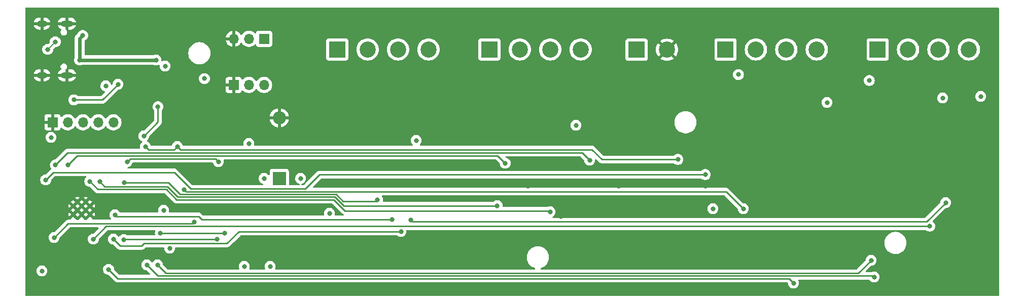
<source format=gbr>
G04 #@! TF.GenerationSoftware,KiCad,Pcbnew,8.0.8-8.0.8-0~ubuntu24.04.1*
G04 #@! TF.CreationDate,2025-01-25T22:14:16+01:00*
G04 #@! TF.ProjectId,pcb_esp32_wled_pwm_multichannel,7063625f-6573-4703-9332-5f776c65645f,rev?*
G04 #@! TF.SameCoordinates,Original*
G04 #@! TF.FileFunction,Copper,L4,Bot*
G04 #@! TF.FilePolarity,Positive*
%FSLAX46Y46*%
G04 Gerber Fmt 4.6, Leading zero omitted, Abs format (unit mm)*
G04 Created by KiCad (PCBNEW 8.0.8-8.0.8-0~ubuntu24.04.1) date 2025-01-25 22:14:16*
%MOMM*%
%LPD*%
G01*
G04 APERTURE LIST*
G04 #@! TA.AperFunction,ComponentPad*
%ADD10R,1.700000X1.700000*%
G04 #@! TD*
G04 #@! TA.AperFunction,ComponentPad*
%ADD11O,1.700000X1.700000*%
G04 #@! TD*
G04 #@! TA.AperFunction,ComponentPad*
%ADD12R,2.700000X2.700000*%
G04 #@! TD*
G04 #@! TA.AperFunction,ComponentPad*
%ADD13C,2.700000*%
G04 #@! TD*
G04 #@! TA.AperFunction,HeatsinkPad*
%ADD14C,0.600000*%
G04 #@! TD*
G04 #@! TA.AperFunction,ComponentPad*
%ADD15R,2.200000X2.200000*%
G04 #@! TD*
G04 #@! TA.AperFunction,ComponentPad*
%ADD16O,2.200000X2.200000*%
G04 #@! TD*
G04 #@! TA.AperFunction,ComponentPad*
%ADD17O,2.100000X1.000000*%
G04 #@! TD*
G04 #@! TA.AperFunction,ComponentPad*
%ADD18O,1.800000X1.000000*%
G04 #@! TD*
G04 #@! TA.AperFunction,ViaPad*
%ADD19C,0.800000*%
G04 #@! TD*
G04 #@! TA.AperFunction,Conductor*
%ADD20C,0.250000*%
G04 #@! TD*
G04 #@! TA.AperFunction,Conductor*
%ADD21C,0.600000*%
G04 #@! TD*
G04 #@! TA.AperFunction,Conductor*
%ADD22C,0.200000*%
G04 #@! TD*
G04 APERTURE END LIST*
D10*
G04 #@! TO.P,J107,1,Pin_1*
G04 #@! TO.N,GND*
X44450000Y-50392000D03*
D11*
G04 #@! TO.P,J107,2,Pin_2*
G04 #@! TO.N,/I2S_SM*
X46990000Y-50392000D03*
G04 #@! TO.P,J107,3,Pin_3*
G04 #@! TO.N,/I2S_SCK*
X49530000Y-50392000D03*
G04 #@! TD*
D10*
G04 #@! TO.P,J106,1,Pin_1*
G04 #@! TO.N,/I2S_SD*
X49545000Y-42672000D03*
D11*
G04 #@! TO.P,J106,2,Pin_2*
G04 #@! TO.N,+3V3*
X47005000Y-42672000D03*
G04 #@! TO.P,J106,3,Pin_3*
G04 #@! TO.N,GND*
X44465000Y-42672000D03*
G04 #@! TD*
D12*
G04 #@! TO.P,J104,1,Pin_1*
G04 #@! TO.N,VDD*
X151970000Y-44450000D03*
D13*
G04 #@! TO.P,J104,2,Pin_2*
G04 #@! TO.N,/LED_R4*
X157050000Y-44450000D03*
G04 #@! TO.P,J104,3,Pin_3*
G04 #@! TO.N,/LED_G4*
X162130000Y-44450000D03*
G04 #@! TO.P,J104,4,Pin_4*
G04 #@! TO.N,/LED_B4*
X167210000Y-44450000D03*
G04 #@! TD*
D12*
G04 #@! TO.P,J103,1,Pin_1*
G04 #@! TO.N,VDD*
X126570000Y-44450000D03*
D13*
G04 #@! TO.P,J103,2,Pin_2*
G04 #@! TO.N,/LED_R3*
X131650000Y-44450000D03*
G04 #@! TO.P,J103,3,Pin_3*
G04 #@! TO.N,/LED_G3*
X136730000Y-44450000D03*
G04 #@! TO.P,J103,4,Pin_4*
G04 #@! TO.N,/LED_B3*
X141810000Y-44450000D03*
G04 #@! TD*
D12*
G04 #@! TO.P,J102,1,Pin_1*
G04 #@! TO.N,VDD*
X87140000Y-44450000D03*
D13*
G04 #@! TO.P,J102,2,Pin_2*
G04 #@! TO.N,/LED_R2*
X92220000Y-44450000D03*
G04 #@! TO.P,J102,3,Pin_3*
G04 #@! TO.N,/LED_G2*
X97300000Y-44450000D03*
G04 #@! TO.P,J102,4,Pin_4*
G04 #@! TO.N,/LED_B2*
X102380000Y-44450000D03*
G04 #@! TD*
D14*
G04 #@! TO.P,U101,39,GND*
G04 #@! TO.N,GND*
X18371200Y-72750000D03*
X19771200Y-72750000D03*
X17671200Y-72050000D03*
X19071200Y-72050000D03*
X20471200Y-72050000D03*
X18371200Y-71350000D03*
X19771200Y-71350000D03*
X17671200Y-70650000D03*
X19071200Y-70650000D03*
X20471200Y-70650000D03*
X18371200Y-69950000D03*
X19771200Y-69950000D03*
G04 #@! TD*
D15*
G04 #@! TO.P,D118,1,K*
G04 #@! TO.N,Net-(D118-K)*
X52070000Y-66040000D03*
D16*
G04 #@! TO.P,D118,2,A*
G04 #@! TO.N,GND*
X52070000Y-55880000D03*
G04 #@! TD*
D12*
G04 #@! TO.P,J101,1,Pin_1*
G04 #@! TO.N,VDD*
X61740000Y-44450000D03*
D13*
G04 #@! TO.P,J101,2,Pin_2*
G04 #@! TO.N,/LED_R1*
X66820000Y-44450000D03*
G04 #@! TO.P,J101,3,Pin_3*
G04 #@! TO.N,/LED_G1*
X71900000Y-44450000D03*
G04 #@! TO.P,J101,4,Pin_4*
G04 #@! TO.N,/LED_B1*
X76980000Y-44450000D03*
G04 #@! TD*
D11*
G04 #@! TO.P,J105,5,Pin_5*
G04 #@! TO.N,+3V3*
X24384000Y-56642000D03*
G04 #@! TO.P,J105,4,Pin_4*
G04 #@! TO.N,/IO0*
X21844000Y-56642000D03*
G04 #@! TO.P,J105,3,Pin_3*
G04 #@! TO.N,/RXDesp*
X19304000Y-56642000D03*
G04 #@! TO.P,J105,2,Pin_2*
G04 #@! TO.N,/RXcp21*
X16764000Y-56642000D03*
D10*
G04 #@! TO.P,J105,1,Pin_1*
G04 #@! TO.N,GND*
X14224000Y-56642000D03*
G04 #@! TD*
D17*
G04 #@! TO.P,J109,S1,SHIELD*
G04 #@! TO.N,GND*
X16611200Y-40130000D03*
D18*
X12461200Y-40130000D03*
D17*
X16611200Y-48770000D03*
D18*
X12461200Y-48770000D03*
G04 #@! TD*
D12*
G04 #@! TO.P,J108,1,Pin_1*
G04 #@! TO.N,VDD*
X111736000Y-44501500D03*
D13*
G04 #@! TO.P,J108,2,Pin_2*
G04 #@! TO.N,GND*
X116816000Y-44501500D03*
G04 #@! TD*
D19*
G04 #@! TO.N,+3V3*
X33782000Y-77724000D03*
X12446000Y-81534000D03*
X13970000Y-59182000D03*
X33020000Y-47244000D03*
X32766000Y-71374000D03*
X49530000Y-66040000D03*
X60452000Y-71882000D03*
X39574999Y-49325001D03*
X124460000Y-71120000D03*
X50546000Y-80772000D03*
X23114000Y-50546000D03*
X46990000Y-60198000D03*
X46228000Y-80772000D03*
X55626000Y-66040010D03*
G04 #@! TO.N,GND*
X114300000Y-70866000D03*
X34036000Y-48768000D03*
X26670000Y-53594000D03*
X88900000Y-58420000D03*
X68961000Y-41021000D03*
X168910000Y-70485000D03*
X140540000Y-77724000D03*
X19761200Y-50165000D03*
X74930000Y-55880000D03*
X89535000Y-80010000D03*
X84582000Y-79883000D03*
X17780000Y-83058000D03*
X163195000Y-84455000D03*
X121744000Y-43688000D03*
X122174000Y-50292000D03*
X77470000Y-76200000D03*
X11506200Y-45720000D03*
X123190000Y-67310000D03*
X89662000Y-77724000D03*
X58420000Y-78232000D03*
X28738205Y-50165000D03*
X114046000Y-77216000D03*
X135460000Y-68580000D03*
X96520000Y-69850000D03*
X156542000Y-52832000D03*
X170766000Y-69596000D03*
X145796000Y-67056000D03*
X19761200Y-39370000D03*
X84709000Y-64389000D03*
X37592000Y-80010000D03*
X99205000Y-78105000D03*
X148844000Y-70358000D03*
X12446000Y-74168000D03*
X99060000Y-72390000D03*
X59690000Y-51562000D03*
X53340000Y-46990000D03*
X132285000Y-68580000D03*
X25476200Y-39370000D03*
X167845000Y-81915000D03*
X155575000Y-71120000D03*
X154510000Y-64770000D03*
X38608000Y-65024000D03*
X11506200Y-43180000D03*
X130175000Y-67945000D03*
X158750000Y-81915000D03*
X30008205Y-51435000D03*
X93726000Y-64135000D03*
X147144000Y-43180000D03*
X132920000Y-64135000D03*
X88392000Y-67183000D03*
X93599000Y-67310000D03*
X69850000Y-79375000D03*
X108712000Y-67310000D03*
X13970000Y-71120000D03*
X157988000Y-67818000D03*
X149987000Y-60960000D03*
X39370000Y-57150000D03*
X65024000Y-55880000D03*
X89535000Y-83820000D03*
X86995000Y-53975000D03*
X82314000Y-43688000D03*
X30988000Y-83820000D03*
X114427000Y-61595000D03*
X170385000Y-56515000D03*
X66294000Y-78232000D03*
X23063200Y-70866000D03*
X167005000Y-67310000D03*
X169750000Y-83820000D03*
X163400000Y-56515000D03*
X11684000Y-68072000D03*
X136730000Y-77724000D03*
X149860000Y-66675000D03*
X141605000Y-83820000D03*
G04 #@! TO.N,VDD*
X101600000Y-57150000D03*
X143510000Y-53340000D03*
X74930000Y-59690000D03*
X150570000Y-49660000D03*
X128720000Y-48650000D03*
X169164000Y-52324000D03*
X162814000Y-52578000D03*
G04 #@! TO.N,/ESP_EN*
X37846000Y-73316500D03*
X36195000Y-67945000D03*
X14478000Y-75946000D03*
X129540000Y-71120000D03*
G04 #@! TO.N,/IO0*
X35047356Y-60701356D03*
X118618000Y-62865000D03*
X29718000Y-60706000D03*
G04 #@! TO.N,/UVBUS*
X19253200Y-42099500D03*
X18745200Y-46228000D03*
X31496000Y-46228000D03*
G04 #@! TO.N,/UCD+*
X14681200Y-43180000D03*
X13411200Y-44449998D03*
G04 #@! TO.N,/I2S_SD*
X26670000Y-63246000D03*
X41910000Y-63246000D03*
G04 #@! TO.N,/I2S_SM*
X26111200Y-76289500D03*
X41656000Y-76200000D03*
G04 #@! TO.N,/I2S_SCK*
X32232600Y-75209400D03*
X42926000Y-75184000D03*
G04 #@! TO.N,Net-(Q109-G)*
X31750000Y-80518000D03*
X150876000Y-79756000D03*
G04 #@! TO.N,/RTS*
X31826243Y-54040637D03*
X29464000Y-58928000D03*
G04 #@! TO.N,Net-(Q112-G)*
X74041000Y-73025000D03*
X163322000Y-70104000D03*
G04 #@! TO.N,/PWM_R1*
X68453000Y-69596000D03*
X26180215Y-66707499D03*
G04 #@! TO.N,/PWM_G1*
X24638000Y-72136000D03*
X70866000Y-72898000D03*
G04 #@! TO.N,/PWM_B1*
X88459103Y-70612000D03*
X22098000Y-66598800D03*
G04 #@! TO.N,/PWM_R2*
X20447000Y-66548000D03*
X97282000Y-71628000D03*
G04 #@! TO.N,/PWM_G2*
X16764000Y-63754000D03*
X89789000Y-63500000D03*
G04 #@! TO.N,/PWM_B2*
X103886000Y-62992000D03*
X14706600Y-63770802D03*
G04 #@! TO.N,/PWM_R3*
X13081000Y-66294000D03*
X123190000Y-65405000D03*
G04 #@! TO.N,/PWM_G3*
X137922000Y-83566000D03*
X23571200Y-81280000D03*
G04 #@! TO.N,/PWM_R4*
X151384000Y-82550000D03*
X29972000Y-80518000D03*
G04 #@! TO.N,/PWM_G4*
X160655000Y-74041000D03*
X21031200Y-76200000D03*
G04 #@! TO.N,/PWM_B4*
X72390000Y-74930000D03*
X24384000Y-76200000D03*
G04 #@! TO.N,/VBUS*
X17780000Y-52895000D03*
X25146000Y-50292000D03*
G04 #@! TD*
D20*
G04 #@! TO.N,/RTS*
X31826243Y-56565757D02*
X31826243Y-54040637D01*
X29464000Y-58928000D02*
X31826243Y-56565757D01*
G04 #@! TO.N,/ESP_EN*
X16832501Y-73591499D02*
X37571001Y-73591499D01*
X36497497Y-68247497D02*
X36195000Y-67945000D01*
X14478000Y-75946000D02*
X16832501Y-73591499D01*
X37571001Y-73591499D02*
X37846000Y-73316500D01*
X129540000Y-71120000D02*
X126667497Y-68247497D01*
X126667497Y-68247497D02*
X36497497Y-68247497D01*
G04 #@! TO.N,/IO0*
X34534712Y-61214000D02*
X30226000Y-61214000D01*
X35047356Y-60701356D02*
X34534712Y-61214000D01*
X35047356Y-60701356D02*
X35560000Y-61214000D01*
X35560000Y-61214000D02*
X104267000Y-61214000D01*
X104267000Y-61214000D02*
X105918000Y-62865000D01*
X30226000Y-61214000D02*
X29718000Y-60706000D01*
X105918000Y-62865000D02*
X118618000Y-62865000D01*
D21*
G04 #@! TO.N,/UVBUS*
X18745200Y-46228000D02*
X31496000Y-46228000D01*
X18745200Y-46228000D02*
X18745200Y-42607500D01*
X18745200Y-42607500D02*
X19253200Y-42099500D01*
D22*
G04 #@! TO.N,/UCD+*
X14681200Y-43180000D02*
X13411200Y-44449998D01*
D20*
G04 #@! TO.N,/I2S_SD*
X26670000Y-63246000D02*
X27178000Y-62738000D01*
X27178000Y-62738000D02*
X41402000Y-62738000D01*
X41402000Y-62738000D02*
X41910000Y-63246000D01*
G04 #@! TO.N,/I2S_SM*
X26200700Y-76200000D02*
X26111200Y-76289500D01*
X41656000Y-76200000D02*
X26200700Y-76200000D01*
G04 #@! TO.N,/I2S_SCK*
X42926000Y-75184000D02*
X32258000Y-75184000D01*
X32258000Y-75184000D02*
X32232600Y-75209400D01*
G04 #@! TO.N,Net-(Q109-G)*
X148727002Y-81904998D02*
X150876000Y-79756000D01*
X31750000Y-80518000D02*
X33136998Y-81904998D01*
X33136998Y-81904998D02*
X148727002Y-81904998D01*
G04 #@! TO.N,Net-(Q112-G)*
X77089000Y-73279000D02*
X74295000Y-73279000D01*
X74295000Y-73279000D02*
X74041000Y-73025000D01*
X77089000Y-73279000D02*
X160147000Y-73279000D01*
X160147000Y-73279000D02*
X163322000Y-70104000D01*
G04 #@! TO.N,/PWM_R1*
X68199000Y-69850000D02*
X62710478Y-69850000D01*
X35548602Y-68696998D02*
X33559103Y-66707499D01*
X68453000Y-69596000D02*
X68199000Y-69850000D01*
X62710478Y-69850000D02*
X61557476Y-68696998D01*
X33559103Y-66707499D02*
X26180215Y-66707499D01*
X61557476Y-68696998D02*
X35548602Y-68696998D01*
G04 #@! TO.N,/PWM_G1*
X24892000Y-72390000D02*
X24638000Y-72136000D01*
X38608000Y-72390000D02*
X24892000Y-72390000D01*
X39116000Y-72898000D02*
X38608000Y-72390000D01*
X70866000Y-72898000D02*
X39116000Y-72898000D01*
G04 #@! TO.N,/PWM_B1*
X33395999Y-67431999D02*
X22931199Y-67431999D01*
X35110499Y-69146499D02*
X33395999Y-67431999D01*
X61371287Y-69146499D02*
X35110499Y-69146499D01*
X88459103Y-70612000D02*
X62836788Y-70612000D01*
X22931199Y-67431999D02*
X22098000Y-66598800D01*
X62836788Y-70612000D02*
X61371287Y-69146499D01*
G04 #@! TO.N,/PWM_R2*
X21780500Y-67881500D02*
X33187500Y-67881500D01*
X63038098Y-71449000D02*
X97103000Y-71449000D01*
X97103000Y-71449000D02*
X97282000Y-71628000D01*
X34902000Y-69596000D02*
X61185098Y-69596000D01*
X61185098Y-69596000D02*
X63038098Y-71449000D01*
X33187500Y-67881500D02*
X34902000Y-69596000D01*
X20447000Y-66548000D02*
X21780500Y-67881500D01*
G04 #@! TO.N,/PWM_G2*
X18288000Y-62230000D02*
X88519000Y-62230000D01*
X16764000Y-63754000D02*
X18288000Y-62230000D01*
X88519000Y-62230000D02*
X89789000Y-63500000D01*
G04 #@! TO.N,/PWM_B2*
X16755402Y-61722000D02*
X102616000Y-61722000D01*
X14706600Y-63770802D02*
X16755402Y-61722000D01*
X102616000Y-61722000D02*
X103886000Y-62992000D01*
G04 #@! TO.N,/PWM_R3*
X56408004Y-67797996D02*
X58801000Y-65405000D01*
X37317996Y-67797996D02*
X56408004Y-67797996D01*
X14351000Y-65024000D02*
X34544000Y-65024000D01*
X13081000Y-66294000D02*
X14351000Y-65024000D01*
X58801000Y-65405000D02*
X123190000Y-65405000D01*
X34544000Y-65024000D02*
X37317996Y-67797996D01*
G04 #@! TO.N,/PWM_G3*
X23571200Y-81280000D02*
X25095200Y-82804000D01*
X25095200Y-82804000D02*
X137160000Y-82804000D01*
X137160000Y-82804000D02*
X137922000Y-83566000D01*
G04 #@! TO.N,/PWM_R4*
X31808499Y-82354499D02*
X151188499Y-82354499D01*
X29972000Y-80518000D02*
X31808499Y-82354499D01*
X151188499Y-82354499D02*
X151384000Y-82550000D01*
G04 #@! TO.N,/PWM_G4*
X160655000Y-74041000D02*
X23190200Y-74041000D01*
X23190200Y-74041000D02*
X21031200Y-76200000D01*
G04 #@! TO.N,/PWM_B4*
X29083000Y-77343000D02*
X25527000Y-77343000D01*
X29501000Y-76925000D02*
X29083000Y-77343000D01*
X45339000Y-74930000D02*
X43344000Y-76925000D01*
X43344000Y-76925000D02*
X29501000Y-76925000D01*
X25527000Y-77343000D02*
X24384000Y-76200000D01*
X72390000Y-74930000D02*
X45339000Y-74930000D01*
G04 #@! TO.N,/VBUS*
X22543000Y-52895000D02*
X17780000Y-52895000D01*
X25146000Y-50292000D02*
X22543000Y-52895000D01*
G04 #@! TD*
G04 #@! TA.AperFunction,Conductor*
G04 #@! TO.N,GND*
G36*
X172154121Y-37485002D02*
G01*
X172200614Y-37538658D01*
X172212000Y-37591000D01*
X172212000Y-85599000D01*
X172191998Y-85667121D01*
X172138342Y-85713614D01*
X172086000Y-85725000D01*
X9778000Y-85725000D01*
X9709879Y-85704998D01*
X9663386Y-85651342D01*
X9652000Y-85599000D01*
X9652000Y-81534000D01*
X11532496Y-81534000D01*
X11552457Y-81723927D01*
X11563815Y-81758882D01*
X11611473Y-81905556D01*
X11611476Y-81905561D01*
X11706958Y-82070941D01*
X11706965Y-82070951D01*
X11834744Y-82212864D01*
X11834747Y-82212866D01*
X11989248Y-82325118D01*
X12163712Y-82402794D01*
X12350513Y-82442500D01*
X12541487Y-82442500D01*
X12728288Y-82402794D01*
X12902752Y-82325118D01*
X13057253Y-82212866D01*
X13057255Y-82212864D01*
X13185034Y-82070951D01*
X13185035Y-82070949D01*
X13185040Y-82070944D01*
X13280527Y-81905556D01*
X13339542Y-81723928D01*
X13359504Y-81534000D01*
X13339542Y-81344072D01*
X13318724Y-81280000D01*
X22657696Y-81280000D01*
X22677657Y-81469927D01*
X22689347Y-81505904D01*
X22736673Y-81651556D01*
X22765041Y-81700691D01*
X22832158Y-81816941D01*
X22832165Y-81816951D01*
X22959944Y-81958864D01*
X22959947Y-81958866D01*
X23114448Y-82071118D01*
X23288912Y-82148794D01*
X23475713Y-82188500D01*
X23531606Y-82188500D01*
X23599727Y-82208502D01*
X23620701Y-82225405D01*
X24603129Y-83207833D01*
X24691367Y-83296071D01*
X24795125Y-83365400D01*
X24910415Y-83413155D01*
X25032806Y-83437500D01*
X136845405Y-83437500D01*
X136913526Y-83457502D01*
X136934502Y-83474406D01*
X136974879Y-83514784D01*
X137008903Y-83577096D01*
X137011092Y-83590707D01*
X137028457Y-83755927D01*
X137058526Y-83848470D01*
X137087473Y-83937556D01*
X137087476Y-83937561D01*
X137182958Y-84102941D01*
X137182965Y-84102951D01*
X137310744Y-84244864D01*
X137310747Y-84244866D01*
X137465248Y-84357118D01*
X137639712Y-84434794D01*
X137826513Y-84474500D01*
X138017487Y-84474500D01*
X138204288Y-84434794D01*
X138378752Y-84357118D01*
X138533253Y-84244866D01*
X138661040Y-84102944D01*
X138756527Y-83937556D01*
X138815542Y-83755928D01*
X138835504Y-83566000D01*
X138815542Y-83376072D01*
X138756527Y-83194444D01*
X138746454Y-83176997D01*
X138729717Y-83108005D01*
X138752937Y-83040913D01*
X138808744Y-82997025D01*
X138855574Y-82987999D01*
X150515088Y-82987999D01*
X150583209Y-83008001D01*
X150624205Y-83050996D01*
X150644960Y-83086944D01*
X150644962Y-83086947D01*
X150644965Y-83086951D01*
X150772744Y-83228864D01*
X150772747Y-83228866D01*
X150927248Y-83341118D01*
X151101712Y-83418794D01*
X151288513Y-83458500D01*
X151479487Y-83458500D01*
X151666288Y-83418794D01*
X151840752Y-83341118D01*
X151995253Y-83228866D01*
X152026248Y-83194443D01*
X152123034Y-83086951D01*
X152123035Y-83086949D01*
X152123040Y-83086944D01*
X152218527Y-82921556D01*
X152277542Y-82739928D01*
X152297504Y-82550000D01*
X152277542Y-82360072D01*
X152218527Y-82178444D01*
X152123040Y-82013056D01*
X152123038Y-82013054D01*
X152123034Y-82013048D01*
X151995255Y-81871135D01*
X151840752Y-81758882D01*
X151666288Y-81681206D01*
X151479487Y-81641500D01*
X151288513Y-81641500D01*
X151101709Y-81681206D01*
X151036800Y-81710106D01*
X150985552Y-81720999D01*
X150111095Y-81720999D01*
X150042974Y-81700997D01*
X149996481Y-81647341D01*
X149986377Y-81577067D01*
X150015871Y-81512487D01*
X150022000Y-81505904D01*
X150826499Y-80701405D01*
X150888811Y-80667379D01*
X150915594Y-80664500D01*
X150971487Y-80664500D01*
X151158288Y-80624794D01*
X151332752Y-80547118D01*
X151487253Y-80434866D01*
X151583411Y-80328072D01*
X151615034Y-80292951D01*
X151615035Y-80292949D01*
X151615040Y-80292944D01*
X151710527Y-80127556D01*
X151769542Y-79945928D01*
X151789504Y-79756000D01*
X151769542Y-79566072D01*
X151710527Y-79384444D01*
X151615040Y-79219056D01*
X151615038Y-79219054D01*
X151615034Y-79219048D01*
X151487255Y-79077135D01*
X151332752Y-78964882D01*
X151158288Y-78887206D01*
X150971487Y-78847500D01*
X150780513Y-78847500D01*
X150593711Y-78887206D01*
X150419247Y-78964882D01*
X150264744Y-79077135D01*
X150136965Y-79219048D01*
X150136958Y-79219058D01*
X150041476Y-79384438D01*
X150041473Y-79384445D01*
X149982457Y-79566072D01*
X149965092Y-79731293D01*
X149938079Y-79796950D01*
X149928877Y-79807217D01*
X148501501Y-81234594D01*
X148439191Y-81268618D01*
X148412408Y-81271498D01*
X95805051Y-81271498D01*
X95736930Y-81251496D01*
X95690437Y-81197840D01*
X95680333Y-81127566D01*
X95709827Y-81062986D01*
X95769553Y-81024602D01*
X95772415Y-81023797D01*
X95846100Y-81004054D01*
X96070212Y-80911224D01*
X96280289Y-80789936D01*
X96472738Y-80642265D01*
X96644265Y-80470738D01*
X96791936Y-80278289D01*
X96913224Y-80068212D01*
X97006054Y-79844100D01*
X97068838Y-79609789D01*
X97100500Y-79369288D01*
X97100500Y-79126712D01*
X97068838Y-78886211D01*
X97006054Y-78651900D01*
X96913224Y-78427788D01*
X96913218Y-78427779D01*
X96913217Y-78427775D01*
X96791938Y-78217714D01*
X96791936Y-78217711D01*
X96644265Y-78025262D01*
X96644259Y-78025256D01*
X96644255Y-78025251D01*
X96472748Y-77853744D01*
X96472742Y-77853739D01*
X96472738Y-77853735D01*
X96280289Y-77706064D01*
X96280288Y-77706063D01*
X96280285Y-77706061D01*
X96070224Y-77584782D01*
X96070216Y-77584778D01*
X96070212Y-77584776D01*
X95846100Y-77491946D01*
X95846097Y-77491945D01*
X95846095Y-77491944D01*
X95611782Y-77429160D01*
X95371290Y-77397500D01*
X95371288Y-77397500D01*
X95128712Y-77397500D01*
X95128709Y-77397500D01*
X94888217Y-77429160D01*
X94653904Y-77491944D01*
X94653900Y-77491946D01*
X94486274Y-77561379D01*
X94429786Y-77584777D01*
X94429775Y-77584782D01*
X94219714Y-77706061D01*
X94027262Y-77853735D01*
X94027251Y-77853744D01*
X93855744Y-78025251D01*
X93855735Y-78025262D01*
X93708061Y-78217714D01*
X93586782Y-78427775D01*
X93586777Y-78427786D01*
X93586776Y-78427788D01*
X93557601Y-78498222D01*
X93493946Y-78651900D01*
X93493944Y-78651904D01*
X93431160Y-78886217D01*
X93399500Y-79126709D01*
X93399500Y-79369290D01*
X93431160Y-79609782D01*
X93493944Y-79844095D01*
X93493945Y-79844097D01*
X93493946Y-79844100D01*
X93586776Y-80068212D01*
X93586777Y-80068213D01*
X93586782Y-80068224D01*
X93708061Y-80278285D01*
X93708063Y-80278288D01*
X93708064Y-80278289D01*
X93855735Y-80470738D01*
X93855739Y-80470742D01*
X93855744Y-80470748D01*
X94027251Y-80642255D01*
X94027256Y-80642259D01*
X94027262Y-80642265D01*
X94219711Y-80789936D01*
X94219714Y-80789938D01*
X94429775Y-80911217D01*
X94429779Y-80911218D01*
X94429788Y-80911224D01*
X94653900Y-81004054D01*
X94727560Y-81023791D01*
X94788183Y-81060743D01*
X94819204Y-81124604D01*
X94810776Y-81195098D01*
X94765573Y-81249845D01*
X94697947Y-81271462D01*
X94694949Y-81271498D01*
X51512380Y-81271498D01*
X51444259Y-81251496D01*
X51397766Y-81197840D01*
X51387662Y-81127566D01*
X51392545Y-81106566D01*
X51439542Y-80961928D01*
X51459504Y-80772000D01*
X51439542Y-80582072D01*
X51380527Y-80400444D01*
X51285040Y-80235056D01*
X51285038Y-80235054D01*
X51285034Y-80235048D01*
X51157255Y-80093135D01*
X51002752Y-79980882D01*
X50828288Y-79903206D01*
X50641487Y-79863500D01*
X50450513Y-79863500D01*
X50263711Y-79903206D01*
X50089247Y-79980882D01*
X49934744Y-80093135D01*
X49806965Y-80235048D01*
X49806958Y-80235058D01*
X49711476Y-80400438D01*
X49711473Y-80400445D01*
X49652457Y-80582072D01*
X49632496Y-80772000D01*
X49652457Y-80961927D01*
X49666146Y-81004055D01*
X49699453Y-81106562D01*
X49701481Y-81177529D01*
X49664819Y-81238327D01*
X49601107Y-81269652D01*
X49579620Y-81271498D01*
X47194380Y-81271498D01*
X47126259Y-81251496D01*
X47079766Y-81197840D01*
X47069662Y-81127566D01*
X47074545Y-81106566D01*
X47121542Y-80961928D01*
X47141504Y-80772000D01*
X47121542Y-80582072D01*
X47062527Y-80400444D01*
X46967040Y-80235056D01*
X46967038Y-80235054D01*
X46967034Y-80235048D01*
X46839255Y-80093135D01*
X46684752Y-79980882D01*
X46510288Y-79903206D01*
X46323487Y-79863500D01*
X46132513Y-79863500D01*
X45945711Y-79903206D01*
X45771247Y-79980882D01*
X45616744Y-80093135D01*
X45488965Y-80235048D01*
X45488958Y-80235058D01*
X45393476Y-80400438D01*
X45393473Y-80400445D01*
X45334457Y-80582072D01*
X45314496Y-80772000D01*
X45334457Y-80961927D01*
X45348146Y-81004055D01*
X45381453Y-81106562D01*
X45383481Y-81177529D01*
X45346819Y-81238327D01*
X45283107Y-81269652D01*
X45261620Y-81271498D01*
X33451592Y-81271498D01*
X33383471Y-81251496D01*
X33362497Y-81234593D01*
X32697122Y-80569218D01*
X32663096Y-80506906D01*
X32660907Y-80493293D01*
X32660443Y-80488882D01*
X32643542Y-80328072D01*
X32584527Y-80146444D01*
X32489040Y-79981056D01*
X32489038Y-79981054D01*
X32489034Y-79981048D01*
X32361255Y-79839135D01*
X32206752Y-79726882D01*
X32032288Y-79649206D01*
X31845487Y-79609500D01*
X31654513Y-79609500D01*
X31467711Y-79649206D01*
X31293247Y-79726882D01*
X31138744Y-79839135D01*
X31010965Y-79981048D01*
X31010961Y-79981055D01*
X30970119Y-80051795D01*
X30918736Y-80100788D01*
X30849022Y-80114223D01*
X30783111Y-80087836D01*
X30751881Y-80051795D01*
X30711040Y-79981056D01*
X30711036Y-79981051D01*
X30711034Y-79981048D01*
X30583255Y-79839135D01*
X30428752Y-79726882D01*
X30254288Y-79649206D01*
X30067487Y-79609500D01*
X29876513Y-79609500D01*
X29689711Y-79649206D01*
X29515247Y-79726882D01*
X29360744Y-79839135D01*
X29232965Y-79981048D01*
X29232958Y-79981058D01*
X29137476Y-80146438D01*
X29137473Y-80146445D01*
X29078457Y-80328072D01*
X29058496Y-80518000D01*
X29078457Y-80707927D01*
X29099276Y-80772000D01*
X29137473Y-80889556D01*
X29137476Y-80889561D01*
X29232958Y-81054941D01*
X29232965Y-81054951D01*
X29360744Y-81196864D01*
X29412674Y-81234593D01*
X29515248Y-81309118D01*
X29689712Y-81386794D01*
X29876513Y-81426500D01*
X29932405Y-81426500D01*
X30000526Y-81446502D01*
X30021501Y-81463405D01*
X30513500Y-81955405D01*
X30547525Y-82017717D01*
X30542460Y-82088533D01*
X30499913Y-82145368D01*
X30433393Y-82170179D01*
X30424404Y-82170500D01*
X25409794Y-82170500D01*
X25341673Y-82150498D01*
X25320699Y-82133595D01*
X24518322Y-81331218D01*
X24484296Y-81268906D01*
X24482107Y-81255293D01*
X24481534Y-81249845D01*
X24464742Y-81090072D01*
X24405727Y-80908444D01*
X24310240Y-80743056D01*
X24310238Y-80743054D01*
X24310234Y-80743048D01*
X24182455Y-80601135D01*
X24027952Y-80488882D01*
X23853488Y-80411206D01*
X23666687Y-80371500D01*
X23475713Y-80371500D01*
X23288911Y-80411206D01*
X23114447Y-80488882D01*
X22959944Y-80601135D01*
X22832165Y-80743048D01*
X22832158Y-80743058D01*
X22747579Y-80889554D01*
X22736673Y-80908444D01*
X22735770Y-80911224D01*
X22677657Y-81090072D01*
X22657696Y-81280000D01*
X13318724Y-81280000D01*
X13280527Y-81162444D01*
X13185040Y-80997056D01*
X13185038Y-80997054D01*
X13185034Y-80997048D01*
X13057255Y-80855135D01*
X12902752Y-80742882D01*
X12728288Y-80665206D01*
X12541487Y-80625500D01*
X12350513Y-80625500D01*
X12163711Y-80665206D01*
X11989247Y-80742882D01*
X11834744Y-80855135D01*
X11706965Y-80997048D01*
X11706958Y-80997058D01*
X11611476Y-81162438D01*
X11611473Y-81162445D01*
X11552457Y-81344072D01*
X11532496Y-81534000D01*
X9652000Y-81534000D01*
X9652000Y-72050000D01*
X16858087Y-72050000D01*
X16878472Y-72230929D01*
X16878473Y-72230937D01*
X16938611Y-72402799D01*
X16946552Y-72415435D01*
X16946553Y-72415436D01*
X17311990Y-72049999D01*
X17292100Y-72030109D01*
X17571200Y-72030109D01*
X17571200Y-72069891D01*
X17586424Y-72106645D01*
X17614555Y-72134776D01*
X17651309Y-72150000D01*
X17691091Y-72150000D01*
X17727845Y-72134776D01*
X17755976Y-72106645D01*
X17771200Y-72069891D01*
X17771200Y-72049999D01*
X18030410Y-72049999D01*
X18030410Y-72050001D01*
X18371199Y-72390790D01*
X18371201Y-72390790D01*
X18711990Y-72050001D01*
X18711990Y-72049999D01*
X18692100Y-72030109D01*
X18971200Y-72030109D01*
X18971200Y-72069891D01*
X18986424Y-72106645D01*
X19014555Y-72134776D01*
X19051309Y-72150000D01*
X19091091Y-72150000D01*
X19127845Y-72134776D01*
X19155976Y-72106645D01*
X19171200Y-72069891D01*
X19171200Y-72049999D01*
X19430410Y-72049999D01*
X19430410Y-72050001D01*
X19771199Y-72390790D01*
X19771201Y-72390790D01*
X20111990Y-72050001D01*
X20111990Y-72049999D01*
X20092100Y-72030109D01*
X20371200Y-72030109D01*
X20371200Y-72069891D01*
X20386424Y-72106645D01*
X20414555Y-72134776D01*
X20451309Y-72150000D01*
X20491091Y-72150000D01*
X20527845Y-72134776D01*
X20555976Y-72106645D01*
X20571200Y-72069891D01*
X20571200Y-72049999D01*
X20830410Y-72049999D01*
X20830410Y-72050001D01*
X21195845Y-72415436D01*
X21203785Y-72402801D01*
X21203790Y-72402791D01*
X21263926Y-72230937D01*
X21263927Y-72230929D01*
X21284312Y-72050000D01*
X21263927Y-71869070D01*
X21263925Y-71869059D01*
X21203791Y-71697208D01*
X21203787Y-71697199D01*
X21195846Y-71684563D01*
X21195846Y-71684562D01*
X20830410Y-72049999D01*
X20571200Y-72049999D01*
X20571200Y-72030109D01*
X20555976Y-71993355D01*
X20527845Y-71965224D01*
X20491091Y-71950000D01*
X20451309Y-71950000D01*
X20414555Y-71965224D01*
X20386424Y-71993355D01*
X20371200Y-72030109D01*
X20092100Y-72030109D01*
X19771201Y-71709210D01*
X19771199Y-71709210D01*
X19430410Y-72049999D01*
X19171200Y-72049999D01*
X19171200Y-72030109D01*
X19155976Y-71993355D01*
X19127845Y-71965224D01*
X19091091Y-71950000D01*
X19051309Y-71950000D01*
X19014555Y-71965224D01*
X18986424Y-71993355D01*
X18971200Y-72030109D01*
X18692100Y-72030109D01*
X18371201Y-71709210D01*
X18371199Y-71709210D01*
X18030410Y-72049999D01*
X17771200Y-72049999D01*
X17771200Y-72030109D01*
X17755976Y-71993355D01*
X17727845Y-71965224D01*
X17691091Y-71950000D01*
X17651309Y-71950000D01*
X17614555Y-71965224D01*
X17586424Y-71993355D01*
X17571200Y-72030109D01*
X17292100Y-72030109D01*
X16946554Y-71684563D01*
X16946552Y-71684563D01*
X16938612Y-71697200D01*
X16938611Y-71697201D01*
X16878473Y-71869062D01*
X16878472Y-71869070D01*
X16858087Y-72050000D01*
X9652000Y-72050000D01*
X9652000Y-71349999D01*
X17330410Y-71349999D01*
X17330410Y-71350001D01*
X17671199Y-71690790D01*
X17671201Y-71690790D01*
X18011990Y-71350001D01*
X18011990Y-71349999D01*
X17992100Y-71330109D01*
X18271200Y-71330109D01*
X18271200Y-71369891D01*
X18286424Y-71406645D01*
X18314555Y-71434776D01*
X18351309Y-71450000D01*
X18391091Y-71450000D01*
X18427845Y-71434776D01*
X18455976Y-71406645D01*
X18471200Y-71369891D01*
X18471200Y-71349999D01*
X18730410Y-71349999D01*
X18730410Y-71350001D01*
X19071199Y-71690790D01*
X19071201Y-71690790D01*
X19411990Y-71350001D01*
X19411990Y-71349999D01*
X19392100Y-71330109D01*
X19671200Y-71330109D01*
X19671200Y-71369891D01*
X19686424Y-71406645D01*
X19714555Y-71434776D01*
X19751309Y-71450000D01*
X19791091Y-71450000D01*
X19827845Y-71434776D01*
X19855976Y-71406645D01*
X19871200Y-71369891D01*
X19871200Y-71349999D01*
X20130410Y-71349999D01*
X20130410Y-71350001D01*
X20471199Y-71690790D01*
X20471201Y-71690790D01*
X20811990Y-71350001D01*
X20811990Y-71349999D01*
X20471201Y-71009210D01*
X20471199Y-71009210D01*
X20130410Y-71349999D01*
X19871200Y-71349999D01*
X19871200Y-71330109D01*
X19855976Y-71293355D01*
X19827845Y-71265224D01*
X19791091Y-71250000D01*
X19751309Y-71250000D01*
X19714555Y-71265224D01*
X19686424Y-71293355D01*
X19671200Y-71330109D01*
X19392100Y-71330109D01*
X19071201Y-71009210D01*
X19071199Y-71009210D01*
X18730410Y-71349999D01*
X18471200Y-71349999D01*
X18471200Y-71330109D01*
X18455976Y-71293355D01*
X18427845Y-71265224D01*
X18391091Y-71250000D01*
X18351309Y-71250000D01*
X18314555Y-71265224D01*
X18286424Y-71293355D01*
X18271200Y-71330109D01*
X17992100Y-71330109D01*
X17671201Y-71009210D01*
X17671199Y-71009210D01*
X17330410Y-71349999D01*
X9652000Y-71349999D01*
X9652000Y-70650000D01*
X16858087Y-70650000D01*
X16878472Y-70830929D01*
X16878473Y-70830937D01*
X16938611Y-71002799D01*
X16946552Y-71015435D01*
X16946553Y-71015436D01*
X17311990Y-70649999D01*
X17292100Y-70630109D01*
X17571200Y-70630109D01*
X17571200Y-70669891D01*
X17586424Y-70706645D01*
X17614555Y-70734776D01*
X17651309Y-70750000D01*
X17691091Y-70750000D01*
X17727845Y-70734776D01*
X17755976Y-70706645D01*
X17771200Y-70669891D01*
X17771200Y-70649999D01*
X18030410Y-70649999D01*
X18030410Y-70650001D01*
X18371199Y-70990790D01*
X18371201Y-70990790D01*
X18711990Y-70650001D01*
X18711990Y-70649999D01*
X18692100Y-70630109D01*
X18971200Y-70630109D01*
X18971200Y-70669891D01*
X18986424Y-70706645D01*
X19014555Y-70734776D01*
X19051309Y-70750000D01*
X19091091Y-70750000D01*
X19127845Y-70734776D01*
X19155976Y-70706645D01*
X19171200Y-70669891D01*
X19171200Y-70649999D01*
X19430410Y-70649999D01*
X19430410Y-70650001D01*
X19771199Y-70990790D01*
X19771201Y-70990790D01*
X20111990Y-70650001D01*
X20111990Y-70649999D01*
X20092100Y-70630109D01*
X20371200Y-70630109D01*
X20371200Y-70669891D01*
X20386424Y-70706645D01*
X20414555Y-70734776D01*
X20451309Y-70750000D01*
X20491091Y-70750000D01*
X20527845Y-70734776D01*
X20555976Y-70706645D01*
X20571200Y-70669891D01*
X20571200Y-70649999D01*
X20830410Y-70649999D01*
X20830410Y-70650001D01*
X21195845Y-71015436D01*
X21203785Y-71002801D01*
X21203790Y-71002791D01*
X21263926Y-70830937D01*
X21263927Y-70830929D01*
X21284312Y-70650000D01*
X21263927Y-70469070D01*
X21263925Y-70469059D01*
X21203791Y-70297208D01*
X21203787Y-70297199D01*
X21195846Y-70284563D01*
X21195846Y-70284562D01*
X20830410Y-70649999D01*
X20571200Y-70649999D01*
X20571200Y-70630109D01*
X20555976Y-70593355D01*
X20527845Y-70565224D01*
X20491091Y-70550000D01*
X20451309Y-70550000D01*
X20414555Y-70565224D01*
X20386424Y-70593355D01*
X20371200Y-70630109D01*
X20092100Y-70630109D01*
X19771201Y-70309210D01*
X19771199Y-70309210D01*
X19430410Y-70649999D01*
X19171200Y-70649999D01*
X19171200Y-70630109D01*
X19155976Y-70593355D01*
X19127845Y-70565224D01*
X19091091Y-70550000D01*
X19051309Y-70550000D01*
X19014555Y-70565224D01*
X18986424Y-70593355D01*
X18971200Y-70630109D01*
X18692100Y-70630109D01*
X18371201Y-70309210D01*
X18371199Y-70309210D01*
X18030410Y-70649999D01*
X17771200Y-70649999D01*
X17771200Y-70630109D01*
X17755976Y-70593355D01*
X17727845Y-70565224D01*
X17691091Y-70550000D01*
X17651309Y-70550000D01*
X17614555Y-70565224D01*
X17586424Y-70593355D01*
X17571200Y-70630109D01*
X17292100Y-70630109D01*
X16946554Y-70284563D01*
X16946552Y-70284563D01*
X16938612Y-70297200D01*
X16938611Y-70297201D01*
X16878473Y-70469062D01*
X16878472Y-70469070D01*
X16858087Y-70650000D01*
X9652000Y-70650000D01*
X9652000Y-69925352D01*
X17305763Y-69925352D01*
X17305763Y-69925354D01*
X17671199Y-70290790D01*
X17671201Y-70290790D01*
X18011990Y-69950001D01*
X18011990Y-69949999D01*
X17992100Y-69930109D01*
X18271200Y-69930109D01*
X18271200Y-69969891D01*
X18286424Y-70006645D01*
X18314555Y-70034776D01*
X18351309Y-70050000D01*
X18391091Y-70050000D01*
X18427845Y-70034776D01*
X18455976Y-70006645D01*
X18471200Y-69969891D01*
X18471200Y-69949999D01*
X18730410Y-69949999D01*
X18730410Y-69950001D01*
X19071199Y-70290790D01*
X19071201Y-70290790D01*
X19411990Y-69950001D01*
X19411990Y-69949999D01*
X19392100Y-69930109D01*
X19671200Y-69930109D01*
X19671200Y-69969891D01*
X19686424Y-70006645D01*
X19714555Y-70034776D01*
X19751309Y-70050000D01*
X19791091Y-70050000D01*
X19827845Y-70034776D01*
X19855976Y-70006645D01*
X19871200Y-69969891D01*
X19871200Y-69949999D01*
X20130410Y-69949999D01*
X20130410Y-69950001D01*
X20471199Y-70290790D01*
X20471200Y-70290790D01*
X20836636Y-69925353D01*
X20836635Y-69925352D01*
X20823998Y-69917411D01*
X20823999Y-69917411D01*
X20645456Y-69854936D01*
X20646382Y-69852289D01*
X20595499Y-69823795D01*
X20568792Y-69774858D01*
X20566264Y-69775743D01*
X20503791Y-69597208D01*
X20503787Y-69597199D01*
X20495846Y-69584563D01*
X20495846Y-69584562D01*
X20130410Y-69949999D01*
X19871200Y-69949999D01*
X19871200Y-69930109D01*
X19855976Y-69893355D01*
X19827845Y-69865224D01*
X19791091Y-69850000D01*
X19751309Y-69850000D01*
X19714555Y-69865224D01*
X19686424Y-69893355D01*
X19671200Y-69930109D01*
X19392100Y-69930109D01*
X19071201Y-69609210D01*
X19071199Y-69609210D01*
X18730410Y-69949999D01*
X18471200Y-69949999D01*
X18471200Y-69930109D01*
X18455976Y-69893355D01*
X18427845Y-69865224D01*
X18391091Y-69850000D01*
X18351309Y-69850000D01*
X18314555Y-69865224D01*
X18286424Y-69893355D01*
X18271200Y-69930109D01*
X17992100Y-69930109D01*
X17646554Y-69584563D01*
X17646552Y-69584563D01*
X17638612Y-69597200D01*
X17638611Y-69597201D01*
X17576136Y-69775744D01*
X17573491Y-69774818D01*
X17544982Y-69825712D01*
X17496064Y-69852422D01*
X17496944Y-69854936D01*
X17318401Y-69917411D01*
X17318400Y-69917412D01*
X17305763Y-69925352D01*
X9652000Y-69925352D01*
X9652000Y-69225352D01*
X18005763Y-69225352D01*
X18005763Y-69225354D01*
X18371199Y-69590790D01*
X18371200Y-69590790D01*
X18736636Y-69225353D01*
X18736635Y-69225352D01*
X19405763Y-69225352D01*
X19405763Y-69225354D01*
X19771199Y-69590790D01*
X19771200Y-69590790D01*
X20136636Y-69225353D01*
X20136635Y-69225352D01*
X20123998Y-69217411D01*
X20123999Y-69217411D01*
X19952137Y-69157273D01*
X19952129Y-69157272D01*
X19771200Y-69136887D01*
X19590270Y-69157272D01*
X19590262Y-69157273D01*
X19418401Y-69217411D01*
X19418400Y-69217412D01*
X19405763Y-69225352D01*
X18736635Y-69225352D01*
X18723998Y-69217411D01*
X18723999Y-69217411D01*
X18552137Y-69157273D01*
X18552129Y-69157272D01*
X18371200Y-69136887D01*
X18190270Y-69157272D01*
X18190262Y-69157273D01*
X18018401Y-69217411D01*
X18018400Y-69217412D01*
X18005763Y-69225352D01*
X9652000Y-69225352D01*
X9652000Y-66294000D01*
X12167496Y-66294000D01*
X12187457Y-66483927D01*
X12198389Y-66517571D01*
X12246473Y-66665556D01*
X12246476Y-66665561D01*
X12341958Y-66830941D01*
X12341965Y-66830951D01*
X12469744Y-66972864D01*
X12469747Y-66972866D01*
X12624248Y-67085118D01*
X12798712Y-67162794D01*
X12985513Y-67202500D01*
X13176487Y-67202500D01*
X13363288Y-67162794D01*
X13537752Y-67085118D01*
X13692253Y-66972866D01*
X13740249Y-66919561D01*
X13820034Y-66830951D01*
X13820035Y-66830949D01*
X13820040Y-66830944D01*
X13915527Y-66665556D01*
X13974542Y-66483928D01*
X13991907Y-66318704D01*
X14018920Y-66253049D01*
X14028112Y-66242790D01*
X14576500Y-65694404D01*
X14638812Y-65660379D01*
X14665595Y-65657500D01*
X19743302Y-65657500D01*
X19811423Y-65677502D01*
X19857916Y-65731158D01*
X19868020Y-65801432D01*
X19838526Y-65866012D01*
X19836938Y-65867810D01*
X19707965Y-66011048D01*
X19707958Y-66011058D01*
X19612476Y-66176438D01*
X19612473Y-66176444D01*
X19599807Y-66215425D01*
X19553457Y-66358072D01*
X19533496Y-66548000D01*
X19553457Y-66737927D01*
X19571013Y-66791956D01*
X19612473Y-66919556D01*
X19612476Y-66919561D01*
X19707958Y-67084941D01*
X19707965Y-67084951D01*
X19835744Y-67226864D01*
X19835747Y-67226866D01*
X19990248Y-67339118D01*
X20164712Y-67416794D01*
X20351513Y-67456500D01*
X20407405Y-67456500D01*
X20475526Y-67476502D01*
X20496500Y-67493404D01*
X21376667Y-68373572D01*
X21480425Y-68442901D01*
X21595715Y-68490655D01*
X21718106Y-68515000D01*
X21842894Y-68515000D01*
X32872906Y-68515000D01*
X32941027Y-68535002D01*
X32962001Y-68551905D01*
X34498167Y-70088071D01*
X34601925Y-70157400D01*
X34717215Y-70205155D01*
X34839606Y-70229500D01*
X34964394Y-70229500D01*
X60870504Y-70229500D01*
X60938625Y-70249502D01*
X60959594Y-70266400D01*
X62634265Y-71941072D01*
X62738023Y-72010401D01*
X62765938Y-72021963D01*
X62766246Y-72022091D01*
X62821528Y-72066639D01*
X62843949Y-72134002D01*
X62826391Y-72202793D01*
X62774429Y-72251172D01*
X62718029Y-72264500D01*
X61456396Y-72264500D01*
X61388275Y-72244498D01*
X61341782Y-72190842D01*
X61331678Y-72120568D01*
X61336563Y-72099564D01*
X61345542Y-72071928D01*
X61346990Y-72058155D01*
X61365504Y-71882000D01*
X61345542Y-71692072D01*
X61286527Y-71510444D01*
X61191040Y-71345056D01*
X61191038Y-71345054D01*
X61191034Y-71345048D01*
X61063255Y-71203135D01*
X60908752Y-71090882D01*
X60734288Y-71013206D01*
X60547487Y-70973500D01*
X60356513Y-70973500D01*
X60169711Y-71013206D01*
X59995247Y-71090882D01*
X59840744Y-71203135D01*
X59712965Y-71345048D01*
X59712958Y-71345058D01*
X59617476Y-71510438D01*
X59617473Y-71510445D01*
X59558457Y-71692072D01*
X59538496Y-71882000D01*
X59558457Y-72071928D01*
X59567437Y-72099564D01*
X59569465Y-72170531D01*
X59532802Y-72231329D01*
X59469090Y-72262655D01*
X59447604Y-72264500D01*
X39430594Y-72264500D01*
X39362473Y-72244498D01*
X39341499Y-72227595D01*
X39011835Y-71897931D01*
X39011833Y-71897929D01*
X38908075Y-71828600D01*
X38792785Y-71780845D01*
X38719086Y-71766185D01*
X38670396Y-71756500D01*
X38670394Y-71756500D01*
X33770396Y-71756500D01*
X33702275Y-71736498D01*
X33655782Y-71682842D01*
X33645678Y-71612568D01*
X33650563Y-71591564D01*
X33659542Y-71563928D01*
X33667148Y-71491561D01*
X33679504Y-71374000D01*
X33659542Y-71184072D01*
X33600527Y-71002444D01*
X33505040Y-70837056D01*
X33505038Y-70837054D01*
X33505034Y-70837048D01*
X33377255Y-70695135D01*
X33222752Y-70582882D01*
X33048288Y-70505206D01*
X32861487Y-70465500D01*
X32670513Y-70465500D01*
X32483711Y-70505206D01*
X32309247Y-70582882D01*
X32154744Y-70695135D01*
X32026965Y-70837048D01*
X32026958Y-70837058D01*
X31938201Y-70990790D01*
X31931473Y-71002444D01*
X31931358Y-71002799D01*
X31872457Y-71184072D01*
X31852496Y-71374000D01*
X31872457Y-71563928D01*
X31881437Y-71591564D01*
X31883465Y-71662531D01*
X31846802Y-71723329D01*
X31783090Y-71754655D01*
X31761604Y-71756500D01*
X25540687Y-71756500D01*
X25472566Y-71736498D01*
X25431568Y-71693501D01*
X25430003Y-71690790D01*
X25377040Y-71599056D01*
X25377036Y-71599051D01*
X25377034Y-71599048D01*
X25249255Y-71457135D01*
X25094752Y-71344882D01*
X24920288Y-71267206D01*
X24733487Y-71227500D01*
X24542513Y-71227500D01*
X24355711Y-71267206D01*
X24181247Y-71344882D01*
X24026744Y-71457135D01*
X23898965Y-71599048D01*
X23898958Y-71599058D01*
X23803476Y-71764438D01*
X23803473Y-71764445D01*
X23744457Y-71946072D01*
X23724496Y-72136000D01*
X23744457Y-72325927D01*
X23769435Y-72402799D01*
X23803473Y-72507556D01*
X23803476Y-72507561D01*
X23898958Y-72672941D01*
X23898965Y-72672951D01*
X23966260Y-72747689D01*
X23996977Y-72811696D01*
X23988213Y-72882150D01*
X23942750Y-72936681D01*
X23875023Y-72957976D01*
X23872624Y-72957999D01*
X20956973Y-72957999D01*
X20888852Y-72937997D01*
X20842359Y-72884341D01*
X20831765Y-72817897D01*
X20836636Y-72774645D01*
X20471201Y-72409210D01*
X20471199Y-72409210D01*
X20039900Y-72840509D01*
X19977588Y-72874535D01*
X19906773Y-72869470D01*
X19861710Y-72840509D01*
X19841911Y-72820710D01*
X19855976Y-72806645D01*
X19871200Y-72769891D01*
X19871200Y-72730109D01*
X19855976Y-72693355D01*
X19827845Y-72665224D01*
X19791091Y-72650000D01*
X19751309Y-72650000D01*
X19714555Y-72665224D01*
X19686424Y-72693355D01*
X19671200Y-72730109D01*
X19671200Y-72769891D01*
X19686424Y-72806645D01*
X19700489Y-72820710D01*
X19680689Y-72840510D01*
X19618377Y-72874535D01*
X19547561Y-72869469D01*
X19502498Y-72840509D01*
X19071200Y-72409210D01*
X19071199Y-72409210D01*
X18639900Y-72840509D01*
X18577588Y-72874535D01*
X18506773Y-72869470D01*
X18461710Y-72840509D01*
X18441911Y-72820710D01*
X18455976Y-72806645D01*
X18471200Y-72769891D01*
X18471200Y-72730109D01*
X18455976Y-72693355D01*
X18427845Y-72665224D01*
X18391091Y-72650000D01*
X18351309Y-72650000D01*
X18314555Y-72665224D01*
X18286424Y-72693355D01*
X18271200Y-72730109D01*
X18271200Y-72769891D01*
X18286424Y-72806645D01*
X18300489Y-72820710D01*
X18280689Y-72840510D01*
X18218377Y-72874535D01*
X18147561Y-72869469D01*
X18102498Y-72840509D01*
X17671200Y-72409210D01*
X17305763Y-72774645D01*
X17310635Y-72817895D01*
X17298384Y-72887826D01*
X17250270Y-72940033D01*
X17185427Y-72957999D01*
X16770104Y-72957999D01*
X16697069Y-72972527D01*
X16647716Y-72982344D01*
X16647714Y-72982344D01*
X16647713Y-72982345D01*
X16532424Y-73030100D01*
X16428672Y-73099425D01*
X16428665Y-73099430D01*
X14527501Y-75000595D01*
X14465189Y-75034621D01*
X14438406Y-75037500D01*
X14382513Y-75037500D01*
X14195711Y-75077206D01*
X14021247Y-75154882D01*
X13866744Y-75267135D01*
X13738965Y-75409048D01*
X13738958Y-75409058D01*
X13643476Y-75574438D01*
X13643473Y-75574445D01*
X13584457Y-75756072D01*
X13564496Y-75946000D01*
X13584457Y-76135927D01*
X13591970Y-76159048D01*
X13643473Y-76317556D01*
X13643476Y-76317561D01*
X13738958Y-76482941D01*
X13738965Y-76482951D01*
X13866744Y-76624864D01*
X13866747Y-76624866D01*
X14021248Y-76737118D01*
X14195712Y-76814794D01*
X14382513Y-76854500D01*
X14573487Y-76854500D01*
X14760288Y-76814794D01*
X14934752Y-76737118D01*
X15089253Y-76624866D01*
X15137249Y-76571561D01*
X15217034Y-76482951D01*
X15217035Y-76482949D01*
X15217040Y-76482944D01*
X15312527Y-76317556D01*
X15371542Y-76135928D01*
X15388907Y-75970703D01*
X15415920Y-75905048D01*
X15425104Y-75894798D01*
X17058002Y-74261901D01*
X17120312Y-74227878D01*
X17147095Y-74224999D01*
X21806107Y-74224999D01*
X21874228Y-74245001D01*
X21920721Y-74298657D01*
X21930825Y-74368931D01*
X21901331Y-74433511D01*
X21895202Y-74440094D01*
X21080701Y-75254595D01*
X21018389Y-75288621D01*
X20991606Y-75291500D01*
X20935713Y-75291500D01*
X20748911Y-75331206D01*
X20574447Y-75408882D01*
X20419944Y-75521135D01*
X20292165Y-75663048D01*
X20292158Y-75663058D01*
X20196676Y-75828438D01*
X20196673Y-75828445D01*
X20137657Y-76010072D01*
X20117696Y-76200000D01*
X20137657Y-76389927D01*
X20164720Y-76473217D01*
X20196673Y-76571556D01*
X20196676Y-76571561D01*
X20292158Y-76736941D01*
X20292165Y-76736951D01*
X20419944Y-76878864D01*
X20419947Y-76878866D01*
X20574448Y-76991118D01*
X20748912Y-77068794D01*
X20935713Y-77108500D01*
X21126687Y-77108500D01*
X21313488Y-77068794D01*
X21487952Y-76991118D01*
X21642453Y-76878866D01*
X21700145Y-76814793D01*
X21770234Y-76736951D01*
X21770235Y-76736949D01*
X21770240Y-76736944D01*
X21865727Y-76571556D01*
X21924742Y-76389928D01*
X21942107Y-76224703D01*
X21969120Y-76159048D01*
X21978304Y-76148798D01*
X23415701Y-74711402D01*
X23478011Y-74677379D01*
X23504794Y-74674500D01*
X31277723Y-74674500D01*
X31345844Y-74694502D01*
X31392337Y-74748158D01*
X31402441Y-74818432D01*
X31397557Y-74839430D01*
X31383397Y-74883012D01*
X31339057Y-75019472D01*
X31319096Y-75209400D01*
X31339057Y-75399328D01*
X31339784Y-75401564D01*
X31339823Y-75402929D01*
X31340430Y-75405785D01*
X31339907Y-75405896D01*
X31341811Y-75472532D01*
X31305149Y-75533330D01*
X31241437Y-75564655D01*
X31219951Y-75566500D01*
X26702648Y-75566500D01*
X26634527Y-75546498D01*
X26628587Y-75542436D01*
X26567952Y-75498382D01*
X26393488Y-75420706D01*
X26206687Y-75381000D01*
X26015713Y-75381000D01*
X25828911Y-75420706D01*
X25654447Y-75498382D01*
X25499944Y-75610635D01*
X25367897Y-75757289D01*
X25307451Y-75794529D01*
X25236467Y-75793177D01*
X25177483Y-75753664D01*
X25165142Y-75735979D01*
X25156561Y-75721117D01*
X25123040Y-75663056D01*
X25123038Y-75663054D01*
X25123034Y-75663048D01*
X24995255Y-75521135D01*
X24840752Y-75408882D01*
X24666288Y-75331206D01*
X24479487Y-75291500D01*
X24288513Y-75291500D01*
X24101711Y-75331206D01*
X23927247Y-75408882D01*
X23772744Y-75521135D01*
X23644965Y-75663048D01*
X23644958Y-75663058D01*
X23549476Y-75828438D01*
X23549473Y-75828445D01*
X23490457Y-76010072D01*
X23470496Y-76200000D01*
X23490457Y-76389927D01*
X23517520Y-76473217D01*
X23549473Y-76571556D01*
X23549476Y-76571561D01*
X23644958Y-76736941D01*
X23644965Y-76736951D01*
X23772744Y-76878864D01*
X23772747Y-76878866D01*
X23927248Y-76991118D01*
X24101712Y-77068794D01*
X24288513Y-77108500D01*
X24344406Y-77108500D01*
X24412527Y-77128502D01*
X24433501Y-77145405D01*
X25123167Y-77835071D01*
X25226925Y-77904400D01*
X25342215Y-77952155D01*
X25464606Y-77976500D01*
X25464607Y-77976500D01*
X29145393Y-77976500D01*
X29145394Y-77976500D01*
X29267785Y-77952155D01*
X29383075Y-77904400D01*
X29486833Y-77835071D01*
X29726499Y-77595405D01*
X29788811Y-77561379D01*
X29815594Y-77558500D01*
X32745954Y-77558500D01*
X32814075Y-77578502D01*
X32860568Y-77632158D01*
X32871263Y-77697669D01*
X32868496Y-77724000D01*
X32868496Y-77724001D01*
X32888457Y-77913927D01*
X32908789Y-77976500D01*
X32947473Y-78095556D01*
X32947476Y-78095561D01*
X33042958Y-78260941D01*
X33042965Y-78260951D01*
X33170744Y-78402864D01*
X33170747Y-78402866D01*
X33325248Y-78515118D01*
X33499712Y-78592794D01*
X33686513Y-78632500D01*
X33877487Y-78632500D01*
X34064288Y-78592794D01*
X34238752Y-78515118D01*
X34393253Y-78402866D01*
X34416599Y-78376938D01*
X34521034Y-78260951D01*
X34521035Y-78260949D01*
X34521040Y-78260944D01*
X34616527Y-78095556D01*
X34675542Y-77913928D01*
X34695504Y-77724000D01*
X34692736Y-77697669D01*
X34705507Y-77627834D01*
X34754008Y-77575986D01*
X34818046Y-77558500D01*
X43406393Y-77558500D01*
X43406394Y-77558500D01*
X43528785Y-77534155D01*
X43644075Y-77486400D01*
X43747833Y-77417071D01*
X44451195Y-76713709D01*
X153089500Y-76713709D01*
X153089500Y-76956290D01*
X153121160Y-77196782D01*
X153183944Y-77431095D01*
X153183945Y-77431097D01*
X153183946Y-77431100D01*
X153276776Y-77655212D01*
X153276777Y-77655213D01*
X153276782Y-77655224D01*
X153398061Y-77865285D01*
X153398063Y-77865288D01*
X153398064Y-77865289D01*
X153545735Y-78057738D01*
X153545739Y-78057742D01*
X153545744Y-78057748D01*
X153717251Y-78229255D01*
X153717256Y-78229259D01*
X153717262Y-78229265D01*
X153909711Y-78376936D01*
X153909714Y-78376938D01*
X154119775Y-78498217D01*
X154119779Y-78498218D01*
X154119788Y-78498224D01*
X154343900Y-78591054D01*
X154578211Y-78653838D01*
X154578215Y-78653838D01*
X154578217Y-78653839D01*
X154640202Y-78661999D01*
X154818712Y-78685500D01*
X154818719Y-78685500D01*
X155061281Y-78685500D01*
X155061288Y-78685500D01*
X155278637Y-78656885D01*
X155301782Y-78653839D01*
X155301782Y-78653838D01*
X155301789Y-78653838D01*
X155536100Y-78591054D01*
X155760212Y-78498224D01*
X155970289Y-78376936D01*
X156162738Y-78229265D01*
X156334265Y-78057738D01*
X156481936Y-77865289D01*
X156603224Y-77655212D01*
X156696054Y-77431100D01*
X156758838Y-77196789D01*
X156790500Y-76956288D01*
X156790500Y-76713712D01*
X156760120Y-76482951D01*
X156758839Y-76473217D01*
X156758838Y-76473215D01*
X156758838Y-76473211D01*
X156696054Y-76238900D01*
X156603224Y-76014788D01*
X156603218Y-76014779D01*
X156603217Y-76014775D01*
X156481938Y-75804714D01*
X156481936Y-75804711D01*
X156334265Y-75612262D01*
X156334259Y-75612256D01*
X156334255Y-75612251D01*
X156162748Y-75440744D01*
X156162742Y-75440739D01*
X156162738Y-75440735D01*
X155970289Y-75293064D01*
X155970288Y-75293063D01*
X155970285Y-75293061D01*
X155760224Y-75171782D01*
X155760216Y-75171778D01*
X155760212Y-75171776D01*
X155536100Y-75078946D01*
X155536097Y-75078945D01*
X155536095Y-75078944D01*
X155301782Y-75016160D01*
X155061290Y-74984500D01*
X155061288Y-74984500D01*
X154818712Y-74984500D01*
X154818709Y-74984500D01*
X154578217Y-75016160D01*
X154343904Y-75078944D01*
X154343900Y-75078946D01*
X154244961Y-75119928D01*
X154119786Y-75171777D01*
X154119775Y-75171782D01*
X153909714Y-75293061D01*
X153717262Y-75440735D01*
X153717251Y-75440744D01*
X153545744Y-75612251D01*
X153545735Y-75612262D01*
X153398061Y-75804714D01*
X153276782Y-76014775D01*
X153276777Y-76014786D01*
X153276776Y-76014788D01*
X153244587Y-76092500D01*
X153183946Y-76238900D01*
X153183944Y-76238904D01*
X153121160Y-76473217D01*
X153089500Y-76713709D01*
X44451195Y-76713709D01*
X45564499Y-75600405D01*
X45626811Y-75566379D01*
X45653594Y-75563500D01*
X71681800Y-75563500D01*
X71749921Y-75583502D01*
X71775437Y-75605190D01*
X71778747Y-75608866D01*
X71933248Y-75721118D01*
X72107712Y-75798794D01*
X72294513Y-75838500D01*
X72485487Y-75838500D01*
X72672288Y-75798794D01*
X72846752Y-75721118D01*
X73001253Y-75608866D01*
X73004563Y-75605190D01*
X73129034Y-75466951D01*
X73129035Y-75466949D01*
X73129040Y-75466944D01*
X73224527Y-75301556D01*
X73283542Y-75119928D01*
X73303504Y-74930000D01*
X73291277Y-74813669D01*
X73304049Y-74743832D01*
X73352551Y-74691985D01*
X73416587Y-74674500D01*
X159946800Y-74674500D01*
X160014921Y-74694502D01*
X160040437Y-74716190D01*
X160043747Y-74719866D01*
X160198248Y-74832118D01*
X160372712Y-74909794D01*
X160559513Y-74949500D01*
X160750487Y-74949500D01*
X160937288Y-74909794D01*
X161111752Y-74832118D01*
X161266253Y-74719866D01*
X161273872Y-74711404D01*
X161394034Y-74577951D01*
X161394035Y-74577949D01*
X161394040Y-74577944D01*
X161489527Y-74412556D01*
X161548542Y-74230928D01*
X161568504Y-74041000D01*
X161548542Y-73851072D01*
X161489527Y-73669444D01*
X161394040Y-73504056D01*
X161394038Y-73504054D01*
X161394034Y-73504048D01*
X161266257Y-73362137D01*
X161227312Y-73333842D01*
X161208089Y-73319875D01*
X161164737Y-73263653D01*
X161158662Y-73192917D01*
X161191794Y-73130125D01*
X161192979Y-73128923D01*
X163272499Y-71049405D01*
X163334811Y-71015379D01*
X163361594Y-71012500D01*
X163417487Y-71012500D01*
X163604288Y-70972794D01*
X163778752Y-70895118D01*
X163933253Y-70782866D01*
X163970191Y-70741842D01*
X164061034Y-70640951D01*
X164061035Y-70640949D01*
X164061040Y-70640944D01*
X164156527Y-70475556D01*
X164215542Y-70293928D01*
X164235504Y-70104000D01*
X164215542Y-69914072D01*
X164156527Y-69732444D01*
X164061040Y-69567056D01*
X164061038Y-69567054D01*
X164061034Y-69567048D01*
X163933255Y-69425135D01*
X163778752Y-69312882D01*
X163604288Y-69235206D01*
X163417487Y-69195500D01*
X163226513Y-69195500D01*
X163039711Y-69235206D01*
X162865247Y-69312882D01*
X162710744Y-69425135D01*
X162582965Y-69567048D01*
X162582958Y-69567058D01*
X162487476Y-69732438D01*
X162487473Y-69732445D01*
X162428457Y-69914072D01*
X162411092Y-70079293D01*
X162384079Y-70144950D01*
X162374877Y-70155217D01*
X159921501Y-72608595D01*
X159859189Y-72642620D01*
X159832406Y-72645500D01*
X97814952Y-72645500D01*
X97746831Y-72625498D01*
X97700338Y-72571842D01*
X97690234Y-72501568D01*
X97719728Y-72436988D01*
X97740891Y-72417564D01*
X97839205Y-72346134D01*
X97893253Y-72306866D01*
X97907528Y-72291012D01*
X98021034Y-72164951D01*
X98021035Y-72164949D01*
X98021040Y-72164944D01*
X98116527Y-71999556D01*
X98175542Y-71817928D01*
X98195504Y-71628000D01*
X98175542Y-71438072D01*
X98116527Y-71256444D01*
X98037751Y-71120000D01*
X123546496Y-71120000D01*
X123566457Y-71309927D01*
X123585941Y-71369891D01*
X123625473Y-71491556D01*
X123625476Y-71491561D01*
X123720958Y-71656941D01*
X123720965Y-71656951D01*
X123848744Y-71798864D01*
X123909999Y-71843368D01*
X124003248Y-71911118D01*
X124177712Y-71988794D01*
X124364513Y-72028500D01*
X124555487Y-72028500D01*
X124742288Y-71988794D01*
X124916752Y-71911118D01*
X125071253Y-71798866D01*
X125102252Y-71764438D01*
X125199034Y-71656951D01*
X125199035Y-71656949D01*
X125199040Y-71656944D01*
X125294527Y-71491556D01*
X125353542Y-71309928D01*
X125373504Y-71120000D01*
X125353542Y-70930072D01*
X125294527Y-70748444D01*
X125199040Y-70583056D01*
X125199038Y-70583054D01*
X125199034Y-70583048D01*
X125071255Y-70441135D01*
X124916752Y-70328882D01*
X124742288Y-70251206D01*
X124555487Y-70211500D01*
X124364513Y-70211500D01*
X124177711Y-70251206D01*
X124003247Y-70328882D01*
X123848744Y-70441135D01*
X123720965Y-70583048D01*
X123720958Y-70583058D01*
X123625476Y-70748438D01*
X123625473Y-70748444D01*
X123621976Y-70759206D01*
X123566457Y-70930072D01*
X123546496Y-71120000D01*
X98037751Y-71120000D01*
X98021040Y-71091056D01*
X98021038Y-71091054D01*
X98021034Y-71091048D01*
X97893255Y-70949135D01*
X97738752Y-70836882D01*
X97564288Y-70759206D01*
X97377487Y-70719500D01*
X97186513Y-70719500D01*
X96999709Y-70759206D01*
X96897738Y-70804607D01*
X96846490Y-70815500D01*
X89491155Y-70815500D01*
X89423034Y-70795498D01*
X89376541Y-70741842D01*
X89365845Y-70676332D01*
X89372607Y-70612000D01*
X89352645Y-70422072D01*
X89293630Y-70240444D01*
X89198143Y-70075056D01*
X89198141Y-70075054D01*
X89198137Y-70075048D01*
X89070358Y-69933135D01*
X88915855Y-69820882D01*
X88741391Y-69743206D01*
X88554590Y-69703500D01*
X88363616Y-69703500D01*
X88176814Y-69743206D01*
X88002350Y-69820882D01*
X87847850Y-69933133D01*
X87844540Y-69936810D01*
X87784094Y-69974050D01*
X87750903Y-69978500D01*
X69457396Y-69978500D01*
X69389275Y-69958498D01*
X69342782Y-69904842D01*
X69332678Y-69834568D01*
X69337563Y-69813564D01*
X69346542Y-69785928D01*
X69355205Y-69703500D01*
X69366504Y-69596000D01*
X69346542Y-69406072D01*
X69287527Y-69224444D01*
X69213423Y-69096092D01*
X69198357Y-69069997D01*
X69181619Y-69001002D01*
X69204839Y-68933910D01*
X69260646Y-68890023D01*
X69307476Y-68880997D01*
X126352903Y-68880997D01*
X126421024Y-68900999D01*
X126441998Y-68917902D01*
X128592877Y-71068782D01*
X128626903Y-71131094D01*
X128629092Y-71144706D01*
X128646457Y-71309927D01*
X128665941Y-71369891D01*
X128705473Y-71491556D01*
X128705476Y-71491561D01*
X128800958Y-71656941D01*
X128800965Y-71656951D01*
X128928744Y-71798864D01*
X128989999Y-71843368D01*
X129083248Y-71911118D01*
X129257712Y-71988794D01*
X129444513Y-72028500D01*
X129635487Y-72028500D01*
X129822288Y-71988794D01*
X129996752Y-71911118D01*
X130151253Y-71798866D01*
X130182252Y-71764438D01*
X130279034Y-71656951D01*
X130279035Y-71656949D01*
X130279040Y-71656944D01*
X130374527Y-71491556D01*
X130433542Y-71309928D01*
X130453504Y-71120000D01*
X130433542Y-70930072D01*
X130374527Y-70748444D01*
X130279040Y-70583056D01*
X130279038Y-70583054D01*
X130279034Y-70583048D01*
X130151255Y-70441135D01*
X129996752Y-70328882D01*
X129822288Y-70251206D01*
X129635487Y-70211500D01*
X129579595Y-70211500D01*
X129511474Y-70191498D01*
X129490500Y-70174595D01*
X127071332Y-67755428D01*
X127071330Y-67755426D01*
X126967572Y-67686097D01*
X126852282Y-67638342D01*
X126778583Y-67623682D01*
X126729893Y-67613997D01*
X126729891Y-67613997D01*
X57792097Y-67613997D01*
X57723976Y-67593995D01*
X57677483Y-67540339D01*
X57667379Y-67470065D01*
X57696873Y-67405485D01*
X57703002Y-67398902D01*
X59026499Y-66075405D01*
X59088811Y-66041379D01*
X59115594Y-66038500D01*
X122481800Y-66038500D01*
X122549921Y-66058502D01*
X122575437Y-66080190D01*
X122578747Y-66083866D01*
X122733248Y-66196118D01*
X122907712Y-66273794D01*
X123094513Y-66313500D01*
X123285487Y-66313500D01*
X123472288Y-66273794D01*
X123646752Y-66196118D01*
X123801253Y-66083866D01*
X123804563Y-66080190D01*
X123929034Y-65941951D01*
X123929035Y-65941949D01*
X123929040Y-65941944D01*
X124024527Y-65776556D01*
X124083542Y-65594928D01*
X124103504Y-65405000D01*
X124083542Y-65215072D01*
X124024527Y-65033444D01*
X123929040Y-64868056D01*
X123929038Y-64868054D01*
X123929034Y-64868048D01*
X123801255Y-64726135D01*
X123646752Y-64613882D01*
X123472288Y-64536206D01*
X123285487Y-64496500D01*
X123094513Y-64496500D01*
X122907711Y-64536206D01*
X122733247Y-64613882D01*
X122578747Y-64726133D01*
X122575437Y-64729810D01*
X122514991Y-64767050D01*
X122481800Y-64771500D01*
X58738603Y-64771500D01*
X58665568Y-64786028D01*
X58616215Y-64795845D01*
X58616213Y-64795845D01*
X58616212Y-64795846D01*
X58548675Y-64823821D01*
X58531820Y-64830803D01*
X58500923Y-64843601D01*
X58397171Y-64912926D01*
X58397164Y-64912931D01*
X56439603Y-66870492D01*
X56416141Y-66883303D01*
X56410288Y-66898338D01*
X56399604Y-66910492D01*
X56182503Y-67127592D01*
X56120194Y-67161616D01*
X56093410Y-67164496D01*
X55904164Y-67164496D01*
X55836043Y-67144494D01*
X55789550Y-67090838D01*
X55779446Y-67020564D01*
X55808940Y-66955984D01*
X55868666Y-66917600D01*
X55877967Y-66915250D01*
X55908283Y-66908805D01*
X55908282Y-66908805D01*
X55908288Y-66908804D01*
X56082752Y-66831128D01*
X56236448Y-66719460D01*
X56242565Y-66717277D01*
X56256869Y-66697090D01*
X56365040Y-66576954D01*
X56460527Y-66411566D01*
X56519542Y-66229938D01*
X56539504Y-66040010D01*
X56519542Y-65850082D01*
X56460527Y-65668454D01*
X56365040Y-65503066D01*
X56365038Y-65503064D01*
X56365034Y-65503058D01*
X56237255Y-65361145D01*
X56082752Y-65248892D01*
X55908288Y-65171216D01*
X55721487Y-65131510D01*
X55530513Y-65131510D01*
X55343711Y-65171216D01*
X55169247Y-65248892D01*
X55014744Y-65361145D01*
X54886965Y-65503058D01*
X54886958Y-65503068D01*
X54791478Y-65668445D01*
X54791473Y-65668454D01*
X54784375Y-65690300D01*
X54732457Y-65850082D01*
X54712496Y-66040010D01*
X54732457Y-66229937D01*
X54748098Y-66278073D01*
X54791473Y-66411566D01*
X54791476Y-66411571D01*
X54886958Y-66576951D01*
X54886965Y-66576961D01*
X55014744Y-66718874D01*
X55014747Y-66718876D01*
X55169248Y-66831128D01*
X55343712Y-66908804D01*
X55343715Y-66908804D01*
X55343716Y-66908805D01*
X55374033Y-66915250D01*
X55436507Y-66948978D01*
X55470828Y-67011128D01*
X55466100Y-67081967D01*
X55423824Y-67139004D01*
X55357422Y-67164131D01*
X55347836Y-67164496D01*
X53804500Y-67164496D01*
X53736379Y-67144494D01*
X53689886Y-67090838D01*
X53678500Y-67038496D01*
X53678500Y-64891367D01*
X53678499Y-64891350D01*
X53671990Y-64830803D01*
X53671988Y-64830795D01*
X53632951Y-64726135D01*
X53620889Y-64693796D01*
X53620888Y-64693794D01*
X53620887Y-64693792D01*
X53533261Y-64576738D01*
X53416207Y-64489112D01*
X53416202Y-64489110D01*
X53279204Y-64438011D01*
X53279196Y-64438009D01*
X53218649Y-64431500D01*
X53218638Y-64431500D01*
X50921362Y-64431500D01*
X50921350Y-64431500D01*
X50860803Y-64438009D01*
X50860795Y-64438011D01*
X50723797Y-64489110D01*
X50723792Y-64489112D01*
X50606738Y-64576738D01*
X50519112Y-64693792D01*
X50519110Y-64693797D01*
X50468011Y-64830795D01*
X50468009Y-64830803D01*
X50461500Y-64891350D01*
X50461500Y-65388563D01*
X50441498Y-65456684D01*
X50387842Y-65503177D01*
X50317568Y-65513281D01*
X50252988Y-65483787D01*
X50241864Y-65472873D01*
X50141255Y-65361135D01*
X49986752Y-65248882D01*
X49812288Y-65171206D01*
X49625487Y-65131500D01*
X49434513Y-65131500D01*
X49247711Y-65171206D01*
X49073247Y-65248882D01*
X48918744Y-65361135D01*
X48790965Y-65503048D01*
X48790958Y-65503058D01*
X48701778Y-65657523D01*
X48695473Y-65668444D01*
X48680999Y-65712986D01*
X48636457Y-65850072D01*
X48616496Y-66040000D01*
X48636457Y-66229927D01*
X48650711Y-66273794D01*
X48695473Y-66411556D01*
X48695476Y-66411561D01*
X48790958Y-66576941D01*
X48790965Y-66576951D01*
X48918744Y-66718864D01*
X48918747Y-66718866D01*
X49073248Y-66831118D01*
X49247712Y-66908794D01*
X49247715Y-66908794D01*
X49247716Y-66908795D01*
X49278080Y-66915250D01*
X49340554Y-66948978D01*
X49374875Y-67011128D01*
X49370147Y-67081967D01*
X49327871Y-67139004D01*
X49261469Y-67164131D01*
X49251883Y-67164496D01*
X37632591Y-67164496D01*
X37564470Y-67144494D01*
X37543496Y-67127591D01*
X34947835Y-64531931D01*
X34947833Y-64531929D01*
X34844075Y-64462600D01*
X34728785Y-64414845D01*
X34655086Y-64400185D01*
X34606396Y-64390500D01*
X34606394Y-64390500D01*
X26854006Y-64390500D01*
X26785885Y-64370498D01*
X26739392Y-64316842D01*
X26729288Y-64246568D01*
X26758782Y-64181988D01*
X26818508Y-64143604D01*
X26827809Y-64141253D01*
X26830727Y-64140632D01*
X26952288Y-64114794D01*
X27126752Y-64037118D01*
X27281253Y-63924866D01*
X27329249Y-63871561D01*
X27409034Y-63782951D01*
X27409035Y-63782949D01*
X27409040Y-63782944D01*
X27504527Y-63617556D01*
X27556187Y-63458561D01*
X27596261Y-63399958D01*
X27661657Y-63372321D01*
X27676020Y-63371500D01*
X40903980Y-63371500D01*
X40972101Y-63391502D01*
X41018594Y-63445158D01*
X41023810Y-63458557D01*
X41075473Y-63617556D01*
X41075476Y-63617561D01*
X41170958Y-63782941D01*
X41170965Y-63782951D01*
X41298744Y-63924864D01*
X41298747Y-63924866D01*
X41453248Y-64037118D01*
X41627712Y-64114794D01*
X41814513Y-64154500D01*
X42005487Y-64154500D01*
X42192288Y-64114794D01*
X42366752Y-64037118D01*
X42521253Y-63924866D01*
X42569249Y-63871561D01*
X42649034Y-63782951D01*
X42649035Y-63782949D01*
X42649040Y-63782944D01*
X42744527Y-63617556D01*
X42803542Y-63435928D01*
X42823504Y-63246000D01*
X42803542Y-63056072D01*
X42803542Y-63056071D01*
X42794563Y-63028436D01*
X42792535Y-62957469D01*
X42829198Y-62896671D01*
X42892910Y-62865345D01*
X42914396Y-62863500D01*
X88204406Y-62863500D01*
X88272527Y-62883502D01*
X88293501Y-62900405D01*
X88841877Y-63448781D01*
X88875903Y-63511093D01*
X88878092Y-63524705D01*
X88895457Y-63689927D01*
X88909711Y-63733794D01*
X88954473Y-63871556D01*
X88954476Y-63871561D01*
X89049958Y-64036941D01*
X89049965Y-64036951D01*
X89177744Y-64178864D01*
X89208900Y-64201500D01*
X89332248Y-64291118D01*
X89506712Y-64368794D01*
X89693513Y-64408500D01*
X89884487Y-64408500D01*
X90071288Y-64368794D01*
X90245752Y-64291118D01*
X90400253Y-64178866D01*
X90432003Y-64143604D01*
X90528034Y-64036951D01*
X90528035Y-64036949D01*
X90528040Y-64036944D01*
X90623527Y-63871556D01*
X90682542Y-63689928D01*
X90702504Y-63500000D01*
X90682542Y-63310072D01*
X90623527Y-63128444D01*
X90528040Y-62963056D01*
X90528038Y-62963054D01*
X90528034Y-62963048D01*
X90400255Y-62821135D01*
X90245752Y-62708882D01*
X90071288Y-62631206D01*
X89946809Y-62604747D01*
X89884335Y-62571018D01*
X89850014Y-62508869D01*
X89854742Y-62438030D01*
X89897018Y-62380992D01*
X89963419Y-62355865D01*
X89973006Y-62355500D01*
X102301406Y-62355500D01*
X102369527Y-62375502D01*
X102390501Y-62392405D01*
X102938877Y-62940781D01*
X102972903Y-63003093D01*
X102975092Y-63016705D01*
X102992457Y-63181927D01*
X103009331Y-63233858D01*
X103051473Y-63363556D01*
X103067608Y-63391502D01*
X103146958Y-63528941D01*
X103146965Y-63528951D01*
X103274744Y-63670864D01*
X103274747Y-63670866D01*
X103429248Y-63783118D01*
X103603712Y-63860794D01*
X103790513Y-63900500D01*
X103981487Y-63900500D01*
X104168288Y-63860794D01*
X104342752Y-63783118D01*
X104497253Y-63670866D01*
X104545249Y-63617561D01*
X104625034Y-63528951D01*
X104625035Y-63528949D01*
X104625040Y-63528944D01*
X104720527Y-63363556D01*
X104779542Y-63181928D01*
X104799504Y-62992000D01*
X104795637Y-62955210D01*
X104808409Y-62885375D01*
X104856911Y-62833528D01*
X104925743Y-62816133D01*
X104993053Y-62838714D01*
X105010040Y-62852944D01*
X105514167Y-63357072D01*
X105617925Y-63426401D01*
X105699447Y-63460168D01*
X105733215Y-63474155D01*
X105855606Y-63498500D01*
X105855607Y-63498500D01*
X105980394Y-63498500D01*
X117909800Y-63498500D01*
X117977921Y-63518502D01*
X118003437Y-63540190D01*
X118006747Y-63543866D01*
X118161248Y-63656118D01*
X118335712Y-63733794D01*
X118522513Y-63773500D01*
X118713487Y-63773500D01*
X118900288Y-63733794D01*
X119074752Y-63656118D01*
X119229253Y-63543866D01*
X119357040Y-63401944D01*
X119452527Y-63236556D01*
X119511542Y-63054928D01*
X119531504Y-62865000D01*
X119511542Y-62675072D01*
X119452527Y-62493444D01*
X119357040Y-62328056D01*
X119357038Y-62328054D01*
X119357034Y-62328048D01*
X119229255Y-62186135D01*
X119074752Y-62073882D01*
X118900288Y-61996206D01*
X118713487Y-61956500D01*
X118522513Y-61956500D01*
X118335711Y-61996206D01*
X118161247Y-62073882D01*
X118006747Y-62186133D01*
X118003437Y-62189810D01*
X117942991Y-62227050D01*
X117909800Y-62231500D01*
X106232595Y-62231500D01*
X106164474Y-62211498D01*
X106143500Y-62194595D01*
X104670835Y-60721931D01*
X104670833Y-60721929D01*
X104567075Y-60652600D01*
X104451785Y-60604845D01*
X104378086Y-60590185D01*
X104329396Y-60580500D01*
X104329394Y-60580500D01*
X75633698Y-60580500D01*
X75565577Y-60560498D01*
X75519084Y-60506842D01*
X75508980Y-60436568D01*
X75538474Y-60371988D01*
X75540062Y-60370190D01*
X75669034Y-60226951D01*
X75669035Y-60226949D01*
X75669040Y-60226944D01*
X75764527Y-60061556D01*
X75823542Y-59879928D01*
X75843504Y-59690000D01*
X75823542Y-59500072D01*
X75764527Y-59318444D01*
X75669040Y-59153056D01*
X75669038Y-59153054D01*
X75669034Y-59153048D01*
X75541255Y-59011135D01*
X75386752Y-58898882D01*
X75212288Y-58821206D01*
X75025487Y-58781500D01*
X74834513Y-58781500D01*
X74647711Y-58821206D01*
X74473247Y-58898882D01*
X74318744Y-59011135D01*
X74190965Y-59153048D01*
X74190958Y-59153058D01*
X74095476Y-59318438D01*
X74095473Y-59318445D01*
X74036457Y-59500072D01*
X74016496Y-59690000D01*
X74036457Y-59879927D01*
X74046306Y-59910238D01*
X74095473Y-60061556D01*
X74095476Y-60061561D01*
X74190958Y-60226941D01*
X74190965Y-60226951D01*
X74319938Y-60370190D01*
X74350656Y-60434197D01*
X74341891Y-60504651D01*
X74296428Y-60559182D01*
X74228701Y-60580477D01*
X74226302Y-60580500D01*
X47994396Y-60580500D01*
X47926275Y-60560498D01*
X47879782Y-60506842D01*
X47869678Y-60436568D01*
X47874563Y-60415564D01*
X47883542Y-60387928D01*
X47889652Y-60329794D01*
X47903504Y-60198000D01*
X47883542Y-60008072D01*
X47824527Y-59826444D01*
X47729040Y-59661056D01*
X47729038Y-59661054D01*
X47729034Y-59661048D01*
X47601255Y-59519135D01*
X47446752Y-59406882D01*
X47272288Y-59329206D01*
X47085487Y-59289500D01*
X46894513Y-59289500D01*
X46707711Y-59329206D01*
X46533247Y-59406882D01*
X46378744Y-59519135D01*
X46250965Y-59661048D01*
X46250958Y-59661058D01*
X46155476Y-59826438D01*
X46155473Y-59826445D01*
X46096457Y-60008072D01*
X46076496Y-60198000D01*
X46096457Y-60387928D01*
X46105437Y-60415564D01*
X46107465Y-60486531D01*
X46070802Y-60547329D01*
X46007090Y-60578655D01*
X45985604Y-60580500D01*
X36054885Y-60580500D01*
X35986764Y-60560498D01*
X35940271Y-60506842D01*
X35935052Y-60493437D01*
X35932808Y-60486531D01*
X35881883Y-60329800D01*
X35786396Y-60164412D01*
X35786394Y-60164410D01*
X35786390Y-60164404D01*
X35658611Y-60022491D01*
X35504108Y-59910238D01*
X35329644Y-59832562D01*
X35142843Y-59792856D01*
X34951869Y-59792856D01*
X34765067Y-59832562D01*
X34590603Y-59910238D01*
X34436100Y-60022491D01*
X34308321Y-60164404D01*
X34308314Y-60164414D01*
X34212832Y-60329794D01*
X34212829Y-60329800D01*
X34161904Y-60486531D01*
X34159660Y-60493437D01*
X34119586Y-60552042D01*
X34054190Y-60579679D01*
X34039827Y-60580500D01*
X30724020Y-60580500D01*
X30655899Y-60560498D01*
X30609406Y-60506842D01*
X30604187Y-60493437D01*
X30601943Y-60486531D01*
X30552527Y-60334444D01*
X30457040Y-60169056D01*
X30457038Y-60169054D01*
X30457034Y-60169048D01*
X30329255Y-60027135D01*
X30174752Y-59914882D01*
X30049565Y-59859145D01*
X29995469Y-59813164D01*
X29974820Y-59745237D01*
X29994173Y-59676929D01*
X30026752Y-59642104D01*
X30075253Y-59606866D01*
X30123249Y-59553561D01*
X30203034Y-59464951D01*
X30203035Y-59464949D01*
X30203040Y-59464944D01*
X30298527Y-59299556D01*
X30357542Y-59117928D01*
X30374907Y-58952703D01*
X30401920Y-58887048D01*
X30411104Y-58876798D01*
X32318314Y-56969590D01*
X32387643Y-56865832D01*
X32435398Y-56750542D01*
X32459743Y-56628151D01*
X32459743Y-56503363D01*
X32459743Y-55626000D01*
X50477289Y-55626000D01*
X51581562Y-55626000D01*
X51557482Y-55667708D01*
X51520000Y-55807591D01*
X51520000Y-55952409D01*
X51557482Y-56092292D01*
X51581562Y-56134000D01*
X50477289Y-56134000D01*
X50535971Y-56378434D01*
X50632830Y-56612272D01*
X50765077Y-56828079D01*
X50929457Y-57020542D01*
X51121920Y-57184922D01*
X51337727Y-57317169D01*
X51571565Y-57414028D01*
X51816000Y-57472710D01*
X51816000Y-56368438D01*
X51857708Y-56392518D01*
X51997591Y-56430000D01*
X52142409Y-56430000D01*
X52282292Y-56392518D01*
X52324000Y-56368438D01*
X52324000Y-57472709D01*
X52568434Y-57414028D01*
X52802272Y-57317169D01*
X53018079Y-57184922D01*
X53058967Y-57150000D01*
X100686496Y-57150000D01*
X100706457Y-57339927D01*
X100730535Y-57414028D01*
X100765473Y-57521556D01*
X100765476Y-57521561D01*
X100860958Y-57686941D01*
X100860965Y-57686951D01*
X100988744Y-57828864D01*
X100988747Y-57828866D01*
X101143248Y-57941118D01*
X101317712Y-58018794D01*
X101504513Y-58058500D01*
X101695487Y-58058500D01*
X101882288Y-58018794D01*
X102056752Y-57941118D01*
X102211253Y-57828866D01*
X102293101Y-57737965D01*
X102339034Y-57686951D01*
X102339035Y-57686949D01*
X102339040Y-57686944D01*
X102434527Y-57521556D01*
X102493542Y-57339928D01*
X102513504Y-57150000D01*
X102493542Y-56960072D01*
X102434527Y-56778444D01*
X102339040Y-56613056D01*
X102339038Y-56613054D01*
X102339034Y-56613048D01*
X102255892Y-56520709D01*
X118037500Y-56520709D01*
X118037500Y-56763290D01*
X118069160Y-57003782D01*
X118131944Y-57238095D01*
X118131945Y-57238097D01*
X118131946Y-57238100D01*
X118224776Y-57462212D01*
X118224777Y-57462213D01*
X118224782Y-57462224D01*
X118346061Y-57672285D01*
X118346063Y-57672288D01*
X118346064Y-57672289D01*
X118493735Y-57864738D01*
X118493739Y-57864742D01*
X118493744Y-57864748D01*
X118665251Y-58036255D01*
X118665256Y-58036259D01*
X118665262Y-58036265D01*
X118857711Y-58183936D01*
X118857714Y-58183938D01*
X119067775Y-58305217D01*
X119067779Y-58305218D01*
X119067788Y-58305224D01*
X119291900Y-58398054D01*
X119526211Y-58460838D01*
X119526215Y-58460838D01*
X119526217Y-58460839D01*
X119588202Y-58468999D01*
X119766712Y-58492500D01*
X119766719Y-58492500D01*
X120009281Y-58492500D01*
X120009288Y-58492500D01*
X120226637Y-58463885D01*
X120249782Y-58460839D01*
X120249782Y-58460838D01*
X120249789Y-58460838D01*
X120484100Y-58398054D01*
X120708212Y-58305224D01*
X120918289Y-58183936D01*
X121110738Y-58036265D01*
X121282265Y-57864738D01*
X121429936Y-57672289D01*
X121551224Y-57462212D01*
X121644054Y-57238100D01*
X121706838Y-57003789D01*
X121738500Y-56763288D01*
X121738500Y-56520712D01*
X121706838Y-56280211D01*
X121644054Y-56045900D01*
X121551224Y-55821788D01*
X121551218Y-55821779D01*
X121551217Y-55821775D01*
X121429938Y-55611714D01*
X121379540Y-55546034D01*
X121282265Y-55419262D01*
X121282259Y-55419256D01*
X121282255Y-55419251D01*
X121110748Y-55247744D01*
X121110742Y-55247739D01*
X121110738Y-55247735D01*
X120918289Y-55100064D01*
X120918288Y-55100063D01*
X120918285Y-55100061D01*
X120708224Y-54978782D01*
X120708216Y-54978778D01*
X120708212Y-54978776D01*
X120484100Y-54885946D01*
X120484097Y-54885945D01*
X120484095Y-54885944D01*
X120249782Y-54823160D01*
X120009290Y-54791500D01*
X120009288Y-54791500D01*
X119766712Y-54791500D01*
X119766709Y-54791500D01*
X119526217Y-54823160D01*
X119291904Y-54885944D01*
X119291900Y-54885946D01*
X119067786Y-54978777D01*
X119067775Y-54978782D01*
X118857714Y-55100061D01*
X118665262Y-55247735D01*
X118665251Y-55247744D01*
X118493744Y-55419251D01*
X118493735Y-55419262D01*
X118346061Y-55611714D01*
X118224782Y-55821775D01*
X118224777Y-55821786D01*
X118131946Y-56045900D01*
X118131944Y-56045904D01*
X118069160Y-56280217D01*
X118037500Y-56520709D01*
X102255892Y-56520709D01*
X102211255Y-56471135D01*
X102056752Y-56358882D01*
X101882288Y-56281206D01*
X101695487Y-56241500D01*
X101504513Y-56241500D01*
X101317711Y-56281206D01*
X101143247Y-56358882D01*
X100988744Y-56471135D01*
X100860965Y-56613048D01*
X100860958Y-56613058D01*
X100765476Y-56778438D01*
X100765473Y-56778445D01*
X100706457Y-56960072D01*
X100686496Y-57150000D01*
X53058967Y-57150000D01*
X53210542Y-57020542D01*
X53374922Y-56828079D01*
X53507169Y-56612272D01*
X53604028Y-56378434D01*
X53662711Y-56134000D01*
X52558438Y-56134000D01*
X52582518Y-56092292D01*
X52620000Y-55952409D01*
X52620000Y-55807591D01*
X52582518Y-55667708D01*
X52558438Y-55626000D01*
X53662711Y-55626000D01*
X53604028Y-55381565D01*
X53507169Y-55147727D01*
X53374922Y-54931920D01*
X53210542Y-54739457D01*
X53018079Y-54575077D01*
X52802272Y-54442830D01*
X52568434Y-54345971D01*
X52324000Y-54287288D01*
X52324000Y-55391561D01*
X52282292Y-55367482D01*
X52142409Y-55330000D01*
X51997591Y-55330000D01*
X51857708Y-55367482D01*
X51816000Y-55391561D01*
X51816000Y-54287288D01*
X51571565Y-54345971D01*
X51337727Y-54442830D01*
X51121920Y-54575077D01*
X50929457Y-54739457D01*
X50765077Y-54931920D01*
X50632830Y-55147727D01*
X50535971Y-55381565D01*
X50477289Y-55626000D01*
X32459743Y-55626000D01*
X32459743Y-54743161D01*
X32479745Y-54675040D01*
X32492101Y-54658857D01*
X32565283Y-54577581D01*
X32660770Y-54412193D01*
X32719785Y-54230565D01*
X32739747Y-54040637D01*
X32719785Y-53850709D01*
X32660770Y-53669081D01*
X32565283Y-53503693D01*
X32565281Y-53503691D01*
X32565277Y-53503685D01*
X32437498Y-53361772D01*
X32407531Y-53340000D01*
X142596496Y-53340000D01*
X142616457Y-53529927D01*
X142630734Y-53573866D01*
X142675473Y-53711556D01*
X142675476Y-53711561D01*
X142770958Y-53876941D01*
X142770965Y-53876951D01*
X142898744Y-54018864D01*
X142898747Y-54018866D01*
X143053248Y-54131118D01*
X143227712Y-54208794D01*
X143414513Y-54248500D01*
X143605487Y-54248500D01*
X143792288Y-54208794D01*
X143966752Y-54131118D01*
X144121253Y-54018866D01*
X144249040Y-53876944D01*
X144344527Y-53711556D01*
X144403542Y-53529928D01*
X144423504Y-53340000D01*
X144403542Y-53150072D01*
X144344527Y-52968444D01*
X144249040Y-52803056D01*
X144249038Y-52803054D01*
X144249034Y-52803048D01*
X144121255Y-52661135D01*
X144006829Y-52578000D01*
X161900496Y-52578000D01*
X161920457Y-52767927D01*
X161950526Y-52860470D01*
X161979473Y-52949556D01*
X161979476Y-52949561D01*
X162074958Y-53114941D01*
X162074965Y-53114951D01*
X162202744Y-53256864D01*
X162202747Y-53256866D01*
X162357248Y-53369118D01*
X162531712Y-53446794D01*
X162718513Y-53486500D01*
X162909487Y-53486500D01*
X163096288Y-53446794D01*
X163270752Y-53369118D01*
X163425253Y-53256866D01*
X163521411Y-53150072D01*
X163553034Y-53114951D01*
X163553035Y-53114949D01*
X163553040Y-53114944D01*
X163648527Y-52949556D01*
X163707542Y-52767928D01*
X163727504Y-52578000D01*
X163707542Y-52388072D01*
X163686724Y-52324000D01*
X168250496Y-52324000D01*
X168270457Y-52513927D01*
X168273550Y-52523445D01*
X168329473Y-52695556D01*
X168329476Y-52695561D01*
X168424958Y-52860941D01*
X168424965Y-52860951D01*
X168552744Y-53002864D01*
X168552747Y-53002866D01*
X168707248Y-53115118D01*
X168881712Y-53192794D01*
X169068513Y-53232500D01*
X169259487Y-53232500D01*
X169446288Y-53192794D01*
X169620752Y-53115118D01*
X169775253Y-53002866D01*
X169823249Y-52949561D01*
X169903034Y-52860951D01*
X169903035Y-52860949D01*
X169903040Y-52860944D01*
X169998527Y-52695556D01*
X170057542Y-52513928D01*
X170077504Y-52324000D01*
X170057542Y-52134072D01*
X169998527Y-51952444D01*
X169903040Y-51787056D01*
X169903038Y-51787054D01*
X169903034Y-51787048D01*
X169775255Y-51645135D01*
X169620752Y-51532882D01*
X169446288Y-51455206D01*
X169259487Y-51415500D01*
X169068513Y-51415500D01*
X168881711Y-51455206D01*
X168707247Y-51532882D01*
X168552744Y-51645135D01*
X168424965Y-51787048D01*
X168424958Y-51787058D01*
X168329476Y-51952438D01*
X168329473Y-51952444D01*
X168314999Y-51996986D01*
X168270457Y-52134072D01*
X168250496Y-52324000D01*
X163686724Y-52324000D01*
X163648527Y-52206444D01*
X163553040Y-52041056D01*
X163553038Y-52041054D01*
X163553034Y-52041048D01*
X163425255Y-51899135D01*
X163270752Y-51786882D01*
X163096288Y-51709206D01*
X162909487Y-51669500D01*
X162718513Y-51669500D01*
X162531711Y-51709206D01*
X162357247Y-51786882D01*
X162202744Y-51899135D01*
X162074965Y-52041048D01*
X162074958Y-52041058D01*
X161979476Y-52206438D01*
X161979473Y-52206444D01*
X161968083Y-52241498D01*
X161920457Y-52388072D01*
X161900496Y-52578000D01*
X144006829Y-52578000D01*
X143966752Y-52548882D01*
X143792288Y-52471206D01*
X143605487Y-52431500D01*
X143414513Y-52431500D01*
X143227711Y-52471206D01*
X143053247Y-52548882D01*
X142898744Y-52661135D01*
X142770965Y-52803048D01*
X142770958Y-52803058D01*
X142675476Y-52968438D01*
X142675473Y-52968445D01*
X142616457Y-53150072D01*
X142596496Y-53340000D01*
X32407531Y-53340000D01*
X32282995Y-53249519D01*
X32108531Y-53171843D01*
X31921730Y-53132137D01*
X31730756Y-53132137D01*
X31543954Y-53171843D01*
X31369490Y-53249519D01*
X31214987Y-53361772D01*
X31087208Y-53503685D01*
X31087201Y-53503695D01*
X30991719Y-53669075D01*
X30991716Y-53669082D01*
X30932700Y-53850709D01*
X30912739Y-54040637D01*
X30932700Y-54230564D01*
X30962769Y-54323107D01*
X30991716Y-54412193D01*
X31087203Y-54577581D01*
X31160380Y-54658852D01*
X31191096Y-54722857D01*
X31192743Y-54743161D01*
X31192743Y-56251163D01*
X31172741Y-56319284D01*
X31155838Y-56340258D01*
X29513501Y-57982595D01*
X29451189Y-58016621D01*
X29424406Y-58019500D01*
X29368513Y-58019500D01*
X29181711Y-58059206D01*
X29007247Y-58136882D01*
X28852744Y-58249135D01*
X28724965Y-58391048D01*
X28724958Y-58391058D01*
X28629476Y-58556438D01*
X28629473Y-58556445D01*
X28570457Y-58738072D01*
X28550496Y-58928000D01*
X28570457Y-59117927D01*
X28591276Y-59182000D01*
X28629473Y-59299556D01*
X28657841Y-59348691D01*
X28724958Y-59464941D01*
X28724965Y-59464951D01*
X28852744Y-59606864D01*
X28852747Y-59606866D01*
X29007248Y-59719118D01*
X29065913Y-59745237D01*
X29132434Y-59774854D01*
X29186530Y-59820834D01*
X29207179Y-59888761D01*
X29187827Y-59957070D01*
X29155246Y-59991897D01*
X29106744Y-60027135D01*
X28978965Y-60169048D01*
X28978958Y-60169058D01*
X28883476Y-60334438D01*
X28883473Y-60334445D01*
X28824457Y-60516072D01*
X28804496Y-60706000D01*
X28824457Y-60895928D01*
X28833437Y-60923564D01*
X28835465Y-60994531D01*
X28798802Y-61055329D01*
X28735090Y-61086655D01*
X28713604Y-61088500D01*
X16693002Y-61088500D01*
X16570619Y-61112844D01*
X16570611Y-61112846D01*
X16536849Y-61126830D01*
X16536849Y-61126831D01*
X16455327Y-61160599D01*
X16351569Y-61229927D01*
X15733997Y-61847500D01*
X14756099Y-62825398D01*
X14693789Y-62859422D01*
X14667006Y-62862302D01*
X14611113Y-62862302D01*
X14424311Y-62902008D01*
X14249847Y-62979684D01*
X14095344Y-63091937D01*
X13967565Y-63233850D01*
X13967558Y-63233860D01*
X13888092Y-63371500D01*
X13872073Y-63399246D01*
X13871194Y-63401951D01*
X13813057Y-63580874D01*
X13793096Y-63770802D01*
X13813057Y-63960729D01*
X13837821Y-64036941D01*
X13872073Y-64142358D01*
X13872076Y-64142363D01*
X13967557Y-64307742D01*
X13967558Y-64307744D01*
X13967560Y-64307746D01*
X13967762Y-64307970D01*
X13988514Y-64331018D01*
X14019231Y-64395026D01*
X14010466Y-64465480D01*
X13965002Y-64520010D01*
X13964882Y-64520091D01*
X13947172Y-64531924D01*
X13947164Y-64531931D01*
X13130501Y-65348595D01*
X13068189Y-65382621D01*
X13041406Y-65385500D01*
X12985513Y-65385500D01*
X12798711Y-65425206D01*
X12624247Y-65502882D01*
X12469744Y-65615135D01*
X12341965Y-65757048D01*
X12341958Y-65757058D01*
X12246476Y-65922438D01*
X12246473Y-65922445D01*
X12187457Y-66104072D01*
X12167496Y-66294000D01*
X9652000Y-66294000D01*
X9652000Y-59182000D01*
X13056496Y-59182000D01*
X13076457Y-59371927D01*
X13087815Y-59406882D01*
X13135473Y-59553556D01*
X13135476Y-59553561D01*
X13230958Y-59718941D01*
X13230965Y-59718951D01*
X13358744Y-59860864D01*
X13358747Y-59860866D01*
X13513248Y-59973118D01*
X13687712Y-60050794D01*
X13874513Y-60090500D01*
X14065487Y-60090500D01*
X14252288Y-60050794D01*
X14426752Y-59973118D01*
X14581253Y-59860866D01*
X14638944Y-59796794D01*
X14709034Y-59718951D01*
X14709035Y-59718949D01*
X14709040Y-59718944D01*
X14804527Y-59553556D01*
X14863542Y-59371928D01*
X14883504Y-59182000D01*
X14863542Y-58992072D01*
X14804527Y-58810444D01*
X14709040Y-58645056D01*
X14709038Y-58645054D01*
X14709034Y-58645048D01*
X14581255Y-58503135D01*
X14426752Y-58390882D01*
X14252288Y-58313206D01*
X14065487Y-58273500D01*
X13874513Y-58273500D01*
X13687711Y-58313206D01*
X13513247Y-58390882D01*
X13358744Y-58503135D01*
X13230965Y-58645048D01*
X13230958Y-58645058D01*
X13135476Y-58810438D01*
X13135473Y-58810445D01*
X13076457Y-58992072D01*
X13056496Y-59182000D01*
X9652000Y-59182000D01*
X9652000Y-55743402D01*
X12866000Y-55743402D01*
X12866000Y-56388000D01*
X13793297Y-56388000D01*
X13758075Y-56449007D01*
X13724000Y-56576174D01*
X13724000Y-56707826D01*
X13758075Y-56834993D01*
X13793297Y-56896000D01*
X12866000Y-56896000D01*
X12866000Y-57540597D01*
X12872505Y-57601093D01*
X12923555Y-57737964D01*
X12923555Y-57737965D01*
X13011095Y-57854904D01*
X13128034Y-57942444D01*
X13264906Y-57993494D01*
X13325402Y-57999999D01*
X13325415Y-58000000D01*
X13970000Y-58000000D01*
X13970000Y-57072702D01*
X14031007Y-57107925D01*
X14158174Y-57142000D01*
X14289826Y-57142000D01*
X14416993Y-57107925D01*
X14478000Y-57072702D01*
X14478000Y-58000000D01*
X15122585Y-58000000D01*
X15122597Y-57999999D01*
X15183093Y-57993494D01*
X15319964Y-57942444D01*
X15319965Y-57942444D01*
X15436904Y-57854904D01*
X15524444Y-57737965D01*
X15568618Y-57619530D01*
X15611165Y-57562694D01*
X15677685Y-57537883D01*
X15747059Y-57552974D01*
X15779372Y-57578222D01*
X15800427Y-57601093D01*
X15840762Y-57644908D01*
X15875936Y-57672285D01*
X16018424Y-57783189D01*
X16216426Y-57890342D01*
X16216427Y-57890342D01*
X16216428Y-57890343D01*
X16328227Y-57928723D01*
X16429365Y-57963444D01*
X16651431Y-58000500D01*
X16651435Y-58000500D01*
X16876565Y-58000500D01*
X16876569Y-58000500D01*
X17098635Y-57963444D01*
X17311574Y-57890342D01*
X17509576Y-57783189D01*
X17687240Y-57644906D01*
X17839722Y-57479268D01*
X17928518Y-57343354D01*
X17982520Y-57297268D01*
X18052868Y-57287692D01*
X18117225Y-57317669D01*
X18139480Y-57343353D01*
X18172607Y-57394058D01*
X18228275Y-57479265D01*
X18228279Y-57479270D01*
X18380762Y-57644908D01*
X18415936Y-57672285D01*
X18558424Y-57783189D01*
X18756426Y-57890342D01*
X18756427Y-57890342D01*
X18756428Y-57890343D01*
X18868227Y-57928723D01*
X18969365Y-57963444D01*
X19191431Y-58000500D01*
X19191435Y-58000500D01*
X19416565Y-58000500D01*
X19416569Y-58000500D01*
X19638635Y-57963444D01*
X19851574Y-57890342D01*
X20049576Y-57783189D01*
X20227240Y-57644906D01*
X20379722Y-57479268D01*
X20468518Y-57343354D01*
X20522520Y-57297268D01*
X20592868Y-57287692D01*
X20657225Y-57317669D01*
X20679480Y-57343353D01*
X20712607Y-57394058D01*
X20768275Y-57479265D01*
X20768279Y-57479270D01*
X20920762Y-57644908D01*
X20955936Y-57672285D01*
X21098424Y-57783189D01*
X21296426Y-57890342D01*
X21296427Y-57890342D01*
X21296428Y-57890343D01*
X21408227Y-57928723D01*
X21509365Y-57963444D01*
X21731431Y-58000500D01*
X21731435Y-58000500D01*
X21956565Y-58000500D01*
X21956569Y-58000500D01*
X22178635Y-57963444D01*
X22391574Y-57890342D01*
X22589576Y-57783189D01*
X22767240Y-57644906D01*
X22919722Y-57479268D01*
X23008518Y-57343354D01*
X23062520Y-57297268D01*
X23132868Y-57287692D01*
X23197225Y-57317669D01*
X23219480Y-57343353D01*
X23252607Y-57394058D01*
X23308275Y-57479265D01*
X23308279Y-57479270D01*
X23460762Y-57644908D01*
X23495936Y-57672285D01*
X23638424Y-57783189D01*
X23836426Y-57890342D01*
X23836427Y-57890342D01*
X23836428Y-57890343D01*
X23948227Y-57928723D01*
X24049365Y-57963444D01*
X24271431Y-58000500D01*
X24271435Y-58000500D01*
X24496565Y-58000500D01*
X24496569Y-58000500D01*
X24718635Y-57963444D01*
X24931574Y-57890342D01*
X25129576Y-57783189D01*
X25307240Y-57644906D01*
X25459722Y-57479268D01*
X25582860Y-57290791D01*
X25673296Y-57084616D01*
X25728564Y-56866368D01*
X25747156Y-56642000D01*
X25728564Y-56417632D01*
X25718638Y-56378434D01*
X25673297Y-56199387D01*
X25673296Y-56199386D01*
X25673296Y-56199384D01*
X25582860Y-55993209D01*
X25576140Y-55982924D01*
X25459724Y-55804734D01*
X25459720Y-55804729D01*
X25307237Y-55639091D01*
X25187679Y-55546035D01*
X25129576Y-55500811D01*
X24931574Y-55393658D01*
X24931572Y-55393657D01*
X24931571Y-55393656D01*
X24718639Y-55320557D01*
X24718630Y-55320555D01*
X24674476Y-55313187D01*
X24496569Y-55283500D01*
X24271431Y-55283500D01*
X24123211Y-55308233D01*
X24049369Y-55320555D01*
X24049360Y-55320557D01*
X23836428Y-55393656D01*
X23836426Y-55393658D01*
X23750997Y-55439890D01*
X23638426Y-55500810D01*
X23638424Y-55500811D01*
X23460762Y-55639091D01*
X23308279Y-55804729D01*
X23219483Y-55940643D01*
X23165479Y-55986731D01*
X23095131Y-55996306D01*
X23030774Y-55966329D01*
X23008517Y-55940643D01*
X22919720Y-55804729D01*
X22767237Y-55639091D01*
X22647679Y-55546035D01*
X22589576Y-55500811D01*
X22391574Y-55393658D01*
X22391572Y-55393657D01*
X22391571Y-55393656D01*
X22178639Y-55320557D01*
X22178630Y-55320555D01*
X22134476Y-55313187D01*
X21956569Y-55283500D01*
X21731431Y-55283500D01*
X21583211Y-55308233D01*
X21509369Y-55320555D01*
X21509360Y-55320557D01*
X21296428Y-55393656D01*
X21296426Y-55393658D01*
X21210997Y-55439890D01*
X21098426Y-55500810D01*
X21098424Y-55500811D01*
X20920762Y-55639091D01*
X20768279Y-55804729D01*
X20679483Y-55940643D01*
X20625479Y-55986731D01*
X20555131Y-55996306D01*
X20490774Y-55966329D01*
X20468517Y-55940643D01*
X20379720Y-55804729D01*
X20227237Y-55639091D01*
X20107679Y-55546035D01*
X20049576Y-55500811D01*
X19851574Y-55393658D01*
X19851572Y-55393657D01*
X19851571Y-55393656D01*
X19638639Y-55320557D01*
X19638630Y-55320555D01*
X19594476Y-55313187D01*
X19416569Y-55283500D01*
X19191431Y-55283500D01*
X19043211Y-55308233D01*
X18969369Y-55320555D01*
X18969360Y-55320557D01*
X18756428Y-55393656D01*
X18756426Y-55393658D01*
X18670997Y-55439890D01*
X18558426Y-55500810D01*
X18558424Y-55500811D01*
X18380762Y-55639091D01*
X18228279Y-55804729D01*
X18139483Y-55940643D01*
X18085479Y-55986731D01*
X18015131Y-55996306D01*
X17950774Y-55966329D01*
X17928517Y-55940643D01*
X17839720Y-55804729D01*
X17687237Y-55639091D01*
X17567679Y-55546035D01*
X17509576Y-55500811D01*
X17311574Y-55393658D01*
X17311572Y-55393657D01*
X17311571Y-55393656D01*
X17098639Y-55320557D01*
X17098630Y-55320555D01*
X17054476Y-55313187D01*
X16876569Y-55283500D01*
X16651431Y-55283500D01*
X16503211Y-55308233D01*
X16429369Y-55320555D01*
X16429360Y-55320557D01*
X16216428Y-55393656D01*
X16216426Y-55393658D01*
X16130997Y-55439890D01*
X16018426Y-55500810D01*
X16018424Y-55500811D01*
X15840759Y-55639094D01*
X15779374Y-55705775D01*
X15718521Y-55742346D01*
X15647557Y-55740211D01*
X15589012Y-55700049D01*
X15568618Y-55664470D01*
X15524443Y-55546033D01*
X15436904Y-55429095D01*
X15319965Y-55341555D01*
X15183093Y-55290505D01*
X15122597Y-55284000D01*
X14478000Y-55284000D01*
X14478000Y-56211297D01*
X14416993Y-56176075D01*
X14289826Y-56142000D01*
X14158174Y-56142000D01*
X14031007Y-56176075D01*
X13970000Y-56211297D01*
X13970000Y-55284000D01*
X13325402Y-55284000D01*
X13264906Y-55290505D01*
X13128035Y-55341555D01*
X13128034Y-55341555D01*
X13011095Y-55429095D01*
X12923555Y-55546034D01*
X12923555Y-55546035D01*
X12872505Y-55682906D01*
X12866000Y-55743402D01*
X9652000Y-55743402D01*
X9652000Y-52895000D01*
X16866496Y-52895000D01*
X16886457Y-53084927D01*
X16896213Y-53114951D01*
X16945473Y-53266556D01*
X16945476Y-53266561D01*
X17040958Y-53431941D01*
X17040965Y-53431951D01*
X17168744Y-53573864D01*
X17168747Y-53573866D01*
X17323248Y-53686118D01*
X17497712Y-53763794D01*
X17684513Y-53803500D01*
X17875487Y-53803500D01*
X18062288Y-53763794D01*
X18236752Y-53686118D01*
X18391253Y-53573866D01*
X18394563Y-53570190D01*
X18455009Y-53532950D01*
X18488200Y-53528500D01*
X22605393Y-53528500D01*
X22605394Y-53528500D01*
X22727785Y-53504155D01*
X22843075Y-53456400D01*
X22946833Y-53387071D01*
X25096499Y-51237405D01*
X25158811Y-51203379D01*
X25185594Y-51200500D01*
X25241487Y-51200500D01*
X25428288Y-51160794D01*
X25602752Y-51083118D01*
X25757253Y-50970866D01*
X25805249Y-50917561D01*
X25885034Y-50828951D01*
X25885035Y-50828949D01*
X25885040Y-50828944D01*
X25980527Y-50663556D01*
X26039542Y-50481928D01*
X26059504Y-50292000D01*
X26039542Y-50102072D01*
X25980527Y-49920444D01*
X25885040Y-49755056D01*
X25885038Y-49755054D01*
X25885034Y-49755048D01*
X25757255Y-49613135D01*
X25602752Y-49500882D01*
X25428288Y-49423206D01*
X25241487Y-49383500D01*
X25050513Y-49383500D01*
X24863711Y-49423206D01*
X24689247Y-49500882D01*
X24534744Y-49613135D01*
X24406965Y-49755048D01*
X24406958Y-49755058D01*
X24311476Y-49920438D01*
X24311473Y-49920444D01*
X24302070Y-49949384D01*
X24252457Y-50102072D01*
X24235092Y-50267293D01*
X24208079Y-50332950D01*
X24198877Y-50343217D01*
X24196702Y-50345392D01*
X24134390Y-50379418D01*
X24063575Y-50374353D01*
X24006739Y-50331806D01*
X23987774Y-50295234D01*
X23948527Y-50174444D01*
X23853040Y-50009056D01*
X23853038Y-50009054D01*
X23853034Y-50009048D01*
X23725255Y-49867135D01*
X23570752Y-49754882D01*
X23396288Y-49677206D01*
X23209487Y-49637500D01*
X23018513Y-49637500D01*
X22831711Y-49677206D01*
X22657247Y-49754882D01*
X22502744Y-49867135D01*
X22374965Y-50009048D01*
X22374958Y-50009058D01*
X22279476Y-50174438D01*
X22279473Y-50174444D01*
X22272163Y-50196941D01*
X22220457Y-50356072D01*
X22200496Y-50546000D01*
X22220457Y-50735927D01*
X22238709Y-50792099D01*
X22279473Y-50917556D01*
X22279476Y-50917561D01*
X22374958Y-51082941D01*
X22374965Y-51082951D01*
X22502744Y-51224864D01*
X22520005Y-51237405D01*
X22657248Y-51337118D01*
X22831712Y-51414794D01*
X22848494Y-51418361D01*
X22910967Y-51452089D01*
X22945289Y-51514239D01*
X22940561Y-51585078D01*
X22911393Y-51630703D01*
X22317499Y-52224596D01*
X22255189Y-52258620D01*
X22228406Y-52261500D01*
X18488200Y-52261500D01*
X18420079Y-52241498D01*
X18394563Y-52219810D01*
X18391252Y-52216133D01*
X18236752Y-52103882D01*
X18062288Y-52026206D01*
X17875487Y-51986500D01*
X17684513Y-51986500D01*
X17497711Y-52026206D01*
X17323247Y-52103882D01*
X17168744Y-52216135D01*
X17040965Y-52358048D01*
X17040958Y-52358058D01*
X16945476Y-52523438D01*
X16945473Y-52523445D01*
X16886457Y-52705072D01*
X16866496Y-52895000D01*
X9652000Y-52895000D01*
X9652000Y-48515999D01*
X11083976Y-48515999D01*
X11083976Y-48516000D01*
X11901140Y-48516000D01*
X11876995Y-48529940D01*
X11821140Y-48585795D01*
X11781644Y-48654204D01*
X11761200Y-48730504D01*
X11761200Y-48809496D01*
X11781644Y-48885796D01*
X11821140Y-48954205D01*
X11876995Y-49010060D01*
X11901140Y-49024000D01*
X11083976Y-49024000D01*
X11091937Y-49064023D01*
X11091939Y-49064028D01*
X11167922Y-49247466D01*
X11278232Y-49412557D01*
X11278237Y-49412564D01*
X11418635Y-49552962D01*
X11418642Y-49552967D01*
X11583733Y-49663277D01*
X11767171Y-49739260D01*
X11767176Y-49739262D01*
X11961918Y-49777999D01*
X11961922Y-49778000D01*
X12207200Y-49778000D01*
X12207200Y-49070000D01*
X12715200Y-49070000D01*
X12715200Y-49778000D01*
X12960478Y-49778000D01*
X12960481Y-49777999D01*
X13155223Y-49739262D01*
X13155228Y-49739260D01*
X13338666Y-49663277D01*
X13503757Y-49552967D01*
X13503764Y-49552962D01*
X13644162Y-49412564D01*
X13644167Y-49412557D01*
X13754477Y-49247466D01*
X13830460Y-49064028D01*
X13830462Y-49064023D01*
X13838424Y-49024000D01*
X13021260Y-49024000D01*
X13045405Y-49010060D01*
X13101260Y-48954205D01*
X13140756Y-48885796D01*
X13161200Y-48809496D01*
X13161200Y-48730504D01*
X13140756Y-48654204D01*
X13101260Y-48585795D01*
X13045405Y-48529940D01*
X13021260Y-48516000D01*
X13838424Y-48516000D01*
X13838423Y-48515999D01*
X15083976Y-48515999D01*
X15083976Y-48516000D01*
X15901140Y-48516000D01*
X15876995Y-48529940D01*
X15821140Y-48585795D01*
X15781644Y-48654204D01*
X15761200Y-48730504D01*
X15761200Y-48809496D01*
X15781644Y-48885796D01*
X15821140Y-48954205D01*
X15876995Y-49010060D01*
X15901140Y-49024000D01*
X15083976Y-49024000D01*
X15091937Y-49064023D01*
X15091939Y-49064028D01*
X15167922Y-49247466D01*
X15278232Y-49412557D01*
X15278237Y-49412564D01*
X15418635Y-49552962D01*
X15418642Y-49552967D01*
X15583733Y-49663277D01*
X15767171Y-49739260D01*
X15767176Y-49739262D01*
X15961918Y-49777999D01*
X15961922Y-49778000D01*
X16357200Y-49778000D01*
X16357200Y-49070000D01*
X16865200Y-49070000D01*
X16865200Y-49778000D01*
X17260478Y-49778000D01*
X17260481Y-49777999D01*
X17455223Y-49739262D01*
X17455228Y-49739260D01*
X17638666Y-49663277D01*
X17803757Y-49552967D01*
X17803764Y-49552962D01*
X17944162Y-49412564D01*
X17944167Y-49412557D01*
X18002670Y-49325001D01*
X38661495Y-49325001D01*
X38681456Y-49514928D01*
X38695614Y-49558500D01*
X38740472Y-49696557D01*
X38740475Y-49696562D01*
X38835957Y-49861942D01*
X38835964Y-49861952D01*
X38963743Y-50003865D01*
X38963746Y-50003867D01*
X39118247Y-50116119D01*
X39292711Y-50193795D01*
X39479512Y-50233501D01*
X39670486Y-50233501D01*
X39857287Y-50193795D01*
X40031751Y-50116119D01*
X40186252Y-50003867D01*
X40256296Y-49926075D01*
X40314033Y-49861952D01*
X40314034Y-49861950D01*
X40314039Y-49861945D01*
X40409526Y-49696557D01*
X40468541Y-49514929D01*
X40470804Y-49493402D01*
X43092000Y-49493402D01*
X43092000Y-50138000D01*
X44019297Y-50138000D01*
X43984075Y-50199007D01*
X43950000Y-50326174D01*
X43950000Y-50457826D01*
X43984075Y-50584993D01*
X44019297Y-50646000D01*
X43092000Y-50646000D01*
X43092000Y-51290597D01*
X43098505Y-51351093D01*
X43149555Y-51487964D01*
X43149555Y-51487965D01*
X43237095Y-51604904D01*
X43354034Y-51692444D01*
X43490906Y-51743494D01*
X43551402Y-51749999D01*
X43551415Y-51750000D01*
X44196000Y-51750000D01*
X44196000Y-50822702D01*
X44257007Y-50857925D01*
X44384174Y-50892000D01*
X44515826Y-50892000D01*
X44642993Y-50857925D01*
X44704000Y-50822702D01*
X44704000Y-51750000D01*
X45348585Y-51750000D01*
X45348597Y-51749999D01*
X45409093Y-51743494D01*
X45545964Y-51692444D01*
X45545965Y-51692444D01*
X45662904Y-51604904D01*
X45750444Y-51487965D01*
X45794618Y-51369530D01*
X45837165Y-51312694D01*
X45903685Y-51287883D01*
X45973059Y-51302974D01*
X46005372Y-51328222D01*
X46026427Y-51351093D01*
X46066762Y-51394908D01*
X46121331Y-51437381D01*
X46244424Y-51533189D01*
X46442426Y-51640342D01*
X46442427Y-51640342D01*
X46442428Y-51640343D01*
X46527360Y-51669500D01*
X46655365Y-51713444D01*
X46877431Y-51750500D01*
X46877435Y-51750500D01*
X47102565Y-51750500D01*
X47102569Y-51750500D01*
X47324635Y-51713444D01*
X47537574Y-51640342D01*
X47735576Y-51533189D01*
X47913240Y-51394906D01*
X48065722Y-51229268D01*
X48154518Y-51093354D01*
X48208520Y-51047268D01*
X48278868Y-51037692D01*
X48343225Y-51067669D01*
X48365480Y-51093353D01*
X48398607Y-51144058D01*
X48454275Y-51229265D01*
X48454279Y-51229270D01*
X48606762Y-51394908D01*
X48661331Y-51437381D01*
X48784424Y-51533189D01*
X48982426Y-51640342D01*
X48982427Y-51640342D01*
X48982428Y-51640343D01*
X49067360Y-51669500D01*
X49195365Y-51713444D01*
X49417431Y-51750500D01*
X49417435Y-51750500D01*
X49642565Y-51750500D01*
X49642569Y-51750500D01*
X49864635Y-51713444D01*
X50077574Y-51640342D01*
X50275576Y-51533189D01*
X50453240Y-51394906D01*
X50605722Y-51229268D01*
X50728860Y-51040791D01*
X50819296Y-50834616D01*
X50874564Y-50616368D01*
X50893156Y-50392000D01*
X50874564Y-50167632D01*
X50833093Y-50003867D01*
X50819297Y-49949387D01*
X50819296Y-49949386D01*
X50819296Y-49949384D01*
X50728860Y-49743209D01*
X50722140Y-49732924D01*
X50674497Y-49660000D01*
X149656496Y-49660000D01*
X149676457Y-49849927D01*
X149701200Y-49926075D01*
X149735473Y-50031556D01*
X149735476Y-50031561D01*
X149830958Y-50196941D01*
X149830965Y-50196951D01*
X149958744Y-50338864D01*
X149967729Y-50345392D01*
X150113248Y-50451118D01*
X150287712Y-50528794D01*
X150474513Y-50568500D01*
X150665487Y-50568500D01*
X150852288Y-50528794D01*
X151026752Y-50451118D01*
X151181253Y-50338866D01*
X151192681Y-50326174D01*
X151309034Y-50196951D01*
X151309035Y-50196949D01*
X151309040Y-50196944D01*
X151404527Y-50031556D01*
X151463542Y-49849928D01*
X151483504Y-49660000D01*
X151463542Y-49470072D01*
X151404527Y-49288444D01*
X151309040Y-49123056D01*
X151309038Y-49123054D01*
X151309034Y-49123048D01*
X151181255Y-48981135D01*
X151026752Y-48868882D01*
X150852288Y-48791206D01*
X150665487Y-48751500D01*
X150474513Y-48751500D01*
X150287711Y-48791206D01*
X150113247Y-48868882D01*
X149958744Y-48981135D01*
X149830965Y-49123048D01*
X149830958Y-49123058D01*
X149735476Y-49288438D01*
X149735473Y-49288445D01*
X149676457Y-49470072D01*
X149656496Y-49660000D01*
X50674497Y-49660000D01*
X50605724Y-49554734D01*
X50605720Y-49554729D01*
X50453237Y-49389091D01*
X50333679Y-49296035D01*
X50275576Y-49250811D01*
X50077574Y-49143658D01*
X50077572Y-49143657D01*
X50077571Y-49143656D01*
X49864639Y-49070557D01*
X49864630Y-49070555D01*
X49820476Y-49063187D01*
X49642569Y-49033500D01*
X49417431Y-49033500D01*
X49269211Y-49058233D01*
X49195369Y-49070555D01*
X49195360Y-49070557D01*
X48982428Y-49143656D01*
X48982426Y-49143658D01*
X48784426Y-49250810D01*
X48784424Y-49250811D01*
X48606762Y-49389091D01*
X48454279Y-49554729D01*
X48365483Y-49690643D01*
X48311479Y-49736731D01*
X48241131Y-49746306D01*
X48176774Y-49716329D01*
X48154517Y-49690643D01*
X48065720Y-49554729D01*
X47913237Y-49389091D01*
X47793679Y-49296035D01*
X47735576Y-49250811D01*
X47537574Y-49143658D01*
X47537572Y-49143657D01*
X47537571Y-49143656D01*
X47324639Y-49070557D01*
X47324630Y-49070555D01*
X47280476Y-49063187D01*
X47102569Y-49033500D01*
X46877431Y-49033500D01*
X46729211Y-49058233D01*
X46655369Y-49070555D01*
X46655360Y-49070557D01*
X46442428Y-49143656D01*
X46442426Y-49143658D01*
X46244426Y-49250810D01*
X46244424Y-49250811D01*
X46066759Y-49389094D01*
X46005374Y-49455775D01*
X45944521Y-49492346D01*
X45873557Y-49490211D01*
X45815012Y-49450049D01*
X45794618Y-49414470D01*
X45750443Y-49296033D01*
X45662904Y-49179095D01*
X45545965Y-49091555D01*
X45409093Y-49040505D01*
X45348597Y-49034000D01*
X44704000Y-49034000D01*
X44704000Y-49961297D01*
X44642993Y-49926075D01*
X44515826Y-49892000D01*
X44384174Y-49892000D01*
X44257007Y-49926075D01*
X44196000Y-49961297D01*
X44196000Y-49034000D01*
X43551402Y-49034000D01*
X43490906Y-49040505D01*
X43354035Y-49091555D01*
X43354034Y-49091555D01*
X43237095Y-49179095D01*
X43149555Y-49296034D01*
X43149555Y-49296035D01*
X43098505Y-49432906D01*
X43092000Y-49493402D01*
X40470804Y-49493402D01*
X40488503Y-49325001D01*
X40468541Y-49135073D01*
X40409526Y-48953445D01*
X40314039Y-48788057D01*
X40314037Y-48788055D01*
X40314033Y-48788049D01*
X40189733Y-48650000D01*
X127806496Y-48650000D01*
X127826457Y-48839927D01*
X127856526Y-48932470D01*
X127885473Y-49021556D01*
X127885476Y-49021561D01*
X127980958Y-49186941D01*
X127980965Y-49186951D01*
X128108744Y-49328864D01*
X128108747Y-49328866D01*
X128263248Y-49441118D01*
X128437712Y-49518794D01*
X128624513Y-49558500D01*
X128815487Y-49558500D01*
X129002288Y-49518794D01*
X129176752Y-49441118D01*
X129331253Y-49328866D01*
X129367649Y-49288444D01*
X129459034Y-49186951D01*
X129459035Y-49186949D01*
X129459040Y-49186944D01*
X129554527Y-49021556D01*
X129613542Y-48839928D01*
X129633504Y-48650000D01*
X129613542Y-48460072D01*
X129554527Y-48278444D01*
X129459040Y-48113056D01*
X129459038Y-48113054D01*
X129459034Y-48113048D01*
X129331255Y-47971135D01*
X129176752Y-47858882D01*
X129002288Y-47781206D01*
X128815487Y-47741500D01*
X128624513Y-47741500D01*
X128437711Y-47781206D01*
X128263247Y-47858882D01*
X128108744Y-47971135D01*
X127980965Y-48113048D01*
X127980958Y-48113058D01*
X127885476Y-48278438D01*
X127885473Y-48278445D01*
X127826457Y-48460072D01*
X127806496Y-48650000D01*
X40189733Y-48650000D01*
X40186254Y-48646136D01*
X40031751Y-48533883D01*
X39857287Y-48456207D01*
X39670486Y-48416501D01*
X39479512Y-48416501D01*
X39292710Y-48456207D01*
X39118246Y-48533883D01*
X38963743Y-48646136D01*
X38835964Y-48788049D01*
X38835957Y-48788059D01*
X38740475Y-48953439D01*
X38740472Y-48953446D01*
X38681456Y-49135073D01*
X38661495Y-49325001D01*
X18002670Y-49325001D01*
X18054477Y-49247466D01*
X18130460Y-49064028D01*
X18130462Y-49064023D01*
X18138424Y-49024000D01*
X17321260Y-49024000D01*
X17345405Y-49010060D01*
X17401260Y-48954205D01*
X17440756Y-48885796D01*
X17461200Y-48809496D01*
X17461200Y-48730504D01*
X17440756Y-48654204D01*
X17401260Y-48585795D01*
X17345405Y-48529940D01*
X17321260Y-48516000D01*
X18138424Y-48516000D01*
X18138423Y-48515999D01*
X18130462Y-48475976D01*
X18130460Y-48475971D01*
X18054477Y-48292533D01*
X17944167Y-48127442D01*
X17944162Y-48127435D01*
X17803764Y-47987037D01*
X17803757Y-47987032D01*
X17638666Y-47876722D01*
X17455228Y-47800739D01*
X17455223Y-47800737D01*
X17260481Y-47762000D01*
X16865200Y-47762000D01*
X16865200Y-48470000D01*
X16357200Y-48470000D01*
X16357200Y-47906379D01*
X16377202Y-47838258D01*
X16420197Y-47797262D01*
X16449215Y-47780509D01*
X16551709Y-47678015D01*
X16624184Y-47552485D01*
X16661700Y-47412475D01*
X16661700Y-47267525D01*
X16624184Y-47127515D01*
X16551709Y-47001985D01*
X16551707Y-47001983D01*
X16551703Y-47001978D01*
X16449221Y-46899496D01*
X16449211Y-46899488D01*
X16323685Y-46827016D01*
X16183675Y-46789500D01*
X16038725Y-46789500D01*
X15945385Y-46814510D01*
X15898714Y-46827016D01*
X15773188Y-46899488D01*
X15773178Y-46899496D01*
X15670696Y-47001978D01*
X15670688Y-47001988D01*
X15598216Y-47127514D01*
X15560700Y-47267526D01*
X15560700Y-47412473D01*
X15560699Y-47412473D01*
X15598216Y-47552485D01*
X15674653Y-47684878D01*
X15691391Y-47753874D01*
X15668170Y-47820965D01*
X15613754Y-47864286D01*
X15583735Y-47876720D01*
X15583733Y-47876721D01*
X15418642Y-47987032D01*
X15418635Y-47987037D01*
X15278237Y-48127435D01*
X15278232Y-48127442D01*
X15167922Y-48292533D01*
X15091939Y-48475971D01*
X15091937Y-48475976D01*
X15083976Y-48515999D01*
X13838423Y-48515999D01*
X13830462Y-48475976D01*
X13830460Y-48475971D01*
X13754477Y-48292533D01*
X13644167Y-48127442D01*
X13644162Y-48127435D01*
X13503764Y-47987037D01*
X13503757Y-47987032D01*
X13338666Y-47876722D01*
X13155228Y-47800739D01*
X13155223Y-47800737D01*
X12960481Y-47762000D01*
X12715200Y-47762000D01*
X12715200Y-48470000D01*
X12207200Y-48470000D01*
X12207200Y-47762000D01*
X11961918Y-47762000D01*
X11767176Y-47800737D01*
X11767171Y-47800739D01*
X11583733Y-47876722D01*
X11418642Y-47987032D01*
X11418635Y-47987037D01*
X11278237Y-48127435D01*
X11278232Y-48127442D01*
X11167922Y-48292533D01*
X11091939Y-48475971D01*
X11091937Y-48475976D01*
X11083976Y-48515999D01*
X9652000Y-48515999D01*
X9652000Y-46228000D01*
X17831696Y-46228000D01*
X17851657Y-46417927D01*
X17871587Y-46479264D01*
X17910673Y-46599556D01*
X17910676Y-46599561D01*
X18006158Y-46764941D01*
X18006165Y-46764951D01*
X18133944Y-46906864D01*
X18133947Y-46906866D01*
X18288448Y-47019118D01*
X18462912Y-47096794D01*
X18649713Y-47136500D01*
X18840687Y-47136500D01*
X19027488Y-47096794D01*
X19138445Y-47047393D01*
X19189694Y-47036500D01*
X31051506Y-47036500D01*
X31102755Y-47047393D01*
X31213712Y-47096794D01*
X31400513Y-47136500D01*
X31591487Y-47136500D01*
X31778288Y-47096794D01*
X31778288Y-47096793D01*
X31778292Y-47096793D01*
X31913711Y-47036500D01*
X31939469Y-47025031D01*
X32009835Y-47015597D01*
X32074132Y-47045703D01*
X32111945Y-47105792D01*
X32116027Y-47153307D01*
X32106496Y-47243999D01*
X32126457Y-47433927D01*
X32156526Y-47526470D01*
X32185473Y-47615556D01*
X32185476Y-47615561D01*
X32280958Y-47780941D01*
X32280965Y-47780951D01*
X32408744Y-47922864D01*
X32408747Y-47922866D01*
X32563248Y-48035118D01*
X32737712Y-48112794D01*
X32924513Y-48152500D01*
X33115487Y-48152500D01*
X33302288Y-48112794D01*
X33476752Y-48035118D01*
X33631253Y-47922866D01*
X33646098Y-47906379D01*
X33759034Y-47780951D01*
X33759035Y-47780949D01*
X33759040Y-47780944D01*
X33854527Y-47615556D01*
X33913542Y-47433928D01*
X33933504Y-47244000D01*
X33913542Y-47054072D01*
X33854527Y-46872444D01*
X33759040Y-46707056D01*
X33759038Y-46707054D01*
X33759034Y-46707048D01*
X33631255Y-46565135D01*
X33476752Y-46452882D01*
X33302288Y-46375206D01*
X33115487Y-46335500D01*
X32924513Y-46335500D01*
X32737711Y-46375206D01*
X32576531Y-46446968D01*
X32506164Y-46456402D01*
X32441867Y-46426295D01*
X32404053Y-46366206D01*
X32399972Y-46318691D01*
X32401685Y-46302389D01*
X32409504Y-46228000D01*
X32389542Y-46038072D01*
X32330527Y-45856444D01*
X32235040Y-45691056D01*
X32235038Y-45691054D01*
X32235034Y-45691048D01*
X32107255Y-45549135D01*
X31952752Y-45436882D01*
X31778288Y-45359206D01*
X31591487Y-45319500D01*
X31400513Y-45319500D01*
X31213711Y-45359206D01*
X31102755Y-45408607D01*
X31051506Y-45419500D01*
X19679700Y-45419500D01*
X19611579Y-45399498D01*
X19565086Y-45345842D01*
X19553700Y-45293500D01*
X19553700Y-44963709D01*
X36884500Y-44963709D01*
X36884500Y-45206290D01*
X36916160Y-45446782D01*
X36978944Y-45681095D01*
X36978945Y-45681097D01*
X36978946Y-45681100D01*
X37071776Y-45905212D01*
X37071777Y-45905213D01*
X37071782Y-45905224D01*
X37193061Y-46115285D01*
X37193063Y-46115288D01*
X37193064Y-46115289D01*
X37340735Y-46307738D01*
X37340739Y-46307742D01*
X37340744Y-46307748D01*
X37512251Y-46479255D01*
X37512256Y-46479259D01*
X37512262Y-46479265D01*
X37704711Y-46626936D01*
X37704714Y-46626938D01*
X37914775Y-46748217D01*
X37914779Y-46748218D01*
X37914788Y-46748224D01*
X38138900Y-46841054D01*
X38373211Y-46903838D01*
X38373215Y-46903838D01*
X38373217Y-46903839D01*
X38435202Y-46911999D01*
X38613712Y-46935500D01*
X38613719Y-46935500D01*
X38856281Y-46935500D01*
X38856288Y-46935500D01*
X39073804Y-46906864D01*
X39096782Y-46903839D01*
X39096782Y-46903838D01*
X39096789Y-46903838D01*
X39331100Y-46841054D01*
X39555212Y-46748224D01*
X39765289Y-46626936D01*
X39957738Y-46479265D01*
X40129265Y-46307738D01*
X40276936Y-46115289D01*
X40398224Y-45905212D01*
X40491054Y-45681100D01*
X40553838Y-45446789D01*
X40585500Y-45206288D01*
X40585500Y-44963712D01*
X40559549Y-44766592D01*
X40553839Y-44723217D01*
X40553838Y-44723215D01*
X40553838Y-44723211D01*
X40491054Y-44488900D01*
X40398224Y-44264788D01*
X40398218Y-44264779D01*
X40398217Y-44264775D01*
X40276938Y-44054714D01*
X40276936Y-44054711D01*
X40129265Y-43862262D01*
X40129259Y-43862256D01*
X40129255Y-43862251D01*
X39957748Y-43690744D01*
X39957742Y-43690739D01*
X39957738Y-43690735D01*
X39765289Y-43543064D01*
X39765288Y-43543063D01*
X39765285Y-43543061D01*
X39555224Y-43421782D01*
X39555216Y-43421778D01*
X39555212Y-43421776D01*
X39331100Y-43328946D01*
X39331097Y-43328945D01*
X39331095Y-43328944D01*
X39096782Y-43266160D01*
X38856290Y-43234500D01*
X38856288Y-43234500D01*
X38613712Y-43234500D01*
X38613709Y-43234500D01*
X38373217Y-43266160D01*
X38138904Y-43328944D01*
X38138900Y-43328946D01*
X38016577Y-43379614D01*
X37914786Y-43421777D01*
X37914775Y-43421782D01*
X37704714Y-43543061D01*
X37512262Y-43690735D01*
X37512251Y-43690744D01*
X37340744Y-43862251D01*
X37340735Y-43862262D01*
X37193061Y-44054714D01*
X37071782Y-44264775D01*
X37071777Y-44264786D01*
X36978946Y-44488900D01*
X36978944Y-44488904D01*
X36916160Y-44723217D01*
X36884500Y-44963709D01*
X19553700Y-44963709D01*
X19553700Y-43042010D01*
X19573702Y-42973889D01*
X19627358Y-42927396D01*
X19628405Y-42926924D01*
X19709952Y-42890618D01*
X19864453Y-42778366D01*
X19885375Y-42755130D01*
X19992234Y-42636451D01*
X19992235Y-42636449D01*
X19992240Y-42636444D01*
X20087727Y-42471056D01*
X20104966Y-42417999D01*
X43128455Y-42417999D01*
X43128456Y-42418000D01*
X44034297Y-42418000D01*
X43999075Y-42479007D01*
X43965000Y-42606174D01*
X43965000Y-42737826D01*
X43999075Y-42864993D01*
X44034297Y-42926000D01*
X43128455Y-42926000D01*
X43176176Y-43114449D01*
X43176179Y-43114456D01*
X43266580Y-43320548D01*
X43389674Y-43508958D01*
X43542097Y-43674534D01*
X43719698Y-43812767D01*
X43719699Y-43812768D01*
X43917628Y-43919882D01*
X43917630Y-43919883D01*
X44130483Y-43992955D01*
X44130492Y-43992957D01*
X44211000Y-44006391D01*
X44211000Y-43102702D01*
X44272007Y-43137925D01*
X44399174Y-43172000D01*
X44530826Y-43172000D01*
X44657993Y-43137925D01*
X44719000Y-43102702D01*
X44719000Y-44006390D01*
X44799507Y-43992957D01*
X44799516Y-43992955D01*
X45012369Y-43919883D01*
X45012371Y-43919882D01*
X45210300Y-43812768D01*
X45210301Y-43812767D01*
X45387902Y-43674534D01*
X45540327Y-43508955D01*
X45629217Y-43372899D01*
X45683220Y-43326810D01*
X45753568Y-43317235D01*
X45817925Y-43347212D01*
X45840183Y-43372898D01*
X45929279Y-43509270D01*
X46081762Y-43674908D01*
X46135766Y-43716941D01*
X46259424Y-43813189D01*
X46457426Y-43920342D01*
X46457427Y-43920342D01*
X46457428Y-43920343D01*
X46569227Y-43958723D01*
X46670365Y-43993444D01*
X46892431Y-44030500D01*
X46892435Y-44030500D01*
X47117565Y-44030500D01*
X47117569Y-44030500D01*
X47339635Y-43993444D01*
X47552574Y-43920342D01*
X47750576Y-43813189D01*
X47928240Y-43674906D01*
X47989245Y-43608637D01*
X48050096Y-43572067D01*
X48121061Y-43574200D01*
X48179606Y-43614362D01*
X48200000Y-43649941D01*
X48244111Y-43768204D01*
X48244112Y-43768207D01*
X48331738Y-43885261D01*
X48448792Y-43972887D01*
X48448794Y-43972888D01*
X48448796Y-43972889D01*
X48502600Y-43992957D01*
X48585795Y-44023988D01*
X48585803Y-44023990D01*
X48646350Y-44030499D01*
X48646355Y-44030499D01*
X48646362Y-44030500D01*
X48646368Y-44030500D01*
X50443632Y-44030500D01*
X50443638Y-44030500D01*
X50443645Y-44030499D01*
X50443649Y-44030499D01*
X50504196Y-44023990D01*
X50504199Y-44023989D01*
X50504201Y-44023989D01*
X50641204Y-43972889D01*
X50711399Y-43920342D01*
X50758261Y-43885261D01*
X50845887Y-43768207D01*
X50845887Y-43768206D01*
X50845889Y-43768204D01*
X50896989Y-43631201D01*
X50898800Y-43614362D01*
X50903499Y-43570649D01*
X50903500Y-43570632D01*
X50903500Y-43051350D01*
X59881500Y-43051350D01*
X59881500Y-45848649D01*
X59888009Y-45909196D01*
X59888011Y-45909204D01*
X59939110Y-46046202D01*
X59939112Y-46046207D01*
X60026738Y-46163261D01*
X60143792Y-46250887D01*
X60143794Y-46250888D01*
X60143796Y-46250889D01*
X60202875Y-46272924D01*
X60280795Y-46301988D01*
X60280803Y-46301990D01*
X60341350Y-46308499D01*
X60341355Y-46308499D01*
X60341362Y-46308500D01*
X60341368Y-46308500D01*
X63138632Y-46308500D01*
X63138638Y-46308500D01*
X63138645Y-46308499D01*
X63138649Y-46308499D01*
X63199196Y-46301990D01*
X63199199Y-46301989D01*
X63199201Y-46301989D01*
X63336204Y-46250889D01*
X63366782Y-46227999D01*
X63453261Y-46163261D01*
X63540887Y-46046207D01*
X63540887Y-46046206D01*
X63540889Y-46046204D01*
X63591989Y-45909201D01*
X63592963Y-45900149D01*
X63598499Y-45848649D01*
X63598500Y-45848632D01*
X63598500Y-44450000D01*
X64956753Y-44450000D01*
X64975718Y-44715171D01*
X65032225Y-44974928D01*
X65032225Y-44974929D01*
X65125130Y-45224020D01*
X65167438Y-45301500D01*
X65252537Y-45457347D01*
X65411852Y-45670167D01*
X65411853Y-45670168D01*
X65411861Y-45670177D01*
X65599822Y-45858138D01*
X65599831Y-45858146D01*
X65599833Y-45858148D01*
X65812653Y-46017463D01*
X66045979Y-46144869D01*
X66295063Y-46237772D01*
X66295066Y-46237772D01*
X66295070Y-46237774D01*
X66445400Y-46270476D01*
X66554832Y-46294282D01*
X66820000Y-46313247D01*
X67085168Y-46294282D01*
X67344928Y-46237774D01*
X67344929Y-46237774D01*
X67344930Y-46237773D01*
X67344937Y-46237772D01*
X67594021Y-46144869D01*
X67827347Y-46017463D01*
X68040167Y-45858148D01*
X68228148Y-45670167D01*
X68387463Y-45457347D01*
X68514869Y-45224021D01*
X68607772Y-44974937D01*
X68664282Y-44715168D01*
X68683247Y-44450000D01*
X70036753Y-44450000D01*
X70055718Y-44715171D01*
X70112225Y-44974928D01*
X70112225Y-44974929D01*
X70205130Y-45224020D01*
X70247438Y-45301500D01*
X70332537Y-45457347D01*
X70491852Y-45670167D01*
X70491853Y-45670168D01*
X70491861Y-45670177D01*
X70679822Y-45858138D01*
X70679831Y-45858146D01*
X70679833Y-45858148D01*
X70892653Y-46017463D01*
X71125979Y-46144869D01*
X71375063Y-46237772D01*
X71375066Y-46237772D01*
X71375070Y-46237774D01*
X71525400Y-46270476D01*
X71634832Y-46294282D01*
X71900000Y-46313247D01*
X72165168Y-46294282D01*
X72424928Y-46237774D01*
X72424929Y-46237774D01*
X72424930Y-46237773D01*
X72424937Y-46237772D01*
X72674021Y-46144869D01*
X72907347Y-46017463D01*
X73120167Y-45858148D01*
X73308148Y-45670167D01*
X73467463Y-45457347D01*
X73594869Y-45224021D01*
X73687772Y-44974937D01*
X73744282Y-44715168D01*
X73763247Y-44450000D01*
X75116753Y-44450000D01*
X75135718Y-44715171D01*
X75192225Y-44974928D01*
X75192225Y-44974929D01*
X75285130Y-45224020D01*
X75327438Y-45301500D01*
X75412537Y-45457347D01*
X75571852Y-45670167D01*
X75571853Y-45670168D01*
X75571861Y-45670177D01*
X75759822Y-45858138D01*
X75759831Y-45858146D01*
X75759833Y-45858148D01*
X75972653Y-46017463D01*
X76205979Y-46144869D01*
X76455063Y-46237772D01*
X76455066Y-46237772D01*
X76455070Y-46237774D01*
X76605400Y-46270476D01*
X76714832Y-46294282D01*
X76980000Y-46313247D01*
X77245168Y-46294282D01*
X77504928Y-46237774D01*
X77504929Y-46237774D01*
X77504930Y-46237773D01*
X77504937Y-46237772D01*
X77754021Y-46144869D01*
X77987347Y-46017463D01*
X78200167Y-45858148D01*
X78388148Y-45670167D01*
X78547463Y-45457347D01*
X78674869Y-45224021D01*
X78767772Y-44974937D01*
X78824282Y-44715168D01*
X78843247Y-44450000D01*
X78824282Y-44184832D01*
X78790709Y-44030500D01*
X78767774Y-43925071D01*
X78767774Y-43925070D01*
X78767772Y-43925066D01*
X78767772Y-43925063D01*
X78674869Y-43675979D01*
X78547463Y-43442653D01*
X78388148Y-43229833D01*
X78388146Y-43229831D01*
X78388138Y-43229822D01*
X78209666Y-43051350D01*
X85281500Y-43051350D01*
X85281500Y-45848649D01*
X85288009Y-45909196D01*
X85288011Y-45909204D01*
X85339110Y-46046202D01*
X85339112Y-46046207D01*
X85426738Y-46163261D01*
X85543792Y-46250887D01*
X85543794Y-46250888D01*
X85543796Y-46250889D01*
X85602875Y-46272924D01*
X85680795Y-46301988D01*
X85680803Y-46301990D01*
X85741350Y-46308499D01*
X85741355Y-46308499D01*
X85741362Y-46308500D01*
X85741368Y-46308500D01*
X88538632Y-46308500D01*
X88538638Y-46308500D01*
X88538645Y-46308499D01*
X88538649Y-46308499D01*
X88599196Y-46301990D01*
X88599199Y-46301989D01*
X88599201Y-46301989D01*
X88736204Y-46250889D01*
X88766782Y-46227999D01*
X88853261Y-46163261D01*
X88940887Y-46046207D01*
X88940887Y-46046206D01*
X88940889Y-46046204D01*
X88991989Y-45909201D01*
X88992963Y-45900149D01*
X88998499Y-45848649D01*
X88998500Y-45848632D01*
X88998500Y-44450000D01*
X90356753Y-44450000D01*
X90375718Y-44715171D01*
X90432225Y-44974928D01*
X90432225Y-44974929D01*
X90525130Y-45224020D01*
X90567438Y-45301500D01*
X90652537Y-45457347D01*
X90811852Y-45670167D01*
X90811853Y-45670168D01*
X90811861Y-45670177D01*
X90999822Y-45858138D01*
X90999831Y-45858146D01*
X90999833Y-45858148D01*
X91212653Y-46017463D01*
X91445979Y-46144869D01*
X91695063Y-46237772D01*
X91695066Y-46237772D01*
X91695070Y-46237774D01*
X91845400Y-46270476D01*
X91954832Y-46294282D01*
X92220000Y-46313247D01*
X92485168Y-46294282D01*
X92744928Y-46237774D01*
X92744929Y-46237774D01*
X92744930Y-46237773D01*
X92744937Y-46237772D01*
X92994021Y-46144869D01*
X93227347Y-46017463D01*
X93440167Y-45858148D01*
X93628148Y-45670167D01*
X93787463Y-45457347D01*
X93914869Y-45224021D01*
X94007772Y-44974937D01*
X94064282Y-44715168D01*
X94083247Y-44450000D01*
X95436753Y-44450000D01*
X95455718Y-44715171D01*
X95512225Y-44974928D01*
X95512225Y-44974929D01*
X95605130Y-45224020D01*
X95647438Y-45301500D01*
X95732537Y-45457347D01*
X95891852Y-45670167D01*
X95891853Y-45670168D01*
X95891861Y-45670177D01*
X96079822Y-45858138D01*
X96079831Y-45858146D01*
X96079833Y-45858148D01*
X96292653Y-46017463D01*
X96525979Y-46144869D01*
X96775063Y-46237772D01*
X96775066Y-46237772D01*
X96775070Y-46237774D01*
X96925400Y-46270476D01*
X97034832Y-46294282D01*
X97300000Y-46313247D01*
X97565168Y-46294282D01*
X97824928Y-46237774D01*
X97824929Y-46237774D01*
X97824930Y-46237773D01*
X97824937Y-46237772D01*
X98074021Y-46144869D01*
X98307347Y-46017463D01*
X98520167Y-45858148D01*
X98708148Y-45670167D01*
X98867463Y-45457347D01*
X98994869Y-45224021D01*
X99087772Y-44974937D01*
X99144282Y-44715168D01*
X99163247Y-44450000D01*
X100516753Y-44450000D01*
X100535718Y-44715171D01*
X100592225Y-44974928D01*
X100592225Y-44974929D01*
X100685130Y-45224020D01*
X100727438Y-45301500D01*
X100812537Y-45457347D01*
X100971852Y-45670167D01*
X100971853Y-45670168D01*
X100971861Y-45670177D01*
X101159822Y-45858138D01*
X101159831Y-45858146D01*
X101159833Y-45858148D01*
X101372653Y-46017463D01*
X101605979Y-46144869D01*
X101855063Y-46237772D01*
X101855066Y-46237772D01*
X101855070Y-46237774D01*
X102005400Y-46270476D01*
X102114832Y-46294282D01*
X102380000Y-46313247D01*
X102645168Y-46294282D01*
X102904928Y-46237774D01*
X102904929Y-46237774D01*
X102904930Y-46237773D01*
X102904937Y-46237772D01*
X103154021Y-46144869D01*
X103387347Y-46017463D01*
X103600167Y-45858148D01*
X103788148Y-45670167D01*
X103947463Y-45457347D01*
X104074869Y-45224021D01*
X104167772Y-44974937D01*
X104224282Y-44715168D01*
X104243247Y-44450000D01*
X104224282Y-44184832D01*
X104190709Y-44030500D01*
X104167774Y-43925071D01*
X104167774Y-43925070D01*
X104167772Y-43925066D01*
X104167772Y-43925063D01*
X104074869Y-43675979D01*
X103947463Y-43442653D01*
X103788148Y-43229833D01*
X103788146Y-43229831D01*
X103788138Y-43229822D01*
X103661166Y-43102850D01*
X109877500Y-43102850D01*
X109877500Y-45900149D01*
X109884009Y-45960696D01*
X109884011Y-45960704D01*
X109935110Y-46097702D01*
X109935112Y-46097707D01*
X110022738Y-46214761D01*
X110139792Y-46302387D01*
X110139794Y-46302388D01*
X110139796Y-46302389D01*
X110183503Y-46318691D01*
X110276795Y-46353488D01*
X110276803Y-46353490D01*
X110337350Y-46359999D01*
X110337355Y-46359999D01*
X110337362Y-46360000D01*
X110337368Y-46360000D01*
X113134632Y-46360000D01*
X113134638Y-46360000D01*
X113134645Y-46359999D01*
X113134649Y-46359999D01*
X113195196Y-46353490D01*
X113195199Y-46353489D01*
X113195201Y-46353489D01*
X113332204Y-46302389D01*
X113332739Y-46301989D01*
X113449261Y-46214761D01*
X113536887Y-46097707D01*
X113536887Y-46097706D01*
X113536889Y-46097704D01*
X113587989Y-45960701D01*
X113593526Y-45909204D01*
X113594499Y-45900149D01*
X113594500Y-45900132D01*
X113594500Y-44501500D01*
X114953254Y-44501500D01*
X114972213Y-44766592D01*
X115028707Y-45026293D01*
X115121587Y-45275314D01*
X115248958Y-45508576D01*
X115334903Y-45623384D01*
X115334903Y-45623385D01*
X116098495Y-44859792D01*
X116107049Y-44880442D01*
X116194599Y-45011470D01*
X116306030Y-45122901D01*
X116437058Y-45210451D01*
X116457705Y-45219003D01*
X115694113Y-45982595D01*
X115808923Y-46068542D01*
X116042185Y-46195912D01*
X116291206Y-46288792D01*
X116550907Y-46345286D01*
X116816000Y-46364245D01*
X117081092Y-46345286D01*
X117340793Y-46288792D01*
X117589814Y-46195912D01*
X117823081Y-46068539D01*
X117937884Y-45982596D01*
X117937885Y-45982594D01*
X117174294Y-45219003D01*
X117194942Y-45210451D01*
X117325970Y-45122901D01*
X117437401Y-45011470D01*
X117524951Y-44880442D01*
X117533503Y-44859794D01*
X118297094Y-45623385D01*
X118297096Y-45623384D01*
X118383039Y-45508581D01*
X118510412Y-45275314D01*
X118603292Y-45026293D01*
X118659786Y-44766592D01*
X118678745Y-44501500D01*
X118659786Y-44236407D01*
X118603292Y-43976706D01*
X118510412Y-43727685D01*
X118383042Y-43494423D01*
X118297095Y-43379614D01*
X118297095Y-43379613D01*
X117533503Y-44143205D01*
X117524951Y-44122558D01*
X117437401Y-43991530D01*
X117325970Y-43880099D01*
X117194942Y-43792549D01*
X117174293Y-43783996D01*
X117906938Y-43051350D01*
X124711500Y-43051350D01*
X124711500Y-45848649D01*
X124718009Y-45909196D01*
X124718011Y-45909204D01*
X124769110Y-46046202D01*
X124769112Y-46046207D01*
X124856738Y-46163261D01*
X124973792Y-46250887D01*
X124973794Y-46250888D01*
X124973796Y-46250889D01*
X125032875Y-46272924D01*
X125110795Y-46301988D01*
X125110803Y-46301990D01*
X125171350Y-46308499D01*
X125171355Y-46308499D01*
X125171362Y-46308500D01*
X125171368Y-46308500D01*
X127968632Y-46308500D01*
X127968638Y-46308500D01*
X127968645Y-46308499D01*
X127968649Y-46308499D01*
X128029196Y-46301990D01*
X128029199Y-46301989D01*
X128029201Y-46301989D01*
X128166204Y-46250889D01*
X128196782Y-46227999D01*
X128283261Y-46163261D01*
X128370887Y-46046207D01*
X128370887Y-46046206D01*
X128370889Y-46046204D01*
X128421989Y-45909201D01*
X128422963Y-45900149D01*
X128428499Y-45848649D01*
X128428500Y-45848632D01*
X128428500Y-44450000D01*
X129786753Y-44450000D01*
X129805718Y-44715171D01*
X129862225Y-44974928D01*
X129862225Y-44974929D01*
X129955130Y-45224020D01*
X129997438Y-45301500D01*
X130082537Y-45457347D01*
X130241852Y-45670167D01*
X130241853Y-45670168D01*
X130241861Y-45670177D01*
X130429822Y-45858138D01*
X130429831Y-45858146D01*
X130429833Y-45858148D01*
X130642653Y-46017463D01*
X130875979Y-46144869D01*
X131125063Y-46237772D01*
X131125066Y-46237772D01*
X131125070Y-46237774D01*
X131275400Y-46270476D01*
X131384832Y-46294282D01*
X131650000Y-46313247D01*
X131915168Y-46294282D01*
X132174928Y-46237774D01*
X132174929Y-46237774D01*
X132174930Y-46237773D01*
X132174937Y-46237772D01*
X132424021Y-46144869D01*
X132657347Y-46017463D01*
X132870167Y-45858148D01*
X133058148Y-45670167D01*
X133217463Y-45457347D01*
X133344869Y-45224021D01*
X133437772Y-44974937D01*
X133494282Y-44715168D01*
X133513247Y-44450000D01*
X134866753Y-44450000D01*
X134885718Y-44715171D01*
X134942225Y-44974928D01*
X134942225Y-44974929D01*
X135035130Y-45224020D01*
X135077438Y-45301500D01*
X135162537Y-45457347D01*
X135321852Y-45670167D01*
X135321853Y-45670168D01*
X135321861Y-45670177D01*
X135509822Y-45858138D01*
X135509831Y-45858146D01*
X135509833Y-45858148D01*
X135722653Y-46017463D01*
X135955979Y-46144869D01*
X136205063Y-46237772D01*
X136205066Y-46237772D01*
X136205070Y-46237774D01*
X136355400Y-46270476D01*
X136464832Y-46294282D01*
X136730000Y-46313247D01*
X136995168Y-46294282D01*
X137254928Y-46237774D01*
X137254929Y-46237774D01*
X137254930Y-46237773D01*
X137254937Y-46237772D01*
X137504021Y-46144869D01*
X137737347Y-46017463D01*
X137950167Y-45858148D01*
X138138148Y-45670167D01*
X138297463Y-45457347D01*
X138424869Y-45224021D01*
X138517772Y-44974937D01*
X138574282Y-44715168D01*
X138593247Y-44450000D01*
X139946753Y-44450000D01*
X139965718Y-44715171D01*
X140022225Y-44974928D01*
X140022225Y-44974929D01*
X140115130Y-45224020D01*
X140157438Y-45301500D01*
X140242537Y-45457347D01*
X140401852Y-45670167D01*
X140401853Y-45670168D01*
X140401861Y-45670177D01*
X140589822Y-45858138D01*
X140589831Y-45858146D01*
X140589833Y-45858148D01*
X140802653Y-46017463D01*
X141035979Y-46144869D01*
X141285063Y-46237772D01*
X141285066Y-46237772D01*
X141285070Y-46237774D01*
X141435400Y-46270476D01*
X141544832Y-46294282D01*
X141810000Y-46313247D01*
X142075168Y-46294282D01*
X142334928Y-46237774D01*
X142334929Y-46237774D01*
X142334930Y-46237773D01*
X142334937Y-46237772D01*
X142584021Y-46144869D01*
X142817347Y-46017463D01*
X143030167Y-45858148D01*
X143218148Y-45670167D01*
X143377463Y-45457347D01*
X143504869Y-45224021D01*
X143597772Y-44974937D01*
X143654282Y-44715168D01*
X143673247Y-44450000D01*
X143654282Y-44184832D01*
X143620709Y-44030500D01*
X143597774Y-43925071D01*
X143597774Y-43925070D01*
X143597772Y-43925066D01*
X143597772Y-43925063D01*
X143504869Y-43675979D01*
X143377463Y-43442653D01*
X143218148Y-43229833D01*
X143218146Y-43229831D01*
X143218138Y-43229822D01*
X143039666Y-43051350D01*
X150111500Y-43051350D01*
X150111500Y-45848649D01*
X150118009Y-45909196D01*
X150118011Y-45909204D01*
X150169110Y-46046202D01*
X150169112Y-46046207D01*
X150256738Y-46163261D01*
X150373792Y-46250887D01*
X150373794Y-46250888D01*
X150373796Y-46250889D01*
X150432875Y-46272924D01*
X150510795Y-46301988D01*
X150510803Y-46301990D01*
X150571350Y-46308499D01*
X150571355Y-46308499D01*
X150571362Y-46308500D01*
X150571368Y-46308500D01*
X153368632Y-46308500D01*
X153368638Y-46308500D01*
X153368645Y-46308499D01*
X153368649Y-46308499D01*
X153429196Y-46301990D01*
X153429199Y-46301989D01*
X153429201Y-46301989D01*
X153566204Y-46250889D01*
X153596782Y-46227999D01*
X153683261Y-46163261D01*
X153770887Y-46046207D01*
X153770887Y-46046206D01*
X153770889Y-46046204D01*
X153821989Y-45909201D01*
X153822963Y-45900149D01*
X153828499Y-45848649D01*
X153828500Y-45848632D01*
X153828500Y-44450000D01*
X155186753Y-44450000D01*
X155205718Y-44715171D01*
X155262225Y-44974928D01*
X155262225Y-44974929D01*
X155355130Y-45224020D01*
X155397438Y-45301500D01*
X155482537Y-45457347D01*
X155641852Y-45670167D01*
X155641853Y-45670168D01*
X155641861Y-45670177D01*
X155829822Y-45858138D01*
X155829831Y-45858146D01*
X155829833Y-45858148D01*
X156042653Y-46017463D01*
X156275979Y-46144869D01*
X156525063Y-46237772D01*
X156525066Y-46237772D01*
X156525070Y-46237774D01*
X156675400Y-46270476D01*
X156784832Y-46294282D01*
X157050000Y-46313247D01*
X157315168Y-46294282D01*
X157574928Y-46237774D01*
X157574929Y-46237774D01*
X157574930Y-46237773D01*
X157574937Y-46237772D01*
X157824021Y-46144869D01*
X158057347Y-46017463D01*
X158270167Y-45858148D01*
X158458148Y-45670167D01*
X158617463Y-45457347D01*
X158744869Y-45224021D01*
X158837772Y-44974937D01*
X158894282Y-44715168D01*
X158913247Y-44450000D01*
X160266753Y-44450000D01*
X160285718Y-44715171D01*
X160342225Y-44974928D01*
X160342225Y-44974929D01*
X160435130Y-45224020D01*
X160477438Y-45301500D01*
X160562537Y-45457347D01*
X160721852Y-45670167D01*
X160721853Y-45670168D01*
X160721861Y-45670177D01*
X160909822Y-45858138D01*
X160909831Y-45858146D01*
X160909833Y-45858148D01*
X161122653Y-46017463D01*
X161355979Y-46144869D01*
X161605063Y-46237772D01*
X161605066Y-46237772D01*
X161605070Y-46237774D01*
X161755400Y-46270476D01*
X161864832Y-46294282D01*
X162130000Y-46313247D01*
X162395168Y-46294282D01*
X162654928Y-46237774D01*
X162654929Y-46237774D01*
X162654930Y-46237773D01*
X162654937Y-46237772D01*
X162904021Y-46144869D01*
X163137347Y-46017463D01*
X163350167Y-45858148D01*
X163538148Y-45670167D01*
X163697463Y-45457347D01*
X163824869Y-45224021D01*
X163917772Y-44974937D01*
X163974282Y-44715168D01*
X163993247Y-44450000D01*
X165346753Y-44450000D01*
X165365718Y-44715171D01*
X165422225Y-44974928D01*
X165422225Y-44974929D01*
X165515130Y-45224020D01*
X165557438Y-45301500D01*
X165642537Y-45457347D01*
X165801852Y-45670167D01*
X165801853Y-45670168D01*
X165801861Y-45670177D01*
X165989822Y-45858138D01*
X165989831Y-45858146D01*
X165989833Y-45858148D01*
X166202653Y-46017463D01*
X166435979Y-46144869D01*
X166685063Y-46237772D01*
X166685066Y-46237772D01*
X166685070Y-46237774D01*
X166835400Y-46270476D01*
X166944832Y-46294282D01*
X167210000Y-46313247D01*
X167475168Y-46294282D01*
X167734928Y-46237774D01*
X167734929Y-46237774D01*
X167734930Y-46237773D01*
X167734937Y-46237772D01*
X167984021Y-46144869D01*
X168217347Y-46017463D01*
X168430167Y-45858148D01*
X168618148Y-45670167D01*
X168777463Y-45457347D01*
X168904869Y-45224021D01*
X168997772Y-44974937D01*
X169054282Y-44715168D01*
X169073247Y-44450000D01*
X169054282Y-44184832D01*
X169020709Y-44030500D01*
X168997774Y-43925071D01*
X168997774Y-43925070D01*
X168997772Y-43925066D01*
X168997772Y-43925063D01*
X168904869Y-43675979D01*
X168777463Y-43442653D01*
X168618148Y-43229833D01*
X168618146Y-43229831D01*
X168618138Y-43229822D01*
X168430177Y-43041861D01*
X168430168Y-43041853D01*
X168361968Y-42990799D01*
X168217347Y-42882537D01*
X168026569Y-42778364D01*
X167984020Y-42755130D01*
X167734929Y-42662225D01*
X167475170Y-42605718D01*
X167475172Y-42605718D01*
X167210000Y-42586753D01*
X166944828Y-42605718D01*
X166685071Y-42662225D01*
X166685070Y-42662225D01*
X166435979Y-42755130D01*
X166202653Y-42882537D01*
X165989831Y-43041853D01*
X165989822Y-43041861D01*
X165801861Y-43229822D01*
X165801853Y-43229831D01*
X165642537Y-43442653D01*
X165515130Y-43675979D01*
X165422225Y-43925070D01*
X165422225Y-43925071D01*
X165365718Y-44184828D01*
X165346753Y-44450000D01*
X163993247Y-44450000D01*
X163974282Y-44184832D01*
X163940709Y-44030500D01*
X163917774Y-43925071D01*
X163917774Y-43925070D01*
X163917772Y-43925066D01*
X163917772Y-43925063D01*
X163824869Y-43675979D01*
X163697463Y-43442653D01*
X163538148Y-43229833D01*
X163538146Y-43229831D01*
X163538138Y-43229822D01*
X163350177Y-43041861D01*
X163350168Y-43041853D01*
X163281968Y-42990799D01*
X163137347Y-42882537D01*
X162946569Y-42778364D01*
X162904020Y-42755130D01*
X162654929Y-42662225D01*
X162395170Y-42605718D01*
X162395172Y-42605718D01*
X162130000Y-42586753D01*
X161864828Y-42605718D01*
X161605071Y-42662225D01*
X161605070Y-42662225D01*
X161355979Y-42755130D01*
X161122653Y-42882537D01*
X160909831Y-43041853D01*
X160909822Y-43041861D01*
X160721861Y-43229822D01*
X160721853Y-43229831D01*
X160562537Y-43442653D01*
X160435130Y-43675979D01*
X160342225Y-43925070D01*
X160342225Y-43925071D01*
X160285718Y-44184828D01*
X160266753Y-44450000D01*
X158913247Y-44450000D01*
X158894282Y-44184832D01*
X158860709Y-44030500D01*
X158837774Y-43925071D01*
X158837774Y-43925070D01*
X158837772Y-43925066D01*
X158837772Y-43925063D01*
X158744869Y-43675979D01*
X158617463Y-43442653D01*
X158458148Y-43229833D01*
X158458146Y-43229831D01*
X158458138Y-43229822D01*
X158270177Y-43041861D01*
X158270168Y-43041853D01*
X158201968Y-42990799D01*
X158057347Y-42882537D01*
X157866569Y-42778364D01*
X157824020Y-42755130D01*
X157574929Y-42662225D01*
X157315170Y-42605718D01*
X157315172Y-42605718D01*
X157050000Y-42586753D01*
X156784828Y-42605718D01*
X156525071Y-42662225D01*
X156525070Y-42662225D01*
X156275979Y-42755130D01*
X156042653Y-42882537D01*
X155829831Y-43041853D01*
X155829822Y-43041861D01*
X155641861Y-43229822D01*
X155641853Y-43229831D01*
X155482537Y-43442653D01*
X155355130Y-43675979D01*
X155262225Y-43925070D01*
X155262225Y-43925071D01*
X155205718Y-44184828D01*
X155186753Y-44450000D01*
X153828500Y-44450000D01*
X153828500Y-43051367D01*
X153828499Y-43051350D01*
X153821990Y-42990803D01*
X153821988Y-42990795D01*
X153770889Y-42853797D01*
X153770887Y-42853792D01*
X153683261Y-42736738D01*
X153566207Y-42649112D01*
X153566202Y-42649110D01*
X153429204Y-42598011D01*
X153429196Y-42598009D01*
X153368649Y-42591500D01*
X153368638Y-42591500D01*
X150571362Y-42591500D01*
X150571350Y-42591500D01*
X150510803Y-42598009D01*
X150510795Y-42598011D01*
X150373797Y-42649110D01*
X150373792Y-42649112D01*
X150256738Y-42736738D01*
X150169112Y-42853792D01*
X150169110Y-42853797D01*
X150118011Y-42990795D01*
X150118009Y-42990803D01*
X150111500Y-43051350D01*
X143039666Y-43051350D01*
X143030177Y-43041861D01*
X143030168Y-43041853D01*
X142961968Y-42990799D01*
X142817347Y-42882537D01*
X142626569Y-42778364D01*
X142584020Y-42755130D01*
X142334929Y-42662225D01*
X142075170Y-42605718D01*
X142075172Y-42605718D01*
X141810000Y-42586753D01*
X141544828Y-42605718D01*
X141285071Y-42662225D01*
X141285070Y-42662225D01*
X141035979Y-42755130D01*
X140802653Y-42882537D01*
X140589831Y-43041853D01*
X140589822Y-43041861D01*
X140401861Y-43229822D01*
X140401853Y-43229831D01*
X140242537Y-43442653D01*
X140115130Y-43675979D01*
X140022225Y-43925070D01*
X140022225Y-43925071D01*
X139965718Y-44184828D01*
X139946753Y-44450000D01*
X138593247Y-44450000D01*
X138574282Y-44184832D01*
X138540709Y-44030500D01*
X138517774Y-43925071D01*
X138517774Y-43925070D01*
X138517772Y-43925066D01*
X138517772Y-43925063D01*
X138424869Y-43675979D01*
X138297463Y-43442653D01*
X138138148Y-43229833D01*
X138138146Y-43229831D01*
X138138138Y-43229822D01*
X137950177Y-43041861D01*
X137950168Y-43041853D01*
X137881968Y-42990799D01*
X137737347Y-42882537D01*
X137546569Y-42778364D01*
X137504020Y-42755130D01*
X137254929Y-42662225D01*
X136995170Y-42605718D01*
X136995172Y-42605718D01*
X136730000Y-42586753D01*
X136464828Y-42605718D01*
X136205071Y-42662225D01*
X136205070Y-42662225D01*
X135955979Y-42755130D01*
X135722653Y-42882537D01*
X135509831Y-43041853D01*
X135509822Y-43041861D01*
X135321861Y-43229822D01*
X135321853Y-43229831D01*
X135162537Y-43442653D01*
X135035130Y-43675979D01*
X134942225Y-43925070D01*
X134942225Y-43925071D01*
X134885718Y-44184828D01*
X134866753Y-44450000D01*
X133513247Y-44450000D01*
X133494282Y-44184832D01*
X133460709Y-44030500D01*
X133437774Y-43925071D01*
X133437774Y-43925070D01*
X133437772Y-43925066D01*
X133437772Y-43925063D01*
X133344869Y-43675979D01*
X133217463Y-43442653D01*
X133058148Y-43229833D01*
X133058146Y-43229831D01*
X133058138Y-43229822D01*
X132870177Y-43041861D01*
X132870168Y-43041853D01*
X132801968Y-42990799D01*
X132657347Y-42882537D01*
X132466569Y-42778364D01*
X132424020Y-42755130D01*
X132174929Y-42662225D01*
X131915170Y-42605718D01*
X131915172Y-42605718D01*
X131650000Y-42586753D01*
X131384828Y-42605718D01*
X131125071Y-42662225D01*
X131125070Y-42662225D01*
X130875979Y-42755130D01*
X130642653Y-42882537D01*
X130429831Y-43041853D01*
X130429822Y-43041861D01*
X130241861Y-43229822D01*
X130241853Y-43229831D01*
X130082537Y-43442653D01*
X129955130Y-43675979D01*
X129862225Y-43925070D01*
X129862225Y-43925071D01*
X129805718Y-44184828D01*
X129786753Y-44450000D01*
X128428500Y-44450000D01*
X128428500Y-43051367D01*
X128428499Y-43051350D01*
X128421990Y-42990803D01*
X128421988Y-42990795D01*
X128370889Y-42853797D01*
X128370887Y-42853792D01*
X128283261Y-42736738D01*
X128166207Y-42649112D01*
X128166202Y-42649110D01*
X128029204Y-42598011D01*
X128029196Y-42598009D01*
X127968649Y-42591500D01*
X127968638Y-42591500D01*
X125171362Y-42591500D01*
X125171350Y-42591500D01*
X125110803Y-42598009D01*
X125110795Y-42598011D01*
X124973797Y-42649110D01*
X124973792Y-42649112D01*
X124856738Y-42736738D01*
X124769112Y-42853792D01*
X124769110Y-42853797D01*
X124718011Y-42990795D01*
X124718009Y-42990803D01*
X124711500Y-43051350D01*
X117906938Y-43051350D01*
X117937885Y-43020403D01*
X117823076Y-42934458D01*
X117589814Y-42807087D01*
X117340793Y-42714207D01*
X117081092Y-42657713D01*
X116816000Y-42638754D01*
X116550907Y-42657713D01*
X116291206Y-42714207D01*
X116042185Y-42807087D01*
X115808923Y-42934458D01*
X115694114Y-43020403D01*
X115694113Y-43020403D01*
X116457706Y-43783996D01*
X116437058Y-43792549D01*
X116306030Y-43880099D01*
X116194599Y-43991530D01*
X116107049Y-44122558D01*
X116098496Y-44143206D01*
X115334903Y-43379613D01*
X115334903Y-43379614D01*
X115248958Y-43494423D01*
X115121587Y-43727685D01*
X115028707Y-43976706D01*
X114972213Y-44236407D01*
X114953254Y-44501500D01*
X113594500Y-44501500D01*
X113594500Y-43102867D01*
X113594499Y-43102850D01*
X113587990Y-43042303D01*
X113587988Y-43042295D01*
X113536889Y-42905297D01*
X113536887Y-42905292D01*
X113449261Y-42788238D01*
X113332207Y-42700612D01*
X113332202Y-42700610D01*
X113195204Y-42649511D01*
X113195196Y-42649509D01*
X113134649Y-42643000D01*
X113134638Y-42643000D01*
X110337362Y-42643000D01*
X110337350Y-42643000D01*
X110276803Y-42649509D01*
X110276795Y-42649511D01*
X110139797Y-42700610D01*
X110139792Y-42700612D01*
X110022738Y-42788238D01*
X109935112Y-42905292D01*
X109935110Y-42905297D01*
X109884011Y-43042295D01*
X109884009Y-43042303D01*
X109877500Y-43102850D01*
X103661166Y-43102850D01*
X103600177Y-43041861D01*
X103600168Y-43041853D01*
X103531968Y-42990799D01*
X103387347Y-42882537D01*
X103196569Y-42778364D01*
X103154020Y-42755130D01*
X102904929Y-42662225D01*
X102645170Y-42605718D01*
X102645172Y-42605718D01*
X102380000Y-42586753D01*
X102114828Y-42605718D01*
X101855071Y-42662225D01*
X101855070Y-42662225D01*
X101605979Y-42755130D01*
X101372653Y-42882537D01*
X101159831Y-43041853D01*
X101159822Y-43041861D01*
X100971861Y-43229822D01*
X100971853Y-43229831D01*
X100812537Y-43442653D01*
X100685130Y-43675979D01*
X100592225Y-43925070D01*
X100592225Y-43925071D01*
X100535718Y-44184828D01*
X100516753Y-44450000D01*
X99163247Y-44450000D01*
X99144282Y-44184832D01*
X99110709Y-44030500D01*
X99087774Y-43925071D01*
X99087774Y-43925070D01*
X99087772Y-43925066D01*
X99087772Y-43925063D01*
X98994869Y-43675979D01*
X98867463Y-43442653D01*
X98708148Y-43229833D01*
X98708146Y-43229831D01*
X98708138Y-43229822D01*
X98520177Y-43041861D01*
X98520168Y-43041853D01*
X98451968Y-42990799D01*
X98307347Y-42882537D01*
X98116569Y-42778364D01*
X98074020Y-42755130D01*
X97824929Y-42662225D01*
X97565170Y-42605718D01*
X97565172Y-42605718D01*
X97300000Y-42586753D01*
X97034828Y-42605718D01*
X96775071Y-42662225D01*
X96775070Y-42662225D01*
X96525979Y-42755130D01*
X96292653Y-42882537D01*
X96079831Y-43041853D01*
X96079822Y-43041861D01*
X95891861Y-43229822D01*
X95891853Y-43229831D01*
X95732537Y-43442653D01*
X95605130Y-43675979D01*
X95512225Y-43925070D01*
X95512225Y-43925071D01*
X95455718Y-44184828D01*
X95436753Y-44450000D01*
X94083247Y-44450000D01*
X94064282Y-44184832D01*
X94030709Y-44030500D01*
X94007774Y-43925071D01*
X94007774Y-43925070D01*
X94007772Y-43925066D01*
X94007772Y-43925063D01*
X93914869Y-43675979D01*
X93787463Y-43442653D01*
X93628148Y-43229833D01*
X93628146Y-43229831D01*
X93628138Y-43229822D01*
X93440177Y-43041861D01*
X93440168Y-43041853D01*
X93371968Y-42990799D01*
X93227347Y-42882537D01*
X93036569Y-42778364D01*
X92994020Y-42755130D01*
X92744929Y-42662225D01*
X92485170Y-42605718D01*
X92485172Y-42605718D01*
X92220000Y-42586753D01*
X91954828Y-42605718D01*
X91695071Y-42662225D01*
X91695070Y-42662225D01*
X91445979Y-42755130D01*
X91212653Y-42882537D01*
X90999831Y-43041853D01*
X90999822Y-43041861D01*
X90811861Y-43229822D01*
X90811853Y-43229831D01*
X90652537Y-43442653D01*
X90525130Y-43675979D01*
X90432225Y-43925070D01*
X90432225Y-43925071D01*
X90375718Y-44184828D01*
X90356753Y-44450000D01*
X88998500Y-44450000D01*
X88998500Y-43051367D01*
X88998499Y-43051350D01*
X88991990Y-42990803D01*
X88991988Y-42990795D01*
X88940889Y-42853797D01*
X88940887Y-42853792D01*
X88853261Y-42736738D01*
X88736207Y-42649112D01*
X88736202Y-42649110D01*
X88599204Y-42598011D01*
X88599196Y-42598009D01*
X88538649Y-42591500D01*
X88538638Y-42591500D01*
X85741362Y-42591500D01*
X85741350Y-42591500D01*
X85680803Y-42598009D01*
X85680795Y-42598011D01*
X85543797Y-42649110D01*
X85543792Y-42649112D01*
X85426738Y-42736738D01*
X85339112Y-42853792D01*
X85339110Y-42853797D01*
X85288011Y-42990795D01*
X85288009Y-42990803D01*
X85281500Y-43051350D01*
X78209666Y-43051350D01*
X78200177Y-43041861D01*
X78200168Y-43041853D01*
X78131968Y-42990799D01*
X77987347Y-42882537D01*
X77796569Y-42778364D01*
X77754020Y-42755130D01*
X77504929Y-42662225D01*
X77245170Y-42605718D01*
X77245172Y-42605718D01*
X76980000Y-42586753D01*
X76714828Y-42605718D01*
X76455071Y-42662225D01*
X76455070Y-42662225D01*
X76205979Y-42755130D01*
X75972653Y-42882537D01*
X75759831Y-43041853D01*
X75759822Y-43041861D01*
X75571861Y-43229822D01*
X75571853Y-43229831D01*
X75412537Y-43442653D01*
X75285130Y-43675979D01*
X75192225Y-43925070D01*
X75192225Y-43925071D01*
X75135718Y-44184828D01*
X75116753Y-44450000D01*
X73763247Y-44450000D01*
X73744282Y-44184832D01*
X73710709Y-44030500D01*
X73687774Y-43925071D01*
X73687774Y-43925070D01*
X73687772Y-43925066D01*
X73687772Y-43925063D01*
X73594869Y-43675979D01*
X73467463Y-43442653D01*
X73308148Y-43229833D01*
X73308146Y-43229831D01*
X73308138Y-43229822D01*
X73120177Y-43041861D01*
X73120168Y-43041853D01*
X73051968Y-42990799D01*
X72907347Y-42882537D01*
X72716569Y-42778364D01*
X72674020Y-42755130D01*
X72424929Y-42662225D01*
X72165170Y-42605718D01*
X72165172Y-42605718D01*
X71900000Y-42586753D01*
X71634828Y-42605718D01*
X71375071Y-42662225D01*
X71375070Y-42662225D01*
X71125979Y-42755130D01*
X70892653Y-42882537D01*
X70679831Y-43041853D01*
X70679822Y-43041861D01*
X70491861Y-43229822D01*
X70491853Y-43229831D01*
X70332537Y-43442653D01*
X70205130Y-43675979D01*
X70112225Y-43925070D01*
X70112225Y-43925071D01*
X70055718Y-44184828D01*
X70036753Y-44450000D01*
X68683247Y-44450000D01*
X68664282Y-44184832D01*
X68630709Y-44030500D01*
X68607774Y-43925071D01*
X68607774Y-43925070D01*
X68607772Y-43925066D01*
X68607772Y-43925063D01*
X68514869Y-43675979D01*
X68387463Y-43442653D01*
X68228148Y-43229833D01*
X68228146Y-43229831D01*
X68228138Y-43229822D01*
X68040177Y-43041861D01*
X68040168Y-43041853D01*
X67971968Y-42990799D01*
X67827347Y-42882537D01*
X67636569Y-42778364D01*
X67594020Y-42755130D01*
X67344929Y-42662225D01*
X67085170Y-42605718D01*
X67085172Y-42605718D01*
X66820000Y-42586753D01*
X66554828Y-42605718D01*
X66295071Y-42662225D01*
X66295070Y-42662225D01*
X66045979Y-42755130D01*
X65812653Y-42882537D01*
X65599831Y-43041853D01*
X65599822Y-43041861D01*
X65411861Y-43229822D01*
X65411853Y-43229831D01*
X65252537Y-43442653D01*
X65125130Y-43675979D01*
X65032225Y-43925070D01*
X65032225Y-43925071D01*
X64975718Y-44184828D01*
X64956753Y-44450000D01*
X63598500Y-44450000D01*
X63598500Y-43051367D01*
X63598499Y-43051350D01*
X63591990Y-42990803D01*
X63591988Y-42990795D01*
X63540889Y-42853797D01*
X63540887Y-42853792D01*
X63453261Y-42736738D01*
X63336207Y-42649112D01*
X63336202Y-42649110D01*
X63199204Y-42598011D01*
X63199196Y-42598009D01*
X63138649Y-42591500D01*
X63138638Y-42591500D01*
X60341362Y-42591500D01*
X60341350Y-42591500D01*
X60280803Y-42598009D01*
X60280795Y-42598011D01*
X60143797Y-42649110D01*
X60143792Y-42649112D01*
X60026738Y-42736738D01*
X59939112Y-42853792D01*
X59939110Y-42853797D01*
X59888011Y-42990795D01*
X59888009Y-42990803D01*
X59881500Y-43051350D01*
X50903500Y-43051350D01*
X50903500Y-41773367D01*
X50903499Y-41773350D01*
X50896990Y-41712803D01*
X50896988Y-41712795D01*
X50845889Y-41575797D01*
X50845887Y-41575792D01*
X50758261Y-41458738D01*
X50641207Y-41371112D01*
X50641202Y-41371110D01*
X50504204Y-41320011D01*
X50504196Y-41320009D01*
X50443649Y-41313500D01*
X50443638Y-41313500D01*
X48646362Y-41313500D01*
X48646350Y-41313500D01*
X48585803Y-41320009D01*
X48585795Y-41320011D01*
X48448797Y-41371110D01*
X48448792Y-41371112D01*
X48331738Y-41458738D01*
X48244112Y-41575792D01*
X48244111Y-41575795D01*
X48200000Y-41694058D01*
X48157453Y-41750893D01*
X48090932Y-41775703D01*
X48021558Y-41760611D01*
X47989246Y-41735363D01*
X47928240Y-41669094D01*
X47928239Y-41669093D01*
X47928237Y-41669091D01*
X47808372Y-41575796D01*
X47750576Y-41530811D01*
X47552574Y-41423658D01*
X47552572Y-41423657D01*
X47552571Y-41423656D01*
X47339639Y-41350557D01*
X47339630Y-41350555D01*
X47262029Y-41337606D01*
X47117569Y-41313500D01*
X46892431Y-41313500D01*
X46747971Y-41337606D01*
X46670369Y-41350555D01*
X46670360Y-41350557D01*
X46457428Y-41423656D01*
X46457426Y-41423658D01*
X46259426Y-41530810D01*
X46259424Y-41530811D01*
X46081762Y-41669091D01*
X45929279Y-41834729D01*
X45840183Y-41971101D01*
X45786179Y-42017189D01*
X45715831Y-42026764D01*
X45651474Y-41996786D01*
X45629217Y-41971100D01*
X45540327Y-41835044D01*
X45387902Y-41669465D01*
X45210301Y-41531232D01*
X45210300Y-41531231D01*
X45012371Y-41424117D01*
X45012369Y-41424116D01*
X44799512Y-41351043D01*
X44799501Y-41351040D01*
X44719000Y-41337606D01*
X44719000Y-42241297D01*
X44657993Y-42206075D01*
X44530826Y-42172000D01*
X44399174Y-42172000D01*
X44272007Y-42206075D01*
X44211000Y-42241297D01*
X44211000Y-41337607D01*
X44210999Y-41337606D01*
X44130498Y-41351040D01*
X44130487Y-41351043D01*
X43917630Y-41424116D01*
X43917628Y-41424117D01*
X43719699Y-41531231D01*
X43719698Y-41531232D01*
X43542097Y-41669465D01*
X43389674Y-41835041D01*
X43266580Y-42023451D01*
X43176179Y-42229543D01*
X43176176Y-42229550D01*
X43128455Y-42417999D01*
X20104966Y-42417999D01*
X20146742Y-42289428D01*
X20166704Y-42099500D01*
X20146742Y-41909572D01*
X20087727Y-41727944D01*
X19992240Y-41562556D01*
X19992238Y-41562554D01*
X19992234Y-41562548D01*
X19864455Y-41420635D01*
X19709952Y-41308382D01*
X19535488Y-41230706D01*
X19348687Y-41191000D01*
X19157713Y-41191000D01*
X18970911Y-41230706D01*
X18796447Y-41308382D01*
X18641944Y-41420635D01*
X18514165Y-41562548D01*
X18514158Y-41562558D01*
X18418674Y-41727940D01*
X18397844Y-41792043D01*
X18367108Y-41842198D01*
X18117197Y-42092110D01*
X18117196Y-42092112D01*
X18028713Y-42224535D01*
X18009262Y-42271498D01*
X18009262Y-42271499D01*
X17967771Y-42371666D01*
X17967770Y-42371670D01*
X17936700Y-42527867D01*
X17936700Y-45777602D01*
X17919820Y-45840601D01*
X17910674Y-45856441D01*
X17910673Y-45856443D01*
X17910673Y-45856444D01*
X17896478Y-45900132D01*
X17851657Y-46038072D01*
X17831696Y-46228000D01*
X9652000Y-46228000D01*
X9652000Y-44449998D01*
X12497696Y-44449998D01*
X12517657Y-44639925D01*
X12542106Y-44715168D01*
X12576673Y-44821554D01*
X12576676Y-44821559D01*
X12672158Y-44986939D01*
X12672165Y-44986949D01*
X12799944Y-45128862D01*
X12799947Y-45128864D01*
X12954448Y-45241116D01*
X13128912Y-45318792D01*
X13315713Y-45358498D01*
X13506687Y-45358498D01*
X13693488Y-45318792D01*
X13867952Y-45241116D01*
X14022453Y-45128864D01*
X14027822Y-45122901D01*
X14150234Y-44986949D01*
X14150235Y-44986947D01*
X14150240Y-44986942D01*
X14245727Y-44821554D01*
X14304742Y-44639926D01*
X14324704Y-44449998D01*
X14324704Y-44449996D01*
X14324704Y-44449234D01*
X14324828Y-44448809D01*
X14325394Y-44443431D01*
X14326377Y-44443534D01*
X14344706Y-44381113D01*
X14361609Y-44360138D01*
X14596344Y-44125404D01*
X14658656Y-44091379D01*
X14685439Y-44088500D01*
X14776687Y-44088500D01*
X14963488Y-44048794D01*
X15137952Y-43971118D01*
X15292453Y-43858866D01*
X15374083Y-43768207D01*
X15420234Y-43716951D01*
X15420235Y-43716949D01*
X15420240Y-43716944D01*
X15515727Y-43551556D01*
X15574742Y-43369928D01*
X15594704Y-43180000D01*
X15574742Y-42990072D01*
X15515727Y-42808444D01*
X15420240Y-42643056D01*
X15420238Y-42643054D01*
X15420234Y-42643048D01*
X15292455Y-42501135D01*
X15137952Y-42388882D01*
X14963488Y-42311206D01*
X14776687Y-42271500D01*
X14585713Y-42271500D01*
X14398911Y-42311206D01*
X14224447Y-42388882D01*
X14069944Y-42501135D01*
X13942165Y-42643048D01*
X13942158Y-42643058D01*
X13846676Y-42808438D01*
X13846673Y-42808445D01*
X13787657Y-42990072D01*
X13767696Y-43180001D01*
X13767696Y-43180762D01*
X13767571Y-43181185D01*
X13767006Y-43186567D01*
X13766021Y-43186463D01*
X13747694Y-43248883D01*
X13730792Y-43269857D01*
X13496057Y-43504593D01*
X13433744Y-43538618D01*
X13406961Y-43541498D01*
X13315713Y-43541498D01*
X13128911Y-43581204D01*
X12954447Y-43658880D01*
X12799944Y-43771133D01*
X12672165Y-43913046D01*
X12672158Y-43913056D01*
X12593790Y-44048794D01*
X12576673Y-44078442D01*
X12562339Y-44122558D01*
X12517657Y-44260070D01*
X12497696Y-44449998D01*
X9652000Y-44449998D01*
X9652000Y-39875999D01*
X11083976Y-39875999D01*
X11083976Y-39876000D01*
X11901140Y-39876000D01*
X11876995Y-39889940D01*
X11821140Y-39945795D01*
X11781644Y-40014204D01*
X11761200Y-40090504D01*
X11761200Y-40169496D01*
X11781644Y-40245796D01*
X11821140Y-40314205D01*
X11876995Y-40370060D01*
X11901140Y-40384000D01*
X11083976Y-40384000D01*
X11091937Y-40424023D01*
X11091939Y-40424028D01*
X11167922Y-40607466D01*
X11278232Y-40772557D01*
X11278237Y-40772564D01*
X11418635Y-40912962D01*
X11418642Y-40912967D01*
X11583733Y-41023277D01*
X11767171Y-41099260D01*
X11767176Y-41099262D01*
X11961918Y-41137999D01*
X11961922Y-41138000D01*
X12207200Y-41138000D01*
X12207200Y-40430000D01*
X12715200Y-40430000D01*
X12715200Y-41138000D01*
X12960478Y-41138000D01*
X12960481Y-41137999D01*
X13155223Y-41099262D01*
X13155228Y-41099260D01*
X13338666Y-41023277D01*
X13503757Y-40912967D01*
X13503764Y-40912962D01*
X13644162Y-40772564D01*
X13644167Y-40772557D01*
X13754477Y-40607466D01*
X13830460Y-40424028D01*
X13830462Y-40424023D01*
X13838424Y-40384000D01*
X13021260Y-40384000D01*
X13045405Y-40370060D01*
X13101260Y-40314205D01*
X13140756Y-40245796D01*
X13161200Y-40169496D01*
X13161200Y-40090504D01*
X13140756Y-40014204D01*
X13101260Y-39945795D01*
X13045405Y-39889940D01*
X13021260Y-39876000D01*
X13838424Y-39876000D01*
X13838423Y-39875999D01*
X15083976Y-39875999D01*
X15083976Y-39876000D01*
X15901140Y-39876000D01*
X15876995Y-39889940D01*
X15821140Y-39945795D01*
X15781644Y-40014204D01*
X15761200Y-40090504D01*
X15761200Y-40169496D01*
X15781644Y-40245796D01*
X15821140Y-40314205D01*
X15876995Y-40370060D01*
X15901140Y-40384000D01*
X15083976Y-40384000D01*
X15091937Y-40424023D01*
X15091939Y-40424028D01*
X15167922Y-40607466D01*
X15278232Y-40772557D01*
X15278237Y-40772564D01*
X15418635Y-40912962D01*
X15418642Y-40912967D01*
X15583732Y-41023277D01*
X15613752Y-41035712D01*
X15669033Y-41080260D01*
X15691454Y-41147623D01*
X15674654Y-41215120D01*
X15598216Y-41347515D01*
X15560700Y-41487526D01*
X15560700Y-41632473D01*
X15560699Y-41632473D01*
X15598216Y-41772485D01*
X15670688Y-41898011D01*
X15670696Y-41898021D01*
X15773178Y-42000503D01*
X15773183Y-42000507D01*
X15773185Y-42000509D01*
X15773186Y-42000510D01*
X15773188Y-42000511D01*
X15812502Y-42023209D01*
X15898715Y-42072984D01*
X16038725Y-42110500D01*
X16038727Y-42110500D01*
X16183673Y-42110500D01*
X16183675Y-42110500D01*
X16323685Y-42072984D01*
X16449215Y-42000509D01*
X16551709Y-41898015D01*
X16624184Y-41772485D01*
X16661700Y-41632475D01*
X16661700Y-41487525D01*
X16624184Y-41347515D01*
X16551709Y-41221985D01*
X16551707Y-41221983D01*
X16551703Y-41221978D01*
X16449222Y-41119497D01*
X16449218Y-41119494D01*
X16449215Y-41119491D01*
X16448372Y-41119004D01*
X16420197Y-41102736D01*
X16371205Y-41051352D01*
X16357200Y-40993619D01*
X16357200Y-40430000D01*
X16865200Y-40430000D01*
X16865200Y-41138000D01*
X17260478Y-41138000D01*
X17260481Y-41137999D01*
X17455223Y-41099262D01*
X17455228Y-41099260D01*
X17638666Y-41023277D01*
X17803757Y-40912967D01*
X17803764Y-40912962D01*
X17944162Y-40772564D01*
X17944167Y-40772557D01*
X18054477Y-40607466D01*
X18130460Y-40424028D01*
X18130462Y-40424023D01*
X18138424Y-40384000D01*
X17321260Y-40384000D01*
X17345405Y-40370060D01*
X17401260Y-40314205D01*
X17440756Y-40245796D01*
X17461200Y-40169496D01*
X17461200Y-40090504D01*
X17440756Y-40014204D01*
X17401260Y-39945795D01*
X17345405Y-39889940D01*
X17321260Y-39876000D01*
X18138424Y-39876000D01*
X18138423Y-39875999D01*
X18130462Y-39835976D01*
X18130460Y-39835971D01*
X18054477Y-39652533D01*
X17944167Y-39487442D01*
X17944162Y-39487435D01*
X17803764Y-39347037D01*
X17803757Y-39347032D01*
X17638666Y-39236722D01*
X17455228Y-39160739D01*
X17455223Y-39160737D01*
X17260481Y-39122000D01*
X16865200Y-39122000D01*
X16865200Y-39830000D01*
X16357200Y-39830000D01*
X16357200Y-39122000D01*
X15961918Y-39122000D01*
X15767176Y-39160737D01*
X15767171Y-39160739D01*
X15583733Y-39236722D01*
X15418642Y-39347032D01*
X15418635Y-39347037D01*
X15278237Y-39487435D01*
X15278232Y-39487442D01*
X15167922Y-39652533D01*
X15091939Y-39835971D01*
X15091937Y-39835976D01*
X15083976Y-39875999D01*
X13838423Y-39875999D01*
X13830462Y-39835976D01*
X13830460Y-39835971D01*
X13754477Y-39652533D01*
X13644167Y-39487442D01*
X13644162Y-39487435D01*
X13503764Y-39347037D01*
X13503757Y-39347032D01*
X13338666Y-39236722D01*
X13155228Y-39160739D01*
X13155223Y-39160737D01*
X12960481Y-39122000D01*
X12715200Y-39122000D01*
X12715200Y-39830000D01*
X12207200Y-39830000D01*
X12207200Y-39122000D01*
X11961918Y-39122000D01*
X11767176Y-39160737D01*
X11767171Y-39160739D01*
X11583733Y-39236722D01*
X11418642Y-39347032D01*
X11418635Y-39347037D01*
X11278237Y-39487435D01*
X11278232Y-39487442D01*
X11167922Y-39652533D01*
X11091939Y-39835971D01*
X11091937Y-39835976D01*
X11083976Y-39875999D01*
X9652000Y-39875999D01*
X9652000Y-37591000D01*
X9672002Y-37522879D01*
X9725658Y-37476386D01*
X9778000Y-37465000D01*
X172086000Y-37465000D01*
X172154121Y-37485002D01*
G37*
G04 #@! TD.AperFunction*
G04 #@! TD*
M02*

</source>
